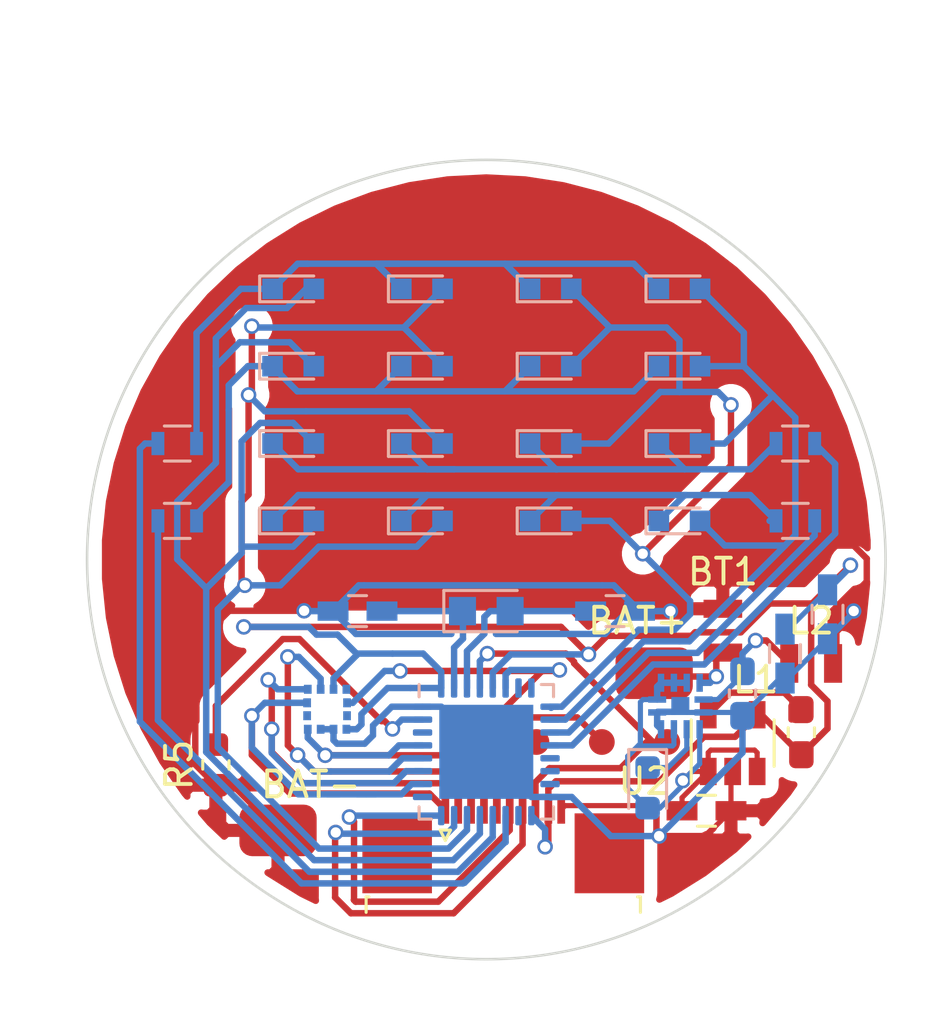
<source format=kicad_pcb>
(kicad_pcb (version 20171130) (host pcbnew 5.1.10)

  (general
    (thickness 1)
    (drawings 23)
    (tracks 533)
    (zones 0)
    (modules 43)
    (nets 42)
  )

  (page A4)
  (layers
    (0 F.Cu signal)
    (31 B.Cu signal)
    (32 B.Adhes user hide)
    (33 F.Adhes user hide)
    (34 B.Paste user hide)
    (35 F.Paste user hide)
    (36 B.SilkS user hide)
    (37 F.SilkS user)
    (38 B.Mask user hide)
    (39 F.Mask user hide)
    (40 Dwgs.User user)
    (41 Cmts.User user hide)
    (42 Eco1.User user hide)
    (43 Eco2.User user hide)
    (44 Edge.Cuts user)
    (45 Margin user hide)
    (46 B.CrtYd user hide)
    (47 F.CrtYd user)
    (48 B.Fab user hide)
    (49 F.Fab user hide)
  )

  (setup
    (last_trace_width 0.25)
    (trace_clearance 0.2)
    (zone_clearance 0.508)
    (zone_45_only no)
    (trace_min 0.2)
    (via_size 0.6)
    (via_drill 0.4)
    (via_min_size 0.4)
    (via_min_drill 0.3)
    (uvia_size 0.3)
    (uvia_drill 0.1)
    (uvias_allowed no)
    (uvia_min_size 0.2)
    (uvia_min_drill 0.1)
    (edge_width 0.1)
    (segment_width 0.2)
    (pcb_text_width 0.3)
    (pcb_text_size 1.5 1.5)
    (mod_edge_width 0.15)
    (mod_text_size 1 1)
    (mod_text_width 0.15)
    (pad_size 0.4 0.4)
    (pad_drill 0)
    (pad_to_mask_clearance 0)
    (aux_axis_origin 0 0)
    (visible_elements 7FFFFF7F)
    (pcbplotparams
      (layerselection 0x010f0_ffffffff)
      (usegerberextensions true)
      (usegerberattributes false)
      (usegerberadvancedattributes false)
      (creategerberjobfile false)
      (excludeedgelayer true)
      (linewidth 0.100000)
      (plotframeref false)
      (viasonmask false)
      (mode 1)
      (useauxorigin false)
      (hpglpennumber 1)
      (hpglpenspeed 20)
      (hpglpendiameter 15.000000)
      (psnegative false)
      (psa4output false)
      (plotreference true)
      (plotvalue true)
      (plotinvisibletext false)
      (padsonsilk false)
      (subtractmaskfromsilk false)
      (outputformat 1)
      (mirror false)
      (drillshape 0)
      (scaleselection 1)
      (outputdirectory "Gerber/"))
  )

  (net 0 "")
  (net 1 VCC)
  (net 2 GND)
  (net 3 "Net-(D1-Pad1)")
  (net 4 "Net-(D10-Pad1)")
  (net 5 "Net-(D11-Pad1)")
  (net 6 "Net-(D12-Pad1)")
  (net 7 MISO)
  (net 8 SCK)
  (net 9 RESET)
  (net 10 MOSI)
  (net 11 X2)
  (net 12 X1)
  (net 13 BMA_INT1)
  (net 14 BMA_INT2)
  (net 15 BMA_CS)
  (net 16 LSH10)
  (net 17 LSH01)
  (net 18 LSM10)
  (net 19 LSM01)
  (net 20 "Net-(IC1-Pad4)")
  (net 21 "Net-(IC1-Pad11)")
  (net 22 HS8)
  (net 23 HS4)
  (net 24 HS2)
  (net 25 HS1)
  (net 26 "Net-(U1-Pad7)")
  (net 27 "Net-(U1-Pad13)")
  (net 28 "Net-(U1-Pad15)")
  (net 29 "Net-(U1-Pad18)")
  (net 30 SWDIO)
  (net 31 SWCLK)
  (net 32 "Net-(U1-Pad25)")
  (net 33 BOOT)
  (net 34 "Net-(U1-Pad8)")
  (net 35 "Net-(L1-Pad1)")
  (net 36 CHG_State)
  (net 37 "Net-(U1-Pad30)")
  (net 38 Bat+)
  (net 39 V_Bat_Out)
  (net 40 "Net-(C4-Pad1)")
  (net 41 "Net-(D17-Pad1)")

  (net_class Default "This is the default net class."
    (clearance 0.2)
    (trace_width 0.25)
    (via_dia 0.6)
    (via_drill 0.4)
    (uvia_dia 0.3)
    (uvia_drill 0.1)
    (add_net BOOT)
    (add_net CHG_State)
    (add_net HS1)
    (add_net HS2)
    (add_net HS4)
    (add_net HS8)
    (add_net LSH01)
    (add_net LSH10)
    (add_net LSM01)
    (add_net LSM10)
    (add_net MOSI)
    (add_net "Net-(D1-Pad1)")
    (add_net "Net-(D10-Pad1)")
    (add_net "Net-(D11-Pad1)")
    (add_net "Net-(D12-Pad1)")
    (add_net "Net-(D17-Pad1)")
    (add_net "Net-(IC1-Pad11)")
    (add_net "Net-(IC1-Pad4)")
    (add_net "Net-(L1-Pad1)")
    (add_net "Net-(U1-Pad13)")
    (add_net "Net-(U1-Pad15)")
    (add_net "Net-(U1-Pad18)")
    (add_net "Net-(U1-Pad25)")
    (add_net "Net-(U1-Pad30)")
    (add_net "Net-(U1-Pad7)")
    (add_net "Net-(U1-Pad8)")
    (add_net RESET)
    (add_net SWCLK)
    (add_net SWDIO)
    (add_net X1)
  )

  (net_class edges ""
    (clearance 0.15)
    (trace_width 0.25)
    (via_dia 0.6)
    (via_drill 0.4)
    (uvia_dia 0.3)
    (uvia_drill 0.1)
    (add_net BMA_CS)
    (add_net BMA_INT1)
    (add_net BMA_INT2)
    (add_net Bat+)
    (add_net GND)
    (add_net MISO)
    (add_net "Net-(C4-Pad1)")
    (add_net SCK)
    (add_net VCC)
    (add_net V_Bat_Out)
    (add_net X2)
  )

  (net_class unconnectedLGA ""
    (clearance 0.1)
    (trace_width 0.25)
    (via_dia 0.6)
    (via_drill 0.4)
    (uvia_dia 0.3)
    (uvia_drill 0.1)
  )

  (module SulkithKicadFootprints:Analog_LQFN12_LTC4124 (layer B.Cu) (tedit 61A5111E) (tstamp 61A56742)
    (at 145.034 106.68 90)
    (path /61A5E03E)
    (fp_text reference U4 (at 0 2 90) (layer B.SilkS) hide
      (effects (font (size 1 1) (thickness 0.15)) (justify mirror))
    )
    (fp_text value LTC4124 (at 0 -2 90) (layer B.Fab)
      (effects (font (size 1 1) (thickness 0.15)) (justify mirror))
    )
    (fp_line (start 1 1) (end -1 1) (layer B.CrtYd) (width 0.12))
    (fp_line (start 1 -1) (end 1 1) (layer B.CrtYd) (width 0.12))
    (fp_line (start -1 -1) (end 1 -1) (layer B.CrtYd) (width 0.12))
    (fp_line (start -1 1) (end -1 -1) (layer B.CrtYd) (width 0.12))
    (pad 13 smd custom (at 0 0 90) (size 0.4 0.4) (layers B.Cu B.Paste B.Mask)
      (net 2 GND) (zone_connect 0)
      (options (clearance outline) (anchor rect))
      (primitives
        (gr_poly (pts
           (xy -0.35 0.21) (xy -0.21 0.35) (xy 0.35 0.35) (xy 0.35 -0.35) (xy -0.35 -0.35)
) (width 0))
      ))
    (pad 12 smd rect (at -0.25 0.9 90) (size 0.25 0.7) (layers B.Cu B.Paste B.Mask)
      (net 2 GND) (zone_connect 0))
    (pad 11 smd rect (at 0.25 0.9 90) (size 0.25 0.7) (layers B.Cu B.Paste B.Mask)
      (net 40 "Net-(C4-Pad1)") (zone_connect 0))
    (pad 5 smd rect (at 0.25 -0.9 90) (size 0.25 0.7) (layers B.Cu B.Paste B.Mask)
      (net 39 V_Bat_Out) (zone_connect 0))
    (pad 6 smd rect (at -0.25 -0.9 90) (size 0.25 0.7) (layers B.Cu B.Paste B.Mask)
      (net 2 GND) (zone_connect 0))
    (pad 10 smd rect (at 0.9 0.75) (size 0.25 0.7) (layers B.Cu B.Paste B.Mask)
      (net 38 Bat+) (zone_connect 0))
    (pad 9 smd rect (at 0.9 0.25) (size 0.25 0.7) (layers B.Cu B.Paste B.Mask)
      (net 39 V_Bat_Out) (zone_connect 0))
    (pad 8 smd rect (at 0.9 -0.25) (size 0.25 0.7) (layers B.Cu B.Paste B.Mask)
      (net 39 V_Bat_Out) (zone_connect 0))
    (pad 7 smd rect (at 0.9 -0.75) (size 0.25 0.7) (layers B.Cu B.Paste B.Mask)
      (net 39 V_Bat_Out) (zone_connect 0))
    (pad 1 smd rect (at -0.9 0.75) (size 0.25 0.7) (layers B.Cu B.Paste B.Mask)
      (net 39 V_Bat_Out) (zone_connect 0))
    (pad 2 smd rect (at -0.9 0.25) (size 0.25 0.7) (layers B.Cu B.Paste B.Mask)
      (net 41 "Net-(D17-Pad1)") (zone_connect 0))
    (pad 3 smd rect (at -0.9 -0.25) (size 0.25 0.7) (layers B.Cu B.Paste B.Mask)
      (net 39 V_Bat_Out) (zone_connect 0))
    (pad 4 smd rect (at -0.9 -0.75) (size 0.25 0.7) (layers B.Cu B.Paste B.Mask)
      (net 2 GND) (zone_connect 0))
  )

  (module ProjectSpecific:BMA456 (layer B.Cu) (tedit 5F11FE8F) (tstamp 5F1271BC)
    (at 131.318 106.807)
    (descr BMA456-3)
    (tags "Integrated Circuit")
    (path /5CCC08E4)
    (attr smd)
    (fp_text reference IC1 (at 0.25 2.975) (layer B.SilkS) hide
      (effects (font (size 1.27 1.27) (thickness 0.254)) (justify mirror))
    )
    (fp_text value BMA456 (at 0 0) (layer B.SilkS) hide
      (effects (font (size 1.27 1.27) (thickness 0.254)) (justify mirror))
    )
    (fp_line (start -1 1) (end 1 1) (layer Dwgs.User) (width 0.2))
    (fp_line (start 1 1) (end 1 -1) (layer Dwgs.User) (width 0.2))
    (fp_line (start 1 -1) (end -1 -1) (layer Dwgs.User) (width 0.2))
    (fp_line (start -1 -1) (end -1 1) (layer Dwgs.User) (width 0.2))
    (fp_line (start -1.6 1.6) (end 1.6 1.6) (layer Dwgs.User) (width 0.1))
    (fp_line (start 1.6 1.6) (end 1.6 -1.6) (layer Dwgs.User) (width 0.1))
    (fp_line (start 1.6 -1.6) (end -1.6 -1.6) (layer Dwgs.User) (width 0.1))
    (fp_line (start -1.6 -1.6) (end -1.6 1.6) (layer Dwgs.User) (width 0.1))
    (pad 12 smd rect (at -0.775 -0.25) (size 0.3 0.35) (layers B.Cu B.Paste B.Mask)
      (net 8 SCK))
    (pad 11 smd rect (at -0.775 0.25) (size 0.3 0.35) (layers B.Cu B.Paste B.Mask)
      (net 21 "Net-(IC1-Pad11)") (clearance 0.1))
    (pad 10 smd rect (at -0.75 0.775) (size 0.3 0.35) (layers B.Cu B.Paste B.Mask)
      (net 15 BMA_CS))
    (pad 9 smd rect (at -0.25 0.775) (size 0.3 0.35) (layers B.Cu B.Paste B.Mask)
      (net 2 GND))
    (pad 8 smd rect (at 0.25 0.775) (size 0.3 0.35) (layers B.Cu B.Paste B.Mask)
      (net 2 GND))
    (pad 7 smd rect (at 0.75 0.775) (size 0.3 0.35) (layers B.Cu B.Paste B.Mask)
      (net 1 VCC))
    (pad 6 smd rect (at 0.775 0.25) (size 0.3 0.35) (layers B.Cu B.Paste B.Mask)
      (net 14 BMA_INT2))
    (pad 5 smd rect (at 0.775 -0.25) (size 0.3 0.35) (layers B.Cu B.Paste B.Mask)
      (net 13 BMA_INT1))
    (pad 4 smd rect (at 0.75 -0.775) (size 0.3 0.35) (layers B.Cu B.Paste B.Mask)
      (net 20 "Net-(IC1-Pad4)") (clearance 0.1))
    (pad 3 smd rect (at 0.25 -0.775) (size 0.3 0.35) (layers B.Cu B.Paste B.Mask)
      (net 1 VCC))
    (pad 2 smd rect (at -0.25 -0.775) (size 0.3 0.35) (layers B.Cu B.Paste B.Mask)
      (net 10 MOSI))
    (pad 1 smd rect (at -0.75 -0.775) (size 0.3 0.35) (layers B.Cu B.Paste B.Mask)
      (net 7 MISO))
  )

  (module Capacitors_SMD:C_0603_HandSoldering (layer F.Cu) (tedit 58AA848B) (tstamp 5B816FA5)
    (at 146.05 110.744)
    (descr "Capacitor SMD 0603, hand soldering")
    (tags "capacitor 0603")
    (path /5B5F5C0D)
    (attr smd)
    (fp_text reference C1 (at 0 -1.25 180) (layer F.SilkS) hide
      (effects (font (size 1 1) (thickness 0.15)))
    )
    (fp_text value C (at 0 1.5 180) (layer F.Fab)
      (effects (font (size 1 1) (thickness 0.15)))
    )
    (fp_line (start -0.8 0.4) (end -0.8 -0.4) (layer F.Fab) (width 0.1))
    (fp_line (start 0.8 0.4) (end -0.8 0.4) (layer F.Fab) (width 0.1))
    (fp_line (start 0.8 -0.4) (end 0.8 0.4) (layer F.Fab) (width 0.1))
    (fp_line (start -0.8 -0.4) (end 0.8 -0.4) (layer F.Fab) (width 0.1))
    (fp_line (start -0.35 -0.6) (end 0.35 -0.6) (layer F.SilkS) (width 0.12))
    (fp_line (start 0.35 0.6) (end -0.35 0.6) (layer F.SilkS) (width 0.12))
    (fp_line (start -1.8 -0.65) (end 1.8 -0.65) (layer F.CrtYd) (width 0.05))
    (fp_line (start -1.8 -0.65) (end -1.8 0.65) (layer F.CrtYd) (width 0.05))
    (fp_line (start 1.8 0.65) (end 1.8 -0.65) (layer F.CrtYd) (width 0.05))
    (fp_line (start 1.8 0.65) (end -1.8 0.65) (layer F.CrtYd) (width 0.05))
    (fp_text user %R (at 0 -1.25 180) (layer F.Fab)
      (effects (font (size 1 1) (thickness 0.15)))
    )
    (pad 1 smd rect (at -0.95 0) (size 1.2 0.75) (layers F.Cu F.Paste F.Mask)
      (net 39 V_Bat_Out))
    (pad 2 smd rect (at 0.95 0) (size 1.2 0.75) (layers F.Cu F.Paste F.Mask)
      (net 2 GND))
    (model Capacitors_SMD.3dshapes/C_0603.wrl
      (at (xyz 0 0 0))
      (scale (xyz 1 1 1))
      (rotate (xyz 0 0 0))
    )
  )

  (module Capacitors_SMD:C_0603_HandSoldering (layer B.Cu) (tedit 58AA848B) (tstamp 5B816FAB)
    (at 150.749 103.124 270)
    (descr "Capacitor SMD 0603, hand soldering")
    (tags "capacitor 0603")
    (path /5B5F5B93)
    (attr smd)
    (fp_text reference C2 (at 0 1.25 270) (layer B.SilkS) hide
      (effects (font (size 1 1) (thickness 0.15)) (justify mirror))
    )
    (fp_text value C (at 0 -1.5 270) (layer B.Fab)
      (effects (font (size 1 1) (thickness 0.15)) (justify mirror))
    )
    (fp_line (start -0.8 -0.4) (end -0.8 0.4) (layer B.Fab) (width 0.1))
    (fp_line (start 0.8 -0.4) (end -0.8 -0.4) (layer B.Fab) (width 0.1))
    (fp_line (start 0.8 0.4) (end 0.8 -0.4) (layer B.Fab) (width 0.1))
    (fp_line (start -0.8 0.4) (end 0.8 0.4) (layer B.Fab) (width 0.1))
    (fp_line (start -0.35 0.6) (end 0.35 0.6) (layer B.SilkS) (width 0.12))
    (fp_line (start 0.35 -0.6) (end -0.35 -0.6) (layer B.SilkS) (width 0.12))
    (fp_line (start -1.8 0.65) (end 1.8 0.65) (layer B.CrtYd) (width 0.05))
    (fp_line (start -1.8 0.65) (end -1.8 -0.65) (layer B.CrtYd) (width 0.05))
    (fp_line (start 1.8 -0.65) (end 1.8 0.65) (layer B.CrtYd) (width 0.05))
    (fp_line (start 1.8 -0.65) (end -1.8 -0.65) (layer B.CrtYd) (width 0.05))
    (fp_text user %R (at 0 1.25 270) (layer B.Fab)
      (effects (font (size 1 1) (thickness 0.15)) (justify mirror))
    )
    (pad 1 smd rect (at -0.95 0 270) (size 1.2 0.75) (layers B.Cu B.Paste B.Mask)
      (net 1 VCC))
    (pad 2 smd rect (at 0.95 0 270) (size 1.2 0.75) (layers B.Cu B.Paste B.Mask)
      (net 2 GND))
    (model Capacitors_SMD.3dshapes/C_0603.wrl
      (at (xyz 0 0 0))
      (scale (xyz 1 1 1))
      (rotate (xyz 0 0 0))
    )
  )

  (module Capacitors_SMD:C_0603_HandSoldering (layer B.Cu) (tedit 58AA848B) (tstamp 608CD98B)
    (at 149.098 104.648 270)
    (descr "Capacitor SMD 0603, hand soldering")
    (tags "capacitor 0603")
    (path /5B5F5B1C)
    (attr smd)
    (fp_text reference C3 (at 0 3.302 270) (layer B.SilkS) hide
      (effects (font (size 1 1) (thickness 0.15)) (justify mirror))
    )
    (fp_text value C (at 0 -1.5 270) (layer B.Fab)
      (effects (font (size 1 1) (thickness 0.15)) (justify mirror))
    )
    (fp_line (start -0.8 -0.4) (end -0.8 0.4) (layer B.Fab) (width 0.1))
    (fp_line (start 0.8 -0.4) (end -0.8 -0.4) (layer B.Fab) (width 0.1))
    (fp_line (start 0.8 0.4) (end 0.8 -0.4) (layer B.Fab) (width 0.1))
    (fp_line (start -0.8 0.4) (end 0.8 0.4) (layer B.Fab) (width 0.1))
    (fp_line (start -0.35 0.6) (end 0.35 0.6) (layer B.SilkS) (width 0.12))
    (fp_line (start 0.35 -0.6) (end -0.35 -0.6) (layer B.SilkS) (width 0.12))
    (fp_line (start -1.8 0.65) (end 1.8 0.65) (layer B.CrtYd) (width 0.05))
    (fp_line (start -1.8 0.65) (end -1.8 -0.65) (layer B.CrtYd) (width 0.05))
    (fp_line (start 1.8 -0.65) (end 1.8 0.65) (layer B.CrtYd) (width 0.05))
    (fp_line (start 1.8 -0.65) (end -1.8 -0.65) (layer B.CrtYd) (width 0.05))
    (fp_text user %R (at 0 1.25 270) (layer B.Fab)
      (effects (font (size 1 1) (thickness 0.15)) (justify mirror))
    )
    (pad 1 smd rect (at -0.95 0 270) (size 1.2 0.75) (layers B.Cu B.Paste B.Mask)
      (net 1 VCC))
    (pad 2 smd rect (at 0.95 0 270) (size 1.2 0.75) (layers B.Cu B.Paste B.Mask)
      (net 2 GND))
    (model Capacitors_SMD.3dshapes/C_0603.wrl
      (at (xyz 0 0 0))
      (scale (xyz 1 1 1))
      (rotate (xyz 0 0 0))
    )
  )

  (module Capacitors_SMD:C_0603_HandSoldering (layer B.Cu) (tedit 5B819013) (tstamp 5B816FBD)
    (at 142.5 103)
    (descr "Capacitor SMD 0603, hand soldering")
    (tags "capacitor 0603")
    (path /5B816C43)
    (attr smd)
    (fp_text reference C5 (at 0 1.25) (layer B.SilkS) hide
      (effects (font (size 1 1) (thickness 0.15)) (justify mirror))
    )
    (fp_text value C (at 0 -1.5) (layer B.Fab)
      (effects (font (size 1 1) (thickness 0.15)) (justify mirror))
    )
    (fp_line (start -0.8 -0.4) (end -0.8 0.4) (layer B.Fab) (width 0.1))
    (fp_line (start 0.8 -0.4) (end -0.8 -0.4) (layer B.Fab) (width 0.1))
    (fp_line (start 0.8 0.4) (end 0.8 -0.4) (layer B.Fab) (width 0.1))
    (fp_line (start -0.8 0.4) (end 0.8 0.4) (layer B.Fab) (width 0.1))
    (fp_line (start -0.35 0.6) (end 0.35 0.6) (layer B.SilkS) (width 0.12))
    (fp_line (start 0.35 -0.6) (end -0.35 -0.6) (layer B.SilkS) (width 0.12))
    (fp_line (start -1.8 0.65) (end 1.8 0.65) (layer B.CrtYd) (width 0.05))
    (fp_line (start -1.8 0.65) (end -1.8 -0.65) (layer B.CrtYd) (width 0.05))
    (fp_line (start 1.8 -0.65) (end 1.8 0.65) (layer B.CrtYd) (width 0.05))
    (fp_line (start 1.8 -0.65) (end -1.8 -0.65) (layer B.CrtYd) (width 0.05))
    (fp_text user %R (at 0 1.25) (layer B.Fab)
      (effects (font (size 1 1) (thickness 0.15)) (justify mirror))
    )
    (pad 1 smd rect (at -0.95 0) (size 1.2 0.75) (layers B.Cu B.Paste B.Mask)
      (net 11 X2))
    (pad 2 smd rect (at 0.95 0) (size 1.2 0.75) (layers B.Cu B.Paste B.Mask)
      (net 2 GND))
    (model Capacitors_SMD.3dshapes/C_0603.wrl
      (at (xyz 0 0 0))
      (scale (xyz 1 1 1))
      (rotate (xyz 0 0 0))
    )
  )

  (module Capacitors_SMD:C_0603_HandSoldering (layer B.Cu) (tedit 5B818FDB) (tstamp 5B816FC3)
    (at 132.5 103 180)
    (descr "Capacitor SMD 0603, hand soldering")
    (tags "capacitor 0603")
    (path /5B816CDF)
    (attr smd)
    (fp_text reference C6 (at 0 1.25 180) (layer B.SilkS) hide
      (effects (font (size 1 1) (thickness 0.15)) (justify mirror))
    )
    (fp_text value C (at 0 -1.5 180) (layer B.Fab)
      (effects (font (size 1 1) (thickness 0.15)) (justify mirror))
    )
    (fp_line (start -0.8 -0.4) (end -0.8 0.4) (layer B.Fab) (width 0.1))
    (fp_line (start 0.8 -0.4) (end -0.8 -0.4) (layer B.Fab) (width 0.1))
    (fp_line (start 0.8 0.4) (end 0.8 -0.4) (layer B.Fab) (width 0.1))
    (fp_line (start -0.8 0.4) (end 0.8 0.4) (layer B.Fab) (width 0.1))
    (fp_line (start -0.35 0.6) (end 0.35 0.6) (layer B.SilkS) (width 0.12))
    (fp_line (start 0.35 -0.6) (end -0.35 -0.6) (layer B.SilkS) (width 0.12))
    (fp_line (start -1.8 0.65) (end 1.8 0.65) (layer B.CrtYd) (width 0.05))
    (fp_line (start -1.8 0.65) (end -1.8 -0.65) (layer B.CrtYd) (width 0.05))
    (fp_line (start 1.8 -0.65) (end 1.8 0.65) (layer B.CrtYd) (width 0.05))
    (fp_line (start 1.8 -0.65) (end -1.8 -0.65) (layer B.CrtYd) (width 0.05))
    (fp_text user %R (at 0 1.25 180) (layer B.Fab)
      (effects (font (size 1 1) (thickness 0.15)) (justify mirror))
    )
    (pad 1 smd rect (at -0.95 0 180) (size 1.2 0.75) (layers B.Cu B.Paste B.Mask)
      (net 12 X1))
    (pad 2 smd rect (at 0.95 0 180) (size 1.2 0.75) (layers B.Cu B.Paste B.Mask)
      (net 2 GND))
    (model Capacitors_SMD.3dshapes/C_0603.wrl
      (at (xyz 0 0 0))
      (scale (xyz 1 1 1))
      (rotate (xyz 0 0 0))
    )
  )

  (module LEDs:LED_0603 (layer B.Cu) (tedit 5B819004) (tstamp 5B816FC9)
    (at 145 90.5)
    (descr "LED 0603 smd package")
    (tags "LED led 0603 SMD smd SMT smt smdled SMDLED smtled SMTLED")
    (path /5B54D5AD)
    (attr smd)
    (fp_text reference D1 (at 0 1.25) (layer B.SilkS) hide
      (effects (font (size 1 1) (thickness 0.15)) (justify mirror))
    )
    (fp_text value LED (at 0 -1.35) (layer B.Fab)
      (effects (font (size 1 1) (thickness 0.15)) (justify mirror))
    )
    (fp_line (start -1.3 0.5) (end -1.3 -0.5) (layer B.SilkS) (width 0.12))
    (fp_line (start -0.2 0.2) (end -0.2 -0.2) (layer B.Fab) (width 0.1))
    (fp_line (start -0.15 0) (end 0.15 0.2) (layer B.Fab) (width 0.1))
    (fp_line (start 0.15 -0.2) (end -0.15 0) (layer B.Fab) (width 0.1))
    (fp_line (start 0.15 0.2) (end 0.15 -0.2) (layer B.Fab) (width 0.1))
    (fp_line (start 0.8 -0.4) (end -0.8 -0.4) (layer B.Fab) (width 0.1))
    (fp_line (start 0.8 0.4) (end 0.8 -0.4) (layer B.Fab) (width 0.1))
    (fp_line (start -0.8 0.4) (end 0.8 0.4) (layer B.Fab) (width 0.1))
    (fp_line (start -0.8 -0.4) (end -0.8 0.4) (layer B.Fab) (width 0.1))
    (fp_line (start -1.3 -0.5) (end 0.8 -0.5) (layer B.SilkS) (width 0.12))
    (fp_line (start -1.3 0.5) (end 0.8 0.5) (layer B.SilkS) (width 0.12))
    (fp_line (start 1.45 0.65) (end 1.45 -0.65) (layer B.CrtYd) (width 0.05))
    (fp_line (start 1.45 -0.65) (end -1.45 -0.65) (layer B.CrtYd) (width 0.05))
    (fp_line (start -1.45 -0.65) (end -1.45 0.65) (layer B.CrtYd) (width 0.05))
    (fp_line (start -1.45 0.65) (end 1.45 0.65) (layer B.CrtYd) (width 0.05))
    (pad 2 smd rect (at 0.8 0 180) (size 0.8 0.8) (layers B.Cu B.Paste B.Mask)
      (net 16 LSH10))
    (pad 1 smd rect (at -0.8 0 180) (size 0.8 0.8) (layers B.Cu B.Paste B.Mask)
      (net 3 "Net-(D1-Pad1)"))
    (model ${KISYS3DMOD}/LEDs.3dshapes/LED_0603.wrl
      (at (xyz 0 0 0))
      (scale (xyz 1 1 1))
      (rotate (xyz 0 0 180))
    )
  )

  (module LEDs:LED_0603 (layer B.Cu) (tedit 5B819001) (tstamp 5B816FCF)
    (at 145 93.5)
    (descr "LED 0603 smd package")
    (tags "LED led 0603 SMD smd SMT smt smdled SMDLED smtled SMTLED")
    (path /5B54D556)
    (attr smd)
    (fp_text reference D2 (at 0 1.25) (layer B.SilkS) hide
      (effects (font (size 1 1) (thickness 0.15)) (justify mirror))
    )
    (fp_text value LED (at 0 -1.35) (layer B.Fab)
      (effects (font (size 1 1) (thickness 0.15)) (justify mirror))
    )
    (fp_line (start -1.3 0.5) (end -1.3 -0.5) (layer B.SilkS) (width 0.12))
    (fp_line (start -0.2 0.2) (end -0.2 -0.2) (layer B.Fab) (width 0.1))
    (fp_line (start -0.15 0) (end 0.15 0.2) (layer B.Fab) (width 0.1))
    (fp_line (start 0.15 -0.2) (end -0.15 0) (layer B.Fab) (width 0.1))
    (fp_line (start 0.15 0.2) (end 0.15 -0.2) (layer B.Fab) (width 0.1))
    (fp_line (start 0.8 -0.4) (end -0.8 -0.4) (layer B.Fab) (width 0.1))
    (fp_line (start 0.8 0.4) (end 0.8 -0.4) (layer B.Fab) (width 0.1))
    (fp_line (start -0.8 0.4) (end 0.8 0.4) (layer B.Fab) (width 0.1))
    (fp_line (start -0.8 -0.4) (end -0.8 0.4) (layer B.Fab) (width 0.1))
    (fp_line (start -1.3 -0.5) (end 0.8 -0.5) (layer B.SilkS) (width 0.12))
    (fp_line (start -1.3 0.5) (end 0.8 0.5) (layer B.SilkS) (width 0.12))
    (fp_line (start 1.45 0.65) (end 1.45 -0.65) (layer B.CrtYd) (width 0.05))
    (fp_line (start 1.45 -0.65) (end -1.45 -0.65) (layer B.CrtYd) (width 0.05))
    (fp_line (start -1.45 -0.65) (end -1.45 0.65) (layer B.CrtYd) (width 0.05))
    (fp_line (start -1.45 0.65) (end 1.45 0.65) (layer B.CrtYd) (width 0.05))
    (pad 2 smd rect (at 0.8 0 180) (size 0.8 0.8) (layers B.Cu B.Paste B.Mask)
      (net 16 LSH10))
    (pad 1 smd rect (at -0.8 0 180) (size 0.8 0.8) (layers B.Cu B.Paste B.Mask)
      (net 4 "Net-(D10-Pad1)"))
    (model ${KISYS3DMOD}/LEDs.3dshapes/LED_0603.wrl
      (at (xyz 0 0 0))
      (scale (xyz 1 1 1))
      (rotate (xyz 0 0 180))
    )
  )

  (module LEDs:LED_0603 (layer B.Cu) (tedit 5B818FFD) (tstamp 5B816FD5)
    (at 145 96.5)
    (descr "LED 0603 smd package")
    (tags "LED led 0603 SMD smd SMT smt smdled SMDLED smtled SMTLED")
    (path /5B52384D)
    (attr smd)
    (fp_text reference D3 (at 0 1.25) (layer B.SilkS) hide
      (effects (font (size 1 1) (thickness 0.15)) (justify mirror))
    )
    (fp_text value LED (at 0 -1.35) (layer B.Fab)
      (effects (font (size 1 1) (thickness 0.15)) (justify mirror))
    )
    (fp_line (start -1.3 0.5) (end -1.3 -0.5) (layer B.SilkS) (width 0.12))
    (fp_line (start -0.2 0.2) (end -0.2 -0.2) (layer B.Fab) (width 0.1))
    (fp_line (start -0.15 0) (end 0.15 0.2) (layer B.Fab) (width 0.1))
    (fp_line (start 0.15 -0.2) (end -0.15 0) (layer B.Fab) (width 0.1))
    (fp_line (start 0.15 0.2) (end 0.15 -0.2) (layer B.Fab) (width 0.1))
    (fp_line (start 0.8 -0.4) (end -0.8 -0.4) (layer B.Fab) (width 0.1))
    (fp_line (start 0.8 0.4) (end 0.8 -0.4) (layer B.Fab) (width 0.1))
    (fp_line (start -0.8 0.4) (end 0.8 0.4) (layer B.Fab) (width 0.1))
    (fp_line (start -0.8 -0.4) (end -0.8 0.4) (layer B.Fab) (width 0.1))
    (fp_line (start -1.3 -0.5) (end 0.8 -0.5) (layer B.SilkS) (width 0.12))
    (fp_line (start -1.3 0.5) (end 0.8 0.5) (layer B.SilkS) (width 0.12))
    (fp_line (start 1.45 0.65) (end 1.45 -0.65) (layer B.CrtYd) (width 0.05))
    (fp_line (start 1.45 -0.65) (end -1.45 -0.65) (layer B.CrtYd) (width 0.05))
    (fp_line (start -1.45 -0.65) (end -1.45 0.65) (layer B.CrtYd) (width 0.05))
    (fp_line (start -1.45 0.65) (end 1.45 0.65) (layer B.CrtYd) (width 0.05))
    (pad 2 smd rect (at 0.8 0 180) (size 0.8 0.8) (layers B.Cu B.Paste B.Mask)
      (net 16 LSH10))
    (pad 1 smd rect (at -0.8 0 180) (size 0.8 0.8) (layers B.Cu B.Paste B.Mask)
      (net 5 "Net-(D11-Pad1)"))
    (model ${KISYS3DMOD}/LEDs.3dshapes/LED_0603.wrl
      (at (xyz 0 0 0))
      (scale (xyz 1 1 1))
      (rotate (xyz 0 0 180))
    )
  )

  (module LEDs:LED_0603 (layer B.Cu) (tedit 5B818FFA) (tstamp 5B816FDB)
    (at 145 99.5)
    (descr "LED 0603 smd package")
    (tags "LED led 0603 SMD smd SMT smt smdled SMDLED smtled SMTLED")
    (path /5B52393E)
    (attr smd)
    (fp_text reference D4 (at 0 1.25) (layer B.SilkS) hide
      (effects (font (size 1 1) (thickness 0.15)) (justify mirror))
    )
    (fp_text value LED (at 0 -1.35) (layer B.Fab)
      (effects (font (size 1 1) (thickness 0.15)) (justify mirror))
    )
    (fp_line (start -1.3 0.5) (end -1.3 -0.5) (layer B.SilkS) (width 0.12))
    (fp_line (start -0.2 0.2) (end -0.2 -0.2) (layer B.Fab) (width 0.1))
    (fp_line (start -0.15 0) (end 0.15 0.2) (layer B.Fab) (width 0.1))
    (fp_line (start 0.15 -0.2) (end -0.15 0) (layer B.Fab) (width 0.1))
    (fp_line (start 0.15 0.2) (end 0.15 -0.2) (layer B.Fab) (width 0.1))
    (fp_line (start 0.8 -0.4) (end -0.8 -0.4) (layer B.Fab) (width 0.1))
    (fp_line (start 0.8 0.4) (end 0.8 -0.4) (layer B.Fab) (width 0.1))
    (fp_line (start -0.8 0.4) (end 0.8 0.4) (layer B.Fab) (width 0.1))
    (fp_line (start -0.8 -0.4) (end -0.8 0.4) (layer B.Fab) (width 0.1))
    (fp_line (start -1.3 -0.5) (end 0.8 -0.5) (layer B.SilkS) (width 0.12))
    (fp_line (start -1.3 0.5) (end 0.8 0.5) (layer B.SilkS) (width 0.12))
    (fp_line (start 1.45 0.65) (end 1.45 -0.65) (layer B.CrtYd) (width 0.05))
    (fp_line (start 1.45 -0.65) (end -1.45 -0.65) (layer B.CrtYd) (width 0.05))
    (fp_line (start -1.45 -0.65) (end -1.45 0.65) (layer B.CrtYd) (width 0.05))
    (fp_line (start -1.45 0.65) (end 1.45 0.65) (layer B.CrtYd) (width 0.05))
    (pad 2 smd rect (at 0.8 0 180) (size 0.8 0.8) (layers B.Cu B.Paste B.Mask)
      (net 16 LSH10))
    (pad 1 smd rect (at -0.8 0 180) (size 0.8 0.8) (layers B.Cu B.Paste B.Mask)
      (net 6 "Net-(D12-Pad1)"))
    (model ${KISYS3DMOD}/LEDs.3dshapes/LED_0603.wrl
      (at (xyz 0 0 0))
      (scale (xyz 1 1 1))
      (rotate (xyz 0 0 180))
    )
  )

  (module LEDs:LED_0603 (layer B.Cu) (tedit 5B818FED) (tstamp 5B816FE1)
    (at 140 90.5)
    (descr "LED 0603 smd package")
    (tags "LED led 0603 SMD smd SMT smt smdled SMDLED smtled SMTLED")
    (path /5B524335)
    (attr smd)
    (fp_text reference D5 (at 0 1.25) (layer B.SilkS) hide
      (effects (font (size 1 1) (thickness 0.15)) (justify mirror))
    )
    (fp_text value LED (at 0 -1.35) (layer B.Fab)
      (effects (font (size 1 1) (thickness 0.15)) (justify mirror))
    )
    (fp_line (start -1.3 0.5) (end -1.3 -0.5) (layer B.SilkS) (width 0.12))
    (fp_line (start -0.2 0.2) (end -0.2 -0.2) (layer B.Fab) (width 0.1))
    (fp_line (start -0.15 0) (end 0.15 0.2) (layer B.Fab) (width 0.1))
    (fp_line (start 0.15 -0.2) (end -0.15 0) (layer B.Fab) (width 0.1))
    (fp_line (start 0.15 0.2) (end 0.15 -0.2) (layer B.Fab) (width 0.1))
    (fp_line (start 0.8 -0.4) (end -0.8 -0.4) (layer B.Fab) (width 0.1))
    (fp_line (start 0.8 0.4) (end 0.8 -0.4) (layer B.Fab) (width 0.1))
    (fp_line (start -0.8 0.4) (end 0.8 0.4) (layer B.Fab) (width 0.1))
    (fp_line (start -0.8 -0.4) (end -0.8 0.4) (layer B.Fab) (width 0.1))
    (fp_line (start -1.3 -0.5) (end 0.8 -0.5) (layer B.SilkS) (width 0.12))
    (fp_line (start -1.3 0.5) (end 0.8 0.5) (layer B.SilkS) (width 0.12))
    (fp_line (start 1.45 0.65) (end 1.45 -0.65) (layer B.CrtYd) (width 0.05))
    (fp_line (start 1.45 -0.65) (end -1.45 -0.65) (layer B.CrtYd) (width 0.05))
    (fp_line (start -1.45 -0.65) (end -1.45 0.65) (layer B.CrtYd) (width 0.05))
    (fp_line (start -1.45 0.65) (end 1.45 0.65) (layer B.CrtYd) (width 0.05))
    (pad 2 smd rect (at 0.8 0 180) (size 0.8 0.8) (layers B.Cu B.Paste B.Mask)
      (net 17 LSH01))
    (pad 1 smd rect (at -0.8 0 180) (size 0.8 0.8) (layers B.Cu B.Paste B.Mask)
      (net 3 "Net-(D1-Pad1)"))
    (model ${KISYS3DMOD}/LEDs.3dshapes/LED_0603.wrl
      (at (xyz 0 0 0))
      (scale (xyz 1 1 1))
      (rotate (xyz 0 0 180))
    )
  )

  (module LEDs:LED_0603 (layer B.Cu) (tedit 5B818FF0) (tstamp 5B816FE7)
    (at 140 93.5)
    (descr "LED 0603 smd package")
    (tags "LED led 0603 SMD smd SMT smt smdled SMDLED smtled SMTLED")
    (path /5B523CC0)
    (attr smd)
    (fp_text reference D6 (at 0 1.25) (layer B.SilkS) hide
      (effects (font (size 1 1) (thickness 0.15)) (justify mirror))
    )
    (fp_text value LED (at 0 -1.35) (layer B.Fab)
      (effects (font (size 1 1) (thickness 0.15)) (justify mirror))
    )
    (fp_line (start -1.3 0.5) (end -1.3 -0.5) (layer B.SilkS) (width 0.12))
    (fp_line (start -0.2 0.2) (end -0.2 -0.2) (layer B.Fab) (width 0.1))
    (fp_line (start -0.15 0) (end 0.15 0.2) (layer B.Fab) (width 0.1))
    (fp_line (start 0.15 -0.2) (end -0.15 0) (layer B.Fab) (width 0.1))
    (fp_line (start 0.15 0.2) (end 0.15 -0.2) (layer B.Fab) (width 0.1))
    (fp_line (start 0.8 -0.4) (end -0.8 -0.4) (layer B.Fab) (width 0.1))
    (fp_line (start 0.8 0.4) (end 0.8 -0.4) (layer B.Fab) (width 0.1))
    (fp_line (start -0.8 0.4) (end 0.8 0.4) (layer B.Fab) (width 0.1))
    (fp_line (start -0.8 -0.4) (end -0.8 0.4) (layer B.Fab) (width 0.1))
    (fp_line (start -1.3 -0.5) (end 0.8 -0.5) (layer B.SilkS) (width 0.12))
    (fp_line (start -1.3 0.5) (end 0.8 0.5) (layer B.SilkS) (width 0.12))
    (fp_line (start 1.45 0.65) (end 1.45 -0.65) (layer B.CrtYd) (width 0.05))
    (fp_line (start 1.45 -0.65) (end -1.45 -0.65) (layer B.CrtYd) (width 0.05))
    (fp_line (start -1.45 -0.65) (end -1.45 0.65) (layer B.CrtYd) (width 0.05))
    (fp_line (start -1.45 0.65) (end 1.45 0.65) (layer B.CrtYd) (width 0.05))
    (pad 2 smd rect (at 0.8 0 180) (size 0.8 0.8) (layers B.Cu B.Paste B.Mask)
      (net 17 LSH01))
    (pad 1 smd rect (at -0.8 0 180) (size 0.8 0.8) (layers B.Cu B.Paste B.Mask)
      (net 4 "Net-(D10-Pad1)"))
    (model ${KISYS3DMOD}/LEDs.3dshapes/LED_0603.wrl
      (at (xyz 0 0 0))
      (scale (xyz 1 1 1))
      (rotate (xyz 0 0 180))
    )
  )

  (module LEDs:LED_0603 (layer B.Cu) (tedit 5B818FF3) (tstamp 5B816FED)
    (at 140 96.5)
    (descr "LED 0603 smd package")
    (tags "LED led 0603 SMD smd SMT smt smdled SMDLED smtled SMTLED")
    (path /5B523B46)
    (attr smd)
    (fp_text reference D7 (at 0 1.25) (layer B.SilkS) hide
      (effects (font (size 1 1) (thickness 0.15)) (justify mirror))
    )
    (fp_text value LED (at 0 -1.35) (layer B.Fab)
      (effects (font (size 1 1) (thickness 0.15)) (justify mirror))
    )
    (fp_line (start -1.3 0.5) (end -1.3 -0.5) (layer B.SilkS) (width 0.12))
    (fp_line (start -0.2 0.2) (end -0.2 -0.2) (layer B.Fab) (width 0.1))
    (fp_line (start -0.15 0) (end 0.15 0.2) (layer B.Fab) (width 0.1))
    (fp_line (start 0.15 -0.2) (end -0.15 0) (layer B.Fab) (width 0.1))
    (fp_line (start 0.15 0.2) (end 0.15 -0.2) (layer B.Fab) (width 0.1))
    (fp_line (start 0.8 -0.4) (end -0.8 -0.4) (layer B.Fab) (width 0.1))
    (fp_line (start 0.8 0.4) (end 0.8 -0.4) (layer B.Fab) (width 0.1))
    (fp_line (start -0.8 0.4) (end 0.8 0.4) (layer B.Fab) (width 0.1))
    (fp_line (start -0.8 -0.4) (end -0.8 0.4) (layer B.Fab) (width 0.1))
    (fp_line (start -1.3 -0.5) (end 0.8 -0.5) (layer B.SilkS) (width 0.12))
    (fp_line (start -1.3 0.5) (end 0.8 0.5) (layer B.SilkS) (width 0.12))
    (fp_line (start 1.45 0.65) (end 1.45 -0.65) (layer B.CrtYd) (width 0.05))
    (fp_line (start 1.45 -0.65) (end -1.45 -0.65) (layer B.CrtYd) (width 0.05))
    (fp_line (start -1.45 -0.65) (end -1.45 0.65) (layer B.CrtYd) (width 0.05))
    (fp_line (start -1.45 0.65) (end 1.45 0.65) (layer B.CrtYd) (width 0.05))
    (pad 2 smd rect (at 0.8 0 180) (size 0.8 0.8) (layers B.Cu B.Paste B.Mask)
      (net 17 LSH01))
    (pad 1 smd rect (at -0.8 0 180) (size 0.8 0.8) (layers B.Cu B.Paste B.Mask)
      (net 5 "Net-(D11-Pad1)"))
    (model ${KISYS3DMOD}/LEDs.3dshapes/LED_0603.wrl
      (at (xyz 0 0 0))
      (scale (xyz 1 1 1))
      (rotate (xyz 0 0 180))
    )
  )

  (module LEDs:LED_0603 (layer B.Cu) (tedit 5B818FF6) (tstamp 5B816FF3)
    (at 140 99.5)
    (descr "LED 0603 smd package")
    (tags "LED led 0603 SMD smd SMT smt smdled SMDLED smtled SMTLED")
    (path /5B5239F0)
    (attr smd)
    (fp_text reference D8 (at 0 1.25) (layer B.SilkS) hide
      (effects (font (size 1 1) (thickness 0.15)) (justify mirror))
    )
    (fp_text value LED (at 0 -1.35) (layer B.Fab)
      (effects (font (size 1 1) (thickness 0.15)) (justify mirror))
    )
    (fp_line (start -1.3 0.5) (end -1.3 -0.5) (layer B.SilkS) (width 0.12))
    (fp_line (start -0.2 0.2) (end -0.2 -0.2) (layer B.Fab) (width 0.1))
    (fp_line (start -0.15 0) (end 0.15 0.2) (layer B.Fab) (width 0.1))
    (fp_line (start 0.15 -0.2) (end -0.15 0) (layer B.Fab) (width 0.1))
    (fp_line (start 0.15 0.2) (end 0.15 -0.2) (layer B.Fab) (width 0.1))
    (fp_line (start 0.8 -0.4) (end -0.8 -0.4) (layer B.Fab) (width 0.1))
    (fp_line (start 0.8 0.4) (end 0.8 -0.4) (layer B.Fab) (width 0.1))
    (fp_line (start -0.8 0.4) (end 0.8 0.4) (layer B.Fab) (width 0.1))
    (fp_line (start -0.8 -0.4) (end -0.8 0.4) (layer B.Fab) (width 0.1))
    (fp_line (start -1.3 -0.5) (end 0.8 -0.5) (layer B.SilkS) (width 0.12))
    (fp_line (start -1.3 0.5) (end 0.8 0.5) (layer B.SilkS) (width 0.12))
    (fp_line (start 1.45 0.65) (end 1.45 -0.65) (layer B.CrtYd) (width 0.05))
    (fp_line (start 1.45 -0.65) (end -1.45 -0.65) (layer B.CrtYd) (width 0.05))
    (fp_line (start -1.45 -0.65) (end -1.45 0.65) (layer B.CrtYd) (width 0.05))
    (fp_line (start -1.45 0.65) (end 1.45 0.65) (layer B.CrtYd) (width 0.05))
    (pad 2 smd rect (at 0.8 0 180) (size 0.8 0.8) (layers B.Cu B.Paste B.Mask)
      (net 17 LSH01))
    (pad 1 smd rect (at -0.8 0 180) (size 0.8 0.8) (layers B.Cu B.Paste B.Mask)
      (net 6 "Net-(D12-Pad1)"))
    (model ${KISYS3DMOD}/LEDs.3dshapes/LED_0603.wrl
      (at (xyz 0 0 0))
      (scale (xyz 1 1 1))
      (rotate (xyz 0 0 180))
    )
  )

  (module LEDs:LED_0603 (layer B.Cu) (tedit 5B818FE7) (tstamp 5B816FF9)
    (at 135 90.5)
    (descr "LED 0603 smd package")
    (tags "LED led 0603 SMD smd SMT smt smdled SMDLED smtled SMTLED")
    (path /5B54D60B)
    (attr smd)
    (fp_text reference D9 (at 0 1.25) (layer B.SilkS) hide
      (effects (font (size 1 1) (thickness 0.15)) (justify mirror))
    )
    (fp_text value LED (at 0 -1.35) (layer B.Fab)
      (effects (font (size 1 1) (thickness 0.15)) (justify mirror))
    )
    (fp_line (start -1.3 0.5) (end -1.3 -0.5) (layer B.SilkS) (width 0.12))
    (fp_line (start -0.2 0.2) (end -0.2 -0.2) (layer B.Fab) (width 0.1))
    (fp_line (start -0.15 0) (end 0.15 0.2) (layer B.Fab) (width 0.1))
    (fp_line (start 0.15 -0.2) (end -0.15 0) (layer B.Fab) (width 0.1))
    (fp_line (start 0.15 0.2) (end 0.15 -0.2) (layer B.Fab) (width 0.1))
    (fp_line (start 0.8 -0.4) (end -0.8 -0.4) (layer B.Fab) (width 0.1))
    (fp_line (start 0.8 0.4) (end 0.8 -0.4) (layer B.Fab) (width 0.1))
    (fp_line (start -0.8 0.4) (end 0.8 0.4) (layer B.Fab) (width 0.1))
    (fp_line (start -0.8 -0.4) (end -0.8 0.4) (layer B.Fab) (width 0.1))
    (fp_line (start -1.3 -0.5) (end 0.8 -0.5) (layer B.SilkS) (width 0.12))
    (fp_line (start -1.3 0.5) (end 0.8 0.5) (layer B.SilkS) (width 0.12))
    (fp_line (start 1.45 0.65) (end 1.45 -0.65) (layer B.CrtYd) (width 0.05))
    (fp_line (start 1.45 -0.65) (end -1.45 -0.65) (layer B.CrtYd) (width 0.05))
    (fp_line (start -1.45 -0.65) (end -1.45 0.65) (layer B.CrtYd) (width 0.05))
    (fp_line (start -1.45 0.65) (end 1.45 0.65) (layer B.CrtYd) (width 0.05))
    (pad 2 smd rect (at 0.8 0 180) (size 0.8 0.8) (layers B.Cu B.Paste B.Mask)
      (net 18 LSM10))
    (pad 1 smd rect (at -0.8 0 180) (size 0.8 0.8) (layers B.Cu B.Paste B.Mask)
      (net 3 "Net-(D1-Pad1)"))
    (model ${KISYS3DMOD}/LEDs.3dshapes/LED_0603.wrl
      (at (xyz 0 0 0))
      (scale (xyz 1 1 1))
      (rotate (xyz 0 0 180))
    )
  )

  (module LEDs:LED_0603 (layer B.Cu) (tedit 5B818FE4) (tstamp 5B816FFF)
    (at 135 93.5)
    (descr "LED 0603 smd package")
    (tags "LED led 0603 SMD smd SMT smt smdled SMDLED smtled SMTLED")
    (path /5B5254B0)
    (attr smd)
    (fp_text reference D10 (at 0 1.25) (layer B.SilkS) hide
      (effects (font (size 1 1) (thickness 0.15)) (justify mirror))
    )
    (fp_text value LED (at 0 -1.35) (layer B.Fab)
      (effects (font (size 1 1) (thickness 0.15)) (justify mirror))
    )
    (fp_line (start -1.3 0.5) (end -1.3 -0.5) (layer B.SilkS) (width 0.12))
    (fp_line (start -0.2 0.2) (end -0.2 -0.2) (layer B.Fab) (width 0.1))
    (fp_line (start -0.15 0) (end 0.15 0.2) (layer B.Fab) (width 0.1))
    (fp_line (start 0.15 -0.2) (end -0.15 0) (layer B.Fab) (width 0.1))
    (fp_line (start 0.15 0.2) (end 0.15 -0.2) (layer B.Fab) (width 0.1))
    (fp_line (start 0.8 -0.4) (end -0.8 -0.4) (layer B.Fab) (width 0.1))
    (fp_line (start 0.8 0.4) (end 0.8 -0.4) (layer B.Fab) (width 0.1))
    (fp_line (start -0.8 0.4) (end 0.8 0.4) (layer B.Fab) (width 0.1))
    (fp_line (start -0.8 -0.4) (end -0.8 0.4) (layer B.Fab) (width 0.1))
    (fp_line (start -1.3 -0.5) (end 0.8 -0.5) (layer B.SilkS) (width 0.12))
    (fp_line (start -1.3 0.5) (end 0.8 0.5) (layer B.SilkS) (width 0.12))
    (fp_line (start 1.45 0.65) (end 1.45 -0.65) (layer B.CrtYd) (width 0.05))
    (fp_line (start 1.45 -0.65) (end -1.45 -0.65) (layer B.CrtYd) (width 0.05))
    (fp_line (start -1.45 -0.65) (end -1.45 0.65) (layer B.CrtYd) (width 0.05))
    (fp_line (start -1.45 0.65) (end 1.45 0.65) (layer B.CrtYd) (width 0.05))
    (pad 2 smd rect (at 0.8 0 180) (size 0.8 0.8) (layers B.Cu B.Paste B.Mask)
      (net 18 LSM10))
    (pad 1 smd rect (at -0.8 0 180) (size 0.8 0.8) (layers B.Cu B.Paste B.Mask)
      (net 4 "Net-(D10-Pad1)"))
    (model ${KISYS3DMOD}/LEDs.3dshapes/LED_0603.wrl
      (at (xyz 0 0 0))
      (scale (xyz 1 1 1))
      (rotate (xyz 0 0 180))
    )
  )

  (module LEDs:LED_0603 (layer B.Cu) (tedit 5B818FE1) (tstamp 5B817005)
    (at 135 96.5)
    (descr "LED 0603 smd package")
    (tags "LED led 0603 SMD smd SMT smt smdled SMDLED smtled SMTLED")
    (path /5B524745)
    (attr smd)
    (fp_text reference D11 (at 0 1.25) (layer B.SilkS) hide
      (effects (font (size 1 1) (thickness 0.15)) (justify mirror))
    )
    (fp_text value LED (at 0 -1.35) (layer B.Fab)
      (effects (font (size 1 1) (thickness 0.15)) (justify mirror))
    )
    (fp_line (start -1.3 0.5) (end -1.3 -0.5) (layer B.SilkS) (width 0.12))
    (fp_line (start -0.2 0.2) (end -0.2 -0.2) (layer B.Fab) (width 0.1))
    (fp_line (start -0.15 0) (end 0.15 0.2) (layer B.Fab) (width 0.1))
    (fp_line (start 0.15 -0.2) (end -0.15 0) (layer B.Fab) (width 0.1))
    (fp_line (start 0.15 0.2) (end 0.15 -0.2) (layer B.Fab) (width 0.1))
    (fp_line (start 0.8 -0.4) (end -0.8 -0.4) (layer B.Fab) (width 0.1))
    (fp_line (start 0.8 0.4) (end 0.8 -0.4) (layer B.Fab) (width 0.1))
    (fp_line (start -0.8 0.4) (end 0.8 0.4) (layer B.Fab) (width 0.1))
    (fp_line (start -0.8 -0.4) (end -0.8 0.4) (layer B.Fab) (width 0.1))
    (fp_line (start -1.3 -0.5) (end 0.8 -0.5) (layer B.SilkS) (width 0.12))
    (fp_line (start -1.3 0.5) (end 0.8 0.5) (layer B.SilkS) (width 0.12))
    (fp_line (start 1.45 0.65) (end 1.45 -0.65) (layer B.CrtYd) (width 0.05))
    (fp_line (start 1.45 -0.65) (end -1.45 -0.65) (layer B.CrtYd) (width 0.05))
    (fp_line (start -1.45 -0.65) (end -1.45 0.65) (layer B.CrtYd) (width 0.05))
    (fp_line (start -1.45 0.65) (end 1.45 0.65) (layer B.CrtYd) (width 0.05))
    (pad 2 smd rect (at 0.8 0 180) (size 0.8 0.8) (layers B.Cu B.Paste B.Mask)
      (net 18 LSM10))
    (pad 1 smd rect (at -0.8 0 180) (size 0.8 0.8) (layers B.Cu B.Paste B.Mask)
      (net 5 "Net-(D11-Pad1)"))
    (model ${KISYS3DMOD}/LEDs.3dshapes/LED_0603.wrl
      (at (xyz 0 0 0))
      (scale (xyz 1 1 1))
      (rotate (xyz 0 0 180))
    )
  )

  (module LEDs:LED_0603 (layer B.Cu) (tedit 5B818FDD) (tstamp 5B81700B)
    (at 135 99.5)
    (descr "LED 0603 smd package")
    (tags "LED led 0603 SMD smd SMT smt smdled SMDLED smtled SMTLED")
    (path /5B524950)
    (attr smd)
    (fp_text reference D12 (at 0 1.25) (layer B.SilkS) hide
      (effects (font (size 1 1) (thickness 0.15)) (justify mirror))
    )
    (fp_text value LED (at 0 -1.35) (layer B.Fab)
      (effects (font (size 1 1) (thickness 0.15)) (justify mirror))
    )
    (fp_line (start -1.3 0.5) (end -1.3 -0.5) (layer B.SilkS) (width 0.12))
    (fp_line (start -0.2 0.2) (end -0.2 -0.2) (layer B.Fab) (width 0.1))
    (fp_line (start -0.15 0) (end 0.15 0.2) (layer B.Fab) (width 0.1))
    (fp_line (start 0.15 -0.2) (end -0.15 0) (layer B.Fab) (width 0.1))
    (fp_line (start 0.15 0.2) (end 0.15 -0.2) (layer B.Fab) (width 0.1))
    (fp_line (start 0.8 -0.4) (end -0.8 -0.4) (layer B.Fab) (width 0.1))
    (fp_line (start 0.8 0.4) (end 0.8 -0.4) (layer B.Fab) (width 0.1))
    (fp_line (start -0.8 0.4) (end 0.8 0.4) (layer B.Fab) (width 0.1))
    (fp_line (start -0.8 -0.4) (end -0.8 0.4) (layer B.Fab) (width 0.1))
    (fp_line (start -1.3 -0.5) (end 0.8 -0.5) (layer B.SilkS) (width 0.12))
    (fp_line (start -1.3 0.5) (end 0.8 0.5) (layer B.SilkS) (width 0.12))
    (fp_line (start 1.45 0.65) (end 1.45 -0.65) (layer B.CrtYd) (width 0.05))
    (fp_line (start 1.45 -0.65) (end -1.45 -0.65) (layer B.CrtYd) (width 0.05))
    (fp_line (start -1.45 -0.65) (end -1.45 0.65) (layer B.CrtYd) (width 0.05))
    (fp_line (start -1.45 0.65) (end 1.45 0.65) (layer B.CrtYd) (width 0.05))
    (pad 2 smd rect (at 0.8 0 180) (size 0.8 0.8) (layers B.Cu B.Paste B.Mask)
      (net 18 LSM10))
    (pad 1 smd rect (at -0.8 0 180) (size 0.8 0.8) (layers B.Cu B.Paste B.Mask)
      (net 6 "Net-(D12-Pad1)"))
    (model ${KISYS3DMOD}/LEDs.3dshapes/LED_0603.wrl
      (at (xyz 0 0 0))
      (scale (xyz 1 1 1))
      (rotate (xyz 0 0 180))
    )
  )

  (module LEDs:LED_0603 (layer B.Cu) (tedit 5B818FD4) (tstamp 5B817011)
    (at 130 90.5)
    (descr "LED 0603 smd package")
    (tags "LED led 0603 SMD smd SMT smt smdled SMDLED smtled SMTLED")
    (path /5B525E7D)
    (attr smd)
    (fp_text reference D13 (at 0 1.25) (layer B.SilkS) hide
      (effects (font (size 1 1) (thickness 0.15)) (justify mirror))
    )
    (fp_text value LED (at 0 -1.35) (layer B.Fab)
      (effects (font (size 1 1) (thickness 0.15)) (justify mirror))
    )
    (fp_line (start -1.3 0.5) (end -1.3 -0.5) (layer B.SilkS) (width 0.12))
    (fp_line (start -0.2 0.2) (end -0.2 -0.2) (layer B.Fab) (width 0.1))
    (fp_line (start -0.15 0) (end 0.15 0.2) (layer B.Fab) (width 0.1))
    (fp_line (start 0.15 -0.2) (end -0.15 0) (layer B.Fab) (width 0.1))
    (fp_line (start 0.15 0.2) (end 0.15 -0.2) (layer B.Fab) (width 0.1))
    (fp_line (start 0.8 -0.4) (end -0.8 -0.4) (layer B.Fab) (width 0.1))
    (fp_line (start 0.8 0.4) (end 0.8 -0.4) (layer B.Fab) (width 0.1))
    (fp_line (start -0.8 0.4) (end 0.8 0.4) (layer B.Fab) (width 0.1))
    (fp_line (start -0.8 -0.4) (end -0.8 0.4) (layer B.Fab) (width 0.1))
    (fp_line (start -1.3 -0.5) (end 0.8 -0.5) (layer B.SilkS) (width 0.12))
    (fp_line (start -1.3 0.5) (end 0.8 0.5) (layer B.SilkS) (width 0.12))
    (fp_line (start 1.45 0.65) (end 1.45 -0.65) (layer B.CrtYd) (width 0.05))
    (fp_line (start 1.45 -0.65) (end -1.45 -0.65) (layer B.CrtYd) (width 0.05))
    (fp_line (start -1.45 -0.65) (end -1.45 0.65) (layer B.CrtYd) (width 0.05))
    (fp_line (start -1.45 0.65) (end 1.45 0.65) (layer B.CrtYd) (width 0.05))
    (pad 2 smd rect (at 0.8 0 180) (size 0.8 0.8) (layers B.Cu B.Paste B.Mask)
      (net 19 LSM01))
    (pad 1 smd rect (at -0.8 0 180) (size 0.8 0.8) (layers B.Cu B.Paste B.Mask)
      (net 3 "Net-(D1-Pad1)"))
    (model ${KISYS3DMOD}/LEDs.3dshapes/LED_0603.wrl
      (at (xyz 0 0 0))
      (scale (xyz 1 1 1))
      (rotate (xyz 0 0 180))
    )
  )

  (module LEDs:LED_0603 (layer B.Cu) (tedit 5B818FD0) (tstamp 5B817017)
    (at 130 93.5)
    (descr "LED 0603 smd package")
    (tags "LED led 0603 SMD smd SMT smt smdled SMDLED smtled SMTLED")
    (path /5B52569F)
    (attr smd)
    (fp_text reference D14 (at 0 1.25) (layer B.SilkS) hide
      (effects (font (size 1 1) (thickness 0.15)) (justify mirror))
    )
    (fp_text value LED (at 0 -1.35) (layer B.Fab)
      (effects (font (size 1 1) (thickness 0.15)) (justify mirror))
    )
    (fp_line (start -1.3 0.5) (end -1.3 -0.5) (layer B.SilkS) (width 0.12))
    (fp_line (start -0.2 0.2) (end -0.2 -0.2) (layer B.Fab) (width 0.1))
    (fp_line (start -0.15 0) (end 0.15 0.2) (layer B.Fab) (width 0.1))
    (fp_line (start 0.15 -0.2) (end -0.15 0) (layer B.Fab) (width 0.1))
    (fp_line (start 0.15 0.2) (end 0.15 -0.2) (layer B.Fab) (width 0.1))
    (fp_line (start 0.8 -0.4) (end -0.8 -0.4) (layer B.Fab) (width 0.1))
    (fp_line (start 0.8 0.4) (end 0.8 -0.4) (layer B.Fab) (width 0.1))
    (fp_line (start -0.8 0.4) (end 0.8 0.4) (layer B.Fab) (width 0.1))
    (fp_line (start -0.8 -0.4) (end -0.8 0.4) (layer B.Fab) (width 0.1))
    (fp_line (start -1.3 -0.5) (end 0.8 -0.5) (layer B.SilkS) (width 0.12))
    (fp_line (start -1.3 0.5) (end 0.8 0.5) (layer B.SilkS) (width 0.12))
    (fp_line (start 1.45 0.65) (end 1.45 -0.65) (layer B.CrtYd) (width 0.05))
    (fp_line (start 1.45 -0.65) (end -1.45 -0.65) (layer B.CrtYd) (width 0.05))
    (fp_line (start -1.45 -0.65) (end -1.45 0.65) (layer B.CrtYd) (width 0.05))
    (fp_line (start -1.45 0.65) (end 1.45 0.65) (layer B.CrtYd) (width 0.05))
    (pad 2 smd rect (at 0.8 0 180) (size 0.8 0.8) (layers B.Cu B.Paste B.Mask)
      (net 19 LSM01))
    (pad 1 smd rect (at -0.8 0 180) (size 0.8 0.8) (layers B.Cu B.Paste B.Mask)
      (net 4 "Net-(D10-Pad1)"))
    (model ${KISYS3DMOD}/LEDs.3dshapes/LED_0603.wrl
      (at (xyz 0 0 0))
      (scale (xyz 1 1 1))
      (rotate (xyz 0 0 180))
    )
  )

  (module LEDs:LED_0603 (layer B.Cu) (tedit 5B818FBE) (tstamp 5B81701D)
    (at 130 96.5)
    (descr "LED 0603 smd package")
    (tags "LED led 0603 SMD smd SMT smt smdled SMDLED smtled SMTLED")
    (path /5B5261B9)
    (attr smd)
    (fp_text reference D15 (at 0 1.25) (layer B.SilkS) hide
      (effects (font (size 1 1) (thickness 0.15)) (justify mirror))
    )
    (fp_text value LED (at 0 -1.35) (layer B.Fab)
      (effects (font (size 1 1) (thickness 0.15)) (justify mirror))
    )
    (fp_line (start -1.3 0.5) (end -1.3 -0.5) (layer B.SilkS) (width 0.12))
    (fp_line (start -0.2 0.2) (end -0.2 -0.2) (layer B.Fab) (width 0.1))
    (fp_line (start -0.15 0) (end 0.15 0.2) (layer B.Fab) (width 0.1))
    (fp_line (start 0.15 -0.2) (end -0.15 0) (layer B.Fab) (width 0.1))
    (fp_line (start 0.15 0.2) (end 0.15 -0.2) (layer B.Fab) (width 0.1))
    (fp_line (start 0.8 -0.4) (end -0.8 -0.4) (layer B.Fab) (width 0.1))
    (fp_line (start 0.8 0.4) (end 0.8 -0.4) (layer B.Fab) (width 0.1))
    (fp_line (start -0.8 0.4) (end 0.8 0.4) (layer B.Fab) (width 0.1))
    (fp_line (start -0.8 -0.4) (end -0.8 0.4) (layer B.Fab) (width 0.1))
    (fp_line (start -1.3 -0.5) (end 0.8 -0.5) (layer B.SilkS) (width 0.12))
    (fp_line (start -1.3 0.5) (end 0.8 0.5) (layer B.SilkS) (width 0.12))
    (fp_line (start 1.45 0.65) (end 1.45 -0.65) (layer B.CrtYd) (width 0.05))
    (fp_line (start 1.45 -0.65) (end -1.45 -0.65) (layer B.CrtYd) (width 0.05))
    (fp_line (start -1.45 -0.65) (end -1.45 0.65) (layer B.CrtYd) (width 0.05))
    (fp_line (start -1.45 0.65) (end 1.45 0.65) (layer B.CrtYd) (width 0.05))
    (pad 2 smd rect (at 0.8 0 180) (size 0.8 0.8) (layers B.Cu B.Paste B.Mask)
      (net 19 LSM01))
    (pad 1 smd rect (at -0.8 0 180) (size 0.8 0.8) (layers B.Cu B.Paste B.Mask)
      (net 5 "Net-(D11-Pad1)"))
    (model ${KISYS3DMOD}/LEDs.3dshapes/LED_0603.wrl
      (at (xyz 0 0 0))
      (scale (xyz 1 1 1))
      (rotate (xyz 0 0 180))
    )
  )

  (module LEDs:LED_0603 (layer B.Cu) (tedit 5B818FB8) (tstamp 5B817023)
    (at 130 99.5)
    (descr "LED 0603 smd package")
    (tags "LED led 0603 SMD smd SMT smt smdled SMDLED smtled SMTLED")
    (path /5B526441)
    (attr smd)
    (fp_text reference D16 (at 0 1.25) (layer B.SilkS) hide
      (effects (font (size 1 1) (thickness 0.15)) (justify mirror))
    )
    (fp_text value LED (at 0 -1.35) (layer B.Fab)
      (effects (font (size 1 1) (thickness 0.15)) (justify mirror))
    )
    (fp_line (start -1.3 0.5) (end -1.3 -0.5) (layer B.SilkS) (width 0.12))
    (fp_line (start -0.2 0.2) (end -0.2 -0.2) (layer B.Fab) (width 0.1))
    (fp_line (start -0.15 0) (end 0.15 0.2) (layer B.Fab) (width 0.1))
    (fp_line (start 0.15 -0.2) (end -0.15 0) (layer B.Fab) (width 0.1))
    (fp_line (start 0.15 0.2) (end 0.15 -0.2) (layer B.Fab) (width 0.1))
    (fp_line (start 0.8 -0.4) (end -0.8 -0.4) (layer B.Fab) (width 0.1))
    (fp_line (start 0.8 0.4) (end 0.8 -0.4) (layer B.Fab) (width 0.1))
    (fp_line (start -0.8 0.4) (end 0.8 0.4) (layer B.Fab) (width 0.1))
    (fp_line (start -0.8 -0.4) (end -0.8 0.4) (layer B.Fab) (width 0.1))
    (fp_line (start -1.3 -0.5) (end 0.8 -0.5) (layer B.SilkS) (width 0.12))
    (fp_line (start -1.3 0.5) (end 0.8 0.5) (layer B.SilkS) (width 0.12))
    (fp_line (start 1.45 0.65) (end 1.45 -0.65) (layer B.CrtYd) (width 0.05))
    (fp_line (start 1.45 -0.65) (end -1.45 -0.65) (layer B.CrtYd) (width 0.05))
    (fp_line (start -1.45 -0.65) (end -1.45 0.65) (layer B.CrtYd) (width 0.05))
    (fp_line (start -1.45 0.65) (end 1.45 0.65) (layer B.CrtYd) (width 0.05))
    (pad 2 smd rect (at 0.8 0 180) (size 0.8 0.8) (layers B.Cu B.Paste B.Mask)
      (net 19 LSM01))
    (pad 1 smd rect (at -0.8 0 180) (size 0.8 0.8) (layers B.Cu B.Paste B.Mask)
      (net 6 "Net-(D12-Pad1)"))
    (model ${KISYS3DMOD}/LEDs.3dshapes/LED_0603.wrl
      (at (xyz 0 0 0))
      (scale (xyz 1 1 1))
      (rotate (xyz 0 0 180))
    )
  )

  (module Resistors_SMD:R_0603 (layer B.Cu) (tedit 5B818FCD) (tstamp 5B817047)
    (at 125.5 96.5 180)
    (descr "Resistor SMD 0603, reflow soldering, Vishay (see dcrcw.pdf)")
    (tags "resistor 0603")
    (path /5B539875)
    (attr smd)
    (fp_text reference R1 (at 0 1.45 180) (layer B.SilkS) hide
      (effects (font (size 1 1) (thickness 0.15)) (justify mirror))
    )
    (fp_text value R (at 0 -1.5 180) (layer B.Fab)
      (effects (font (size 1 1) (thickness 0.15)) (justify mirror))
    )
    (fp_line (start -0.8 -0.4) (end -0.8 0.4) (layer B.Fab) (width 0.1))
    (fp_line (start 0.8 -0.4) (end -0.8 -0.4) (layer B.Fab) (width 0.1))
    (fp_line (start 0.8 0.4) (end 0.8 -0.4) (layer B.Fab) (width 0.1))
    (fp_line (start -0.8 0.4) (end 0.8 0.4) (layer B.Fab) (width 0.1))
    (fp_line (start 0.5 -0.68) (end -0.5 -0.68) (layer B.SilkS) (width 0.12))
    (fp_line (start -0.5 0.68) (end 0.5 0.68) (layer B.SilkS) (width 0.12))
    (fp_line (start -1.25 0.7) (end 1.25 0.7) (layer B.CrtYd) (width 0.05))
    (fp_line (start -1.25 0.7) (end -1.25 -0.7) (layer B.CrtYd) (width 0.05))
    (fp_line (start 1.25 -0.7) (end 1.25 0.7) (layer B.CrtYd) (width 0.05))
    (fp_line (start 1.25 -0.7) (end -1.25 -0.7) (layer B.CrtYd) (width 0.05))
    (fp_text user %R (at 0 0 180) (layer B.Fab)
      (effects (font (size 0.4 0.4) (thickness 0.075)) (justify mirror))
    )
    (pad 1 smd rect (at -0.75 0 180) (size 0.5 0.9) (layers B.Cu B.Paste B.Mask)
      (net 3 "Net-(D1-Pad1)"))
    (pad 2 smd rect (at 0.75 0 180) (size 0.5 0.9) (layers B.Cu B.Paste B.Mask)
      (net 22 HS8))
    (model ${KISYS3DMOD}/Resistors_SMD.3dshapes/R_0603.wrl
      (at (xyz 0 0 0))
      (scale (xyz 1 1 1))
      (rotate (xyz 0 0 0))
    )
  )

  (module Resistors_SMD:R_0603 (layer B.Cu) (tedit 5B818FCA) (tstamp 5B81704D)
    (at 125.5 99.5 180)
    (descr "Resistor SMD 0603, reflow soldering, Vishay (see dcrcw.pdf)")
    (tags "resistor 0603")
    (path /5B53B0EE)
    (attr smd)
    (fp_text reference R2 (at 0 1.45 180) (layer B.SilkS) hide
      (effects (font (size 1 1) (thickness 0.15)) (justify mirror))
    )
    (fp_text value R (at 0 -1.5 180) (layer B.Fab)
      (effects (font (size 1 1) (thickness 0.15)) (justify mirror))
    )
    (fp_line (start -0.8 -0.4) (end -0.8 0.4) (layer B.Fab) (width 0.1))
    (fp_line (start 0.8 -0.4) (end -0.8 -0.4) (layer B.Fab) (width 0.1))
    (fp_line (start 0.8 0.4) (end 0.8 -0.4) (layer B.Fab) (width 0.1))
    (fp_line (start -0.8 0.4) (end 0.8 0.4) (layer B.Fab) (width 0.1))
    (fp_line (start 0.5 -0.68) (end -0.5 -0.68) (layer B.SilkS) (width 0.12))
    (fp_line (start -0.5 0.68) (end 0.5 0.68) (layer B.SilkS) (width 0.12))
    (fp_line (start -1.25 0.7) (end 1.25 0.7) (layer B.CrtYd) (width 0.05))
    (fp_line (start -1.25 0.7) (end -1.25 -0.7) (layer B.CrtYd) (width 0.05))
    (fp_line (start 1.25 -0.7) (end 1.25 0.7) (layer B.CrtYd) (width 0.05))
    (fp_line (start 1.25 -0.7) (end -1.25 -0.7) (layer B.CrtYd) (width 0.05))
    (fp_text user %R (at 0 0 180) (layer B.Fab)
      (effects (font (size 0.4 0.4) (thickness 0.075)) (justify mirror))
    )
    (pad 1 smd rect (at -0.75 0 180) (size 0.5 0.9) (layers B.Cu B.Paste B.Mask)
      (net 4 "Net-(D10-Pad1)"))
    (pad 2 smd rect (at 0.75 0 180) (size 0.5 0.9) (layers B.Cu B.Paste B.Mask)
      (net 23 HS4))
    (model ${KISYS3DMOD}/Resistors_SMD.3dshapes/R_0603.wrl
      (at (xyz 0 0 0))
      (scale (xyz 1 1 1))
      (rotate (xyz 0 0 0))
    )
  )

  (module Resistors_SMD:R_0603 (layer B.Cu) (tedit 5B819008) (tstamp 5B817053)
    (at 149.5 96.5)
    (descr "Resistor SMD 0603, reflow soldering, Vishay (see dcrcw.pdf)")
    (tags "resistor 0603")
    (path /5B53B4F9)
    (attr smd)
    (fp_text reference R3 (at 0 1.45) (layer B.SilkS) hide
      (effects (font (size 1 1) (thickness 0.15)) (justify mirror))
    )
    (fp_text value R (at 0 -1.5) (layer B.Fab)
      (effects (font (size 1 1) (thickness 0.15)) (justify mirror))
    )
    (fp_line (start -0.8 -0.4) (end -0.8 0.4) (layer B.Fab) (width 0.1))
    (fp_line (start 0.8 -0.4) (end -0.8 -0.4) (layer B.Fab) (width 0.1))
    (fp_line (start 0.8 0.4) (end 0.8 -0.4) (layer B.Fab) (width 0.1))
    (fp_line (start -0.8 0.4) (end 0.8 0.4) (layer B.Fab) (width 0.1))
    (fp_line (start 0.5 -0.68) (end -0.5 -0.68) (layer B.SilkS) (width 0.12))
    (fp_line (start -0.5 0.68) (end 0.5 0.68) (layer B.SilkS) (width 0.12))
    (fp_line (start -1.25 0.7) (end 1.25 0.7) (layer B.CrtYd) (width 0.05))
    (fp_line (start -1.25 0.7) (end -1.25 -0.7) (layer B.CrtYd) (width 0.05))
    (fp_line (start 1.25 -0.7) (end 1.25 0.7) (layer B.CrtYd) (width 0.05))
    (fp_line (start 1.25 -0.7) (end -1.25 -0.7) (layer B.CrtYd) (width 0.05))
    (fp_text user %R (at 0 0) (layer B.Fab)
      (effects (font (size 0.4 0.4) (thickness 0.075)) (justify mirror))
    )
    (pad 1 smd rect (at -0.75 0) (size 0.5 0.9) (layers B.Cu B.Paste B.Mask)
      (net 5 "Net-(D11-Pad1)"))
    (pad 2 smd rect (at 0.75 0) (size 0.5 0.9) (layers B.Cu B.Paste B.Mask)
      (net 24 HS2))
    (model ${KISYS3DMOD}/Resistors_SMD.3dshapes/R_0603.wrl
      (at (xyz 0 0 0))
      (scale (xyz 1 1 1))
      (rotate (xyz 0 0 0))
    )
  )

  (module Resistors_SMD:R_0603 (layer B.Cu) (tedit 5B81900C) (tstamp 5B817059)
    (at 149.5 99.5)
    (descr "Resistor SMD 0603, reflow soldering, Vishay (see dcrcw.pdf)")
    (tags "resistor 0603")
    (path /5B53B987)
    (attr smd)
    (fp_text reference R4 (at 0 1.45) (layer B.SilkS) hide
      (effects (font (size 1 1) (thickness 0.15)) (justify mirror))
    )
    (fp_text value R (at 0 -1.5) (layer B.Fab)
      (effects (font (size 1 1) (thickness 0.15)) (justify mirror))
    )
    (fp_line (start -0.8 -0.4) (end -0.8 0.4) (layer B.Fab) (width 0.1))
    (fp_line (start 0.8 -0.4) (end -0.8 -0.4) (layer B.Fab) (width 0.1))
    (fp_line (start 0.8 0.4) (end 0.8 -0.4) (layer B.Fab) (width 0.1))
    (fp_line (start -0.8 0.4) (end 0.8 0.4) (layer B.Fab) (width 0.1))
    (fp_line (start 0.5 -0.68) (end -0.5 -0.68) (layer B.SilkS) (width 0.12))
    (fp_line (start -0.5 0.68) (end 0.5 0.68) (layer B.SilkS) (width 0.12))
    (fp_line (start -1.25 0.7) (end 1.25 0.7) (layer B.CrtYd) (width 0.05))
    (fp_line (start -1.25 0.7) (end -1.25 -0.7) (layer B.CrtYd) (width 0.05))
    (fp_line (start 1.25 -0.7) (end 1.25 0.7) (layer B.CrtYd) (width 0.05))
    (fp_line (start 1.25 -0.7) (end -1.25 -0.7) (layer B.CrtYd) (width 0.05))
    (fp_text user %R (at 0 0) (layer B.Fab)
      (effects (font (size 0.4 0.4) (thickness 0.075)) (justify mirror))
    )
    (pad 1 smd rect (at -0.75 0) (size 0.5 0.9) (layers B.Cu B.Paste B.Mask)
      (net 6 "Net-(D12-Pad1)"))
    (pad 2 smd rect (at 0.75 0) (size 0.5 0.9) (layers B.Cu B.Paste B.Mask)
      (net 25 HS1))
    (model ${KISYS3DMOD}/Resistors_SMD.3dshapes/R_0603.wrl
      (at (xyz 0 0 0))
      (scale (xyz 1 1 1))
      (rotate (xyz 0 0 0))
    )
  )

  (module Crystals:Crystal_SMD_2012-2pin_2.0x1.2mm_HandSoldering (layer B.Cu) (tedit 5B819018) (tstamp 5B817097)
    (at 137.5 103)
    (descr "SMD Crystal 2012/2 http://txccrystal.com/images/pdf/9ht11.pdf, hand-soldering, 2.0x1.2mm^2 package")
    (tags "SMD SMT crystal hand-soldering")
    (path /5B523549)
    (attr smd)
    (fp_text reference Y1 (at 0 1.8) (layer B.SilkS) hide
      (effects (font (size 1 1) (thickness 0.15)) (justify mirror))
    )
    (fp_text value Crystal (at 0 -1.8) (layer B.Fab)
      (effects (font (size 1 1) (thickness 0.15)) (justify mirror))
    )
    (fp_line (start -1 0.6) (end -1 -0.6) (layer B.Fab) (width 0.1))
    (fp_line (start -1 -0.6) (end 1 -0.6) (layer B.Fab) (width 0.1))
    (fp_line (start 1 -0.6) (end 1 0.6) (layer B.Fab) (width 0.1))
    (fp_line (start 1 0.6) (end -1 0.6) (layer B.Fab) (width 0.1))
    (fp_line (start -1 -0.1) (end -0.5 -0.6) (layer B.Fab) (width 0.1))
    (fp_line (start 1.2 0.8) (end -1.65 0.8) (layer B.SilkS) (width 0.12))
    (fp_line (start -1.65 0.8) (end -1.65 -0.8) (layer B.SilkS) (width 0.12))
    (fp_line (start -1.65 -0.8) (end 1.2 -0.8) (layer B.SilkS) (width 0.12))
    (fp_line (start -1.7 0.9) (end -1.7 -0.9) (layer B.CrtYd) (width 0.05))
    (fp_line (start -1.7 -0.9) (end 1.7 -0.9) (layer B.CrtYd) (width 0.05))
    (fp_line (start 1.7 -0.9) (end 1.7 0.9) (layer B.CrtYd) (width 0.05))
    (fp_line (start 1.7 0.9) (end -1.7 0.9) (layer B.CrtYd) (width 0.05))
    (fp_circle (center 0 0) (end 0.2 0) (layer B.Adhes) (width 0.1))
    (fp_circle (center 0 0) (end 0.166667 0) (layer B.Adhes) (width 0.066667))
    (fp_circle (center 0 0) (end 0.106667 0) (layer B.Adhes) (width 0.066667))
    (fp_circle (center 0 0) (end 0.046667 0) (layer B.Adhes) (width 0.093333))
    (fp_text user %R (at 0 0) (layer B.Fab)
      (effects (font (size 0.5 0.5) (thickness 0.075)) (justify mirror))
    )
    (pad 1 smd rect (at -0.925 0) (size 1.05 1.1) (layers B.Cu B.Paste B.Mask)
      (net 12 X1))
    (pad 2 smd rect (at 0.925 0) (size 1.05 1.1) (layers B.Cu B.Paste B.Mask)
      (net 11 X2))
    (model ${KISYS3DMOD}/Crystals.3dshapes/Crystal_SMD_2012-2pin_2.0x1.2mm_HandSoldering.wrl
      (at (xyz 0 0 0))
      (scale (xyz 1 1 1))
      (rotate (xyz 0 0 0))
    )
  )

  (module Package_DFN_QFN:QFN-32-1EP_5x5mm_P0.5mm_EP3.65x3.65mm (layer B.Cu) (tedit 5DC5F6A4) (tstamp 5F121A0D)
    (at 137.5 108.458 270)
    (descr "QFN, 32 Pin (https://www.exar.com/ds/mxl7704.pdf#page=35), generated with kicad-footprint-generator ipc_noLead_generator.py")
    (tags "QFN NoLead")
    (path /5F1222EA)
    (attr smd)
    (fp_text reference U1 (at 0 3.8 90) (layer B.SilkS) hide
      (effects (font (size 1 1) (thickness 0.15)) (justify mirror))
    )
    (fp_text value STM32L432KBUx (at 0 -3.8 90) (layer B.Fab)
      (effects (font (size 1 1) (thickness 0.15)) (justify mirror))
    )
    (fp_line (start 2.135 2.61) (end 2.61 2.61) (layer B.SilkS) (width 0.12))
    (fp_line (start 2.61 2.61) (end 2.61 2.135) (layer B.SilkS) (width 0.12))
    (fp_line (start -2.135 -2.61) (end -2.61 -2.61) (layer B.SilkS) (width 0.12))
    (fp_line (start -2.61 -2.61) (end -2.61 -2.135) (layer B.SilkS) (width 0.12))
    (fp_line (start 2.135 -2.61) (end 2.61 -2.61) (layer B.SilkS) (width 0.12))
    (fp_line (start 2.61 -2.61) (end 2.61 -2.135) (layer B.SilkS) (width 0.12))
    (fp_line (start -2.135 2.61) (end -2.61 2.61) (layer B.SilkS) (width 0.12))
    (fp_line (start -1.5 2.5) (end 2.5 2.5) (layer B.Fab) (width 0.1))
    (fp_line (start 2.5 2.5) (end 2.5 -2.5) (layer B.Fab) (width 0.1))
    (fp_line (start 2.5 -2.5) (end -2.5 -2.5) (layer B.Fab) (width 0.1))
    (fp_line (start -2.5 -2.5) (end -2.5 1.5) (layer B.Fab) (width 0.1))
    (fp_line (start -2.5 1.5) (end -1.5 2.5) (layer B.Fab) (width 0.1))
    (fp_line (start -3.1 3.1) (end -3.1 -3.1) (layer B.CrtYd) (width 0.05))
    (fp_line (start -3.1 -3.1) (end 3.1 -3.1) (layer B.CrtYd) (width 0.05))
    (fp_line (start 3.1 -3.1) (end 3.1 3.1) (layer B.CrtYd) (width 0.05))
    (fp_line (start 3.1 3.1) (end -3.1 3.1) (layer B.CrtYd) (width 0.05))
    (fp_text user %R (at 0 0 90) (layer B.Fab)
      (effects (font (size 1 1) (thickness 0.15)) (justify mirror))
    )
    (pad 1 smd roundrect (at -2.475 1.75 270) (size 0.75 0.25) (layers B.Cu B.Paste B.Mask) (roundrect_rratio 0.25)
      (net 1 VCC))
    (pad 2 smd roundrect (at -2.475 1.25 270) (size 0.75 0.25) (layers B.Cu B.Paste B.Mask) (roundrect_rratio 0.25)
      (net 12 X1))
    (pad 3 smd roundrect (at -2.475 0.75 270) (size 0.75 0.25) (layers B.Cu B.Paste B.Mask) (roundrect_rratio 0.25)
      (net 11 X2))
    (pad 4 smd roundrect (at -2.475 0.25 270) (size 0.75 0.25) (layers B.Cu B.Paste B.Mask) (roundrect_rratio 0.25)
      (net 9 RESET))
    (pad 5 smd roundrect (at -2.475 -0.25 270) (size 0.75 0.25) (layers B.Cu B.Paste B.Mask) (roundrect_rratio 0.25)
      (net 1 VCC))
    (pad 6 smd roundrect (at -2.475 -0.75 270) (size 0.75 0.25) (layers B.Cu B.Paste B.Mask) (roundrect_rratio 0.25)
      (net 13 BMA_INT1))
    (pad 7 smd roundrect (at -2.475 -1.25 270) (size 0.75 0.25) (layers B.Cu B.Paste B.Mask) (roundrect_rratio 0.25)
      (net 26 "Net-(U1-Pad7)"))
    (pad 8 smd roundrect (at -2.475 -1.75 270) (size 0.75 0.25) (layers B.Cu B.Paste B.Mask) (roundrect_rratio 0.25)
      (net 34 "Net-(U1-Pad8)"))
    (pad 9 smd roundrect (at -1.75 -2.475 270) (size 0.25 0.75) (layers B.Cu B.Paste B.Mask) (roundrect_rratio 0.25)
      (net 17 LSH01))
    (pad 10 smd roundrect (at -1.25 -2.475 270) (size 0.25 0.75) (layers B.Cu B.Paste B.Mask) (roundrect_rratio 0.25)
      (net 16 LSH10))
    (pad 11 smd roundrect (at -0.75 -2.475 270) (size 0.25 0.75) (layers B.Cu B.Paste B.Mask) (roundrect_rratio 0.25)
      (net 25 HS1))
    (pad 12 smd roundrect (at -0.25 -2.475 270) (size 0.25 0.75) (layers B.Cu B.Paste B.Mask) (roundrect_rratio 0.25)
      (net 24 HS2))
    (pad 13 smd roundrect (at 0.25 -2.475 270) (size 0.25 0.75) (layers B.Cu B.Paste B.Mask) (roundrect_rratio 0.25)
      (net 27 "Net-(U1-Pad13)"))
    (pad 14 smd roundrect (at 0.75 -2.475 270) (size 0.25 0.75) (layers B.Cu B.Paste B.Mask) (roundrect_rratio 0.25)
      (net 36 CHG_State))
    (pad 15 smd roundrect (at 1.25 -2.475 270) (size 0.25 0.75) (layers B.Cu B.Paste B.Mask) (roundrect_rratio 0.25)
      (net 28 "Net-(U1-Pad15)"))
    (pad 16 smd roundrect (at 1.75 -2.475 270) (size 0.25 0.75) (layers B.Cu B.Paste B.Mask) (roundrect_rratio 0.25)
      (net 2 GND))
    (pad 17 smd roundrect (at 2.475 -1.75 270) (size 0.75 0.25) (layers B.Cu B.Paste B.Mask) (roundrect_rratio 0.25)
      (net 1 VCC))
    (pad 18 smd roundrect (at 2.475 -1.25 270) (size 0.75 0.25) (layers B.Cu B.Paste B.Mask) (roundrect_rratio 0.25)
      (net 29 "Net-(U1-Pad18)"))
    (pad 19 smd roundrect (at 2.475 -0.75 270) (size 0.75 0.25) (layers B.Cu B.Paste B.Mask) (roundrect_rratio 0.25)
      (net 22 HS8))
    (pad 20 smd roundrect (at 2.475 -0.25 270) (size 0.75 0.25) (layers B.Cu B.Paste B.Mask) (roundrect_rratio 0.25)
      (net 23 HS4))
    (pad 21 smd roundrect (at 2.475 0.25 270) (size 0.75 0.25) (layers B.Cu B.Paste B.Mask) (roundrect_rratio 0.25)
      (net 19 LSM01))
    (pad 22 smd roundrect (at 2.475 0.75 270) (size 0.75 0.25) (layers B.Cu B.Paste B.Mask) (roundrect_rratio 0.25)
      (net 18 LSM10))
    (pad 23 smd roundrect (at 2.475 1.25 270) (size 0.75 0.25) (layers B.Cu B.Paste B.Mask) (roundrect_rratio 0.25)
      (net 30 SWDIO))
    (pad 24 smd roundrect (at 2.475 1.75 270) (size 0.75 0.25) (layers B.Cu B.Paste B.Mask) (roundrect_rratio 0.25)
      (net 31 SWCLK))
    (pad 25 smd roundrect (at 1.75 2.475 270) (size 0.25 0.75) (layers B.Cu B.Paste B.Mask) (roundrect_rratio 0.25)
      (net 32 "Net-(U1-Pad25)"))
    (pad 26 smd roundrect (at 1.25 2.475 270) (size 0.25 0.75) (layers B.Cu B.Paste B.Mask) (roundrect_rratio 0.25)
      (net 8 SCK))
    (pad 27 smd roundrect (at 0.75 2.475 270) (size 0.25 0.75) (layers B.Cu B.Paste B.Mask) (roundrect_rratio 0.25)
      (net 7 MISO))
    (pad 28 smd roundrect (at 0.25 2.475 270) (size 0.25 0.75) (layers B.Cu B.Paste B.Mask) (roundrect_rratio 0.25)
      (net 10 MOSI))
    (pad 29 smd roundrect (at -0.25 2.475 270) (size 0.25 0.75) (layers B.Cu B.Paste B.Mask) (roundrect_rratio 0.25)
      (net 15 BMA_CS))
    (pad 30 smd roundrect (at -0.75 2.475 270) (size 0.25 0.75) (layers B.Cu B.Paste B.Mask) (roundrect_rratio 0.25)
      (net 37 "Net-(U1-Pad30)"))
    (pad 31 smd roundrect (at -1.25 2.475 270) (size 0.25 0.75) (layers B.Cu B.Paste B.Mask) (roundrect_rratio 0.25)
      (net 33 BOOT))
    (pad 32 smd roundrect (at -1.75 2.475 270) (size 0.25 0.75) (layers B.Cu B.Paste B.Mask) (roundrect_rratio 0.25)
      (net 2 GND))
    (pad 33 smd rect (at 0 0 270) (size 3.65 3.65) (layers B.Cu B.Mask)
      (net 2 GND))
    (pad "" smd roundrect (at -1.22 1.22 270) (size 0.98 0.98) (layers B.Paste) (roundrect_rratio 0.25))
    (pad "" smd roundrect (at -1.22 0 270) (size 0.98 0.98) (layers B.Paste) (roundrect_rratio 0.25))
    (pad "" smd roundrect (at -1.22 -1.22 270) (size 0.98 0.98) (layers B.Paste) (roundrect_rratio 0.25))
    (pad "" smd roundrect (at 0 1.22 270) (size 0.98 0.98) (layers B.Paste) (roundrect_rratio 0.25))
    (pad "" smd roundrect (at 0 0 270) (size 0.98 0.98) (layers B.Paste) (roundrect_rratio 0.25))
    (pad "" smd roundrect (at 0 -1.22 270) (size 0.98 0.98) (layers B.Paste) (roundrect_rratio 0.25))
    (pad "" smd roundrect (at 1.22 1.22 270) (size 0.98 0.98) (layers B.Paste) (roundrect_rratio 0.25))
    (pad "" smd roundrect (at 1.22 0 270) (size 0.98 0.98) (layers B.Paste) (roundrect_rratio 0.25))
    (pad "" smd roundrect (at 1.22 -1.22 270) (size 0.98 0.98) (layers B.Paste) (roundrect_rratio 0.25))
    (model ${KISYS3DMOD}/Package_DFN_QFN.3dshapes/QFN-32-1EP_5x5mm_P0.5mm_EP3.65x3.65mm.wrl
      (at (xyz 0 0 0))
      (scale (xyz 1 1 1))
      (rotate (xyz 0 0 0))
    )
  )

  (module Connector_FFC-FPC:TE_1-1734839-0_1x10-1MP_P0.5mm_Horizontal (layer F.Cu) (tedit 5F11FC39) (tstamp 5F122D86)
    (at 138.159 112.045)
    (descr "TE FPC connector, 10 top-side contacts, 0.5mm pitch, SMT, https://www.te.com/commerce/DocumentDelivery/DDEController?Action=showdoc&DocId=Customer+Drawing%7F1734839%7FC%7Fpdf%7FEnglish%7FENG_CD_1734839_C_C_1734839.pdf%7F4-1734839-0")
    (tags "te fpc 1734839")
    (path /5F1BDC02)
    (attr smd)
    (fp_text reference J1 (at 6.621 -0.031) (layer F.SilkS) hide
      (effects (font (size 1 1) (thickness 0.15)))
    )
    (fp_text value Conn_01x10 (at 0 3.25) (layer Dwgs.User)
      (effects (font (size 0.5 0.5) (thickness 0.08)))
    )
    (fp_line (start -4.56 -0.65) (end 4.56 -0.65) (layer F.Fab) (width 0.1))
    (fp_line (start 4.56 -0.65) (end 4.56 2.15) (layer F.Fab) (width 0.1))
    (fp_line (start 4.56 2.15) (end 5.215 2.15) (layer F.Fab) (width 0.1))
    (fp_line (start 5.215 2.15) (end 5.215 3.75) (layer F.Fab) (width 0.1))
    (fp_line (start 5.215 3.75) (end -5.215 3.75) (layer F.Fab) (width 0.1))
    (fp_line (start -5.215 3.75) (end -5.215 2.15) (layer F.Fab) (width 0.1))
    (fp_line (start -5.215 2.15) (end -4.56 2.15) (layer F.Fab) (width 0.1))
    (fp_line (start -4.56 2.15) (end -4.56 -0.65) (layer F.Fab) (width 0.1))
    (fp_line (start -2.65 -0.65) (end -2.25 0.15) (layer F.Fab) (width 0.1))
    (fp_line (start -2.25 0.15) (end -1.85 -0.65) (layer F.Fab) (width 0.1))
    (fp_line (start -5.215 2.04) (end -5.325 2.04) (layer F.SilkS) (width 0.12))
    (fp_line (start -5.325 2.04) (end -5.325 2.64) (layer F.SilkS) (width 0.12))
    (fp_line (start 5.215 2.04) (end 5.325 2.04) (layer F.SilkS) (width 0.12))
    (fp_line (start 5.325 2.04) (end 5.325 2.64) (layer F.SilkS) (width 0.12))
    (fp_line (start -2.45 -0.55) (end -2.25 -0.15) (layer F.SilkS) (width 0.12))
    (fp_line (start -2.25 -0.15) (end -2.05 -0.55) (layer F.SilkS) (width 0.12))
    (fp_line (start -2.05 -0.55) (end -2.45 -0.55) (layer F.SilkS) (width 0.12))
    (fp_line (start 5.105 2.75) (end -5.105 2.75) (layer Dwgs.User) (width 0.1))
    (fp_line (start -5.72 -2.4) (end -5.72 4.25) (layer F.CrtYd) (width 0.05))
    (fp_line (start -5.72 4.25) (end 5.72 4.25) (layer F.CrtYd) (width 0.05))
    (fp_line (start 5.72 4.25) (end 5.72 -2.4) (layer F.CrtYd) (width 0.05))
    (fp_line (start 5.72 -2.4) (end -5.72 -2.4) (layer F.CrtYd) (width 0.05))
    (fp_text user %R (at 0 1.55) (layer F.Fab)
      (effects (font (size 1 1) (thickness 0.15)))
    )
    (pad 1 smd rect (at -2.25 -1.35) (size 0.3 1.1) (layers F.Cu F.Paste F.Mask)
      (net 8 SCK))
    (pad 2 smd rect (at -1.75 -1.35) (size 0.3 1.1) (layers F.Cu F.Paste F.Mask)
      (net 7 MISO))
    (pad 3 smd rect (at -1.25 -1.35) (size 0.3 1.1) (layers F.Cu F.Paste F.Mask)
      (net 10 MOSI))
    (pad 4 smd rect (at -0.75 -1.35) (size 0.3 1.1) (layers F.Cu F.Paste F.Mask)
      (net 15 BMA_CS))
    (pad 5 smd rect (at -0.25 -1.35) (size 0.3 1.1) (layers F.Cu F.Paste F.Mask)
      (net 13 BMA_INT1))
    (pad 6 smd rect (at 0.25 -1.35) (size 0.3 1.1) (layers F.Cu F.Paste F.Mask)
      (net 31 SWCLK))
    (pad 7 smd rect (at 0.75 -1.35) (size 0.3 1.1) (layers F.Cu F.Paste F.Mask)
      (net 30 SWDIO))
    (pad 8 smd rect (at 1.25 -1.35) (size 0.3 1.1) (layers F.Cu F.Paste F.Mask)
      (net 9 RESET))
    (pad 9 smd rect (at 1.75 -1.35) (size 0.3 1.1) (layers F.Cu F.Paste F.Mask)
      (net 1 VCC))
    (pad 10 smd rect (at 2.25 -1.35) (size 0.3 1.1) (layers F.Cu F.Paste F.Mask)
      (net 2 GND))
    (pad MP smd rect (at -4.12 0.35) (size 2.7 3.1) (layers F.Cu F.Paste F.Mask))
    (pad MP smd rect (at 4.12 0.35) (size 2.7 3.1) (layers F.Cu F.Paste F.Mask))
    (model ${KISYS3DMOD}/Connector_FFC-FPC.3dshapes/TE_1-1734839-0_1x10-1MP_P0.5mm_Horizontal.wrl
      (at (xyz 0 0 0))
      (scale (xyz 1 1 1))
      (rotate (xyz 0 0 0))
    )
  )

  (module Resistor_SMD:R_0603_1608Metric (layer F.Cu) (tedit 5B301BBD) (tstamp 5F230C23)
    (at 127 108.966 90)
    (descr "Resistor SMD 0603 (1608 Metric), square (rectangular) end terminal, IPC_7351 nominal, (Body size source: http://www.tortai-tech.com/upload/download/2011102023233369053.pdf), generated with kicad-footprint-generator")
    (tags resistor)
    (path /5F1CD3E1)
    (attr smd)
    (fp_text reference R5 (at 0 -1.43 90) (layer F.SilkS)
      (effects (font (size 1 1) (thickness 0.15)))
    )
    (fp_text value R (at 0 1.43 90) (layer F.Fab)
      (effects (font (size 1 1) (thickness 0.15)))
    )
    (fp_line (start -0.8 0.4) (end -0.8 -0.4) (layer F.Fab) (width 0.1))
    (fp_line (start -0.8 -0.4) (end 0.8 -0.4) (layer F.Fab) (width 0.1))
    (fp_line (start 0.8 -0.4) (end 0.8 0.4) (layer F.Fab) (width 0.1))
    (fp_line (start 0.8 0.4) (end -0.8 0.4) (layer F.Fab) (width 0.1))
    (fp_line (start -0.162779 -0.51) (end 0.162779 -0.51) (layer F.SilkS) (width 0.12))
    (fp_line (start -0.162779 0.51) (end 0.162779 0.51) (layer F.SilkS) (width 0.12))
    (fp_line (start -1.48 0.73) (end -1.48 -0.73) (layer F.CrtYd) (width 0.05))
    (fp_line (start -1.48 -0.73) (end 1.48 -0.73) (layer F.CrtYd) (width 0.05))
    (fp_line (start 1.48 -0.73) (end 1.48 0.73) (layer F.CrtYd) (width 0.05))
    (fp_line (start 1.48 0.73) (end -1.48 0.73) (layer F.CrtYd) (width 0.05))
    (fp_text user %R (at 0 0 90) (layer F.Fab)
      (effects (font (size 0.4 0.4) (thickness 0.06)))
    )
    (pad 1 smd roundrect (at -0.7875 0 90) (size 0.875 0.95) (layers F.Cu F.Paste F.Mask) (roundrect_rratio 0.25)
      (net 2 GND))
    (pad 2 smd roundrect (at 0.7875 0 90) (size 0.875 0.95) (layers F.Cu F.Paste F.Mask) (roundrect_rratio 0.25)
      (net 33 BOOT))
    (model ${KISYS3DMOD}/Resistor_SMD.3dshapes/R_0603_1608Metric.wrl
      (at (xyz 0 0 0))
      (scale (xyz 1 1 1))
      (rotate (xyz 0 0 0))
    )
  )

  (module ProjectSpecific:TestPoint (layer F.Cu) (tedit 5B58E535) (tstamp 5F31F19C)
    (at 141.986 108.077)
    (path /5F31F377)
    (fp_text reference J2 (at 0 0.5) (layer F.SilkS) hide
      (effects (font (size 1 1) (thickness 0.15)))
    )
    (fp_text value Conn_01x01 (at 0 -0.5) (layer F.Fab)
      (effects (font (size 1 1) (thickness 0.15)))
    )
    (pad 1 smd circle (at 0 0) (size 1 1) (layers F.Cu F.Paste F.Mask)
      (net 31 SWCLK))
  )

  (module ProjectSpecific:TestPoint (layer F.Cu) (tedit 5B58E535) (tstamp 5F31F1A1)
    (at 139.446 108.077)
    (path /5F31F746)
    (fp_text reference J3 (at 0 0.5) (layer F.SilkS) hide
      (effects (font (size 1 1) (thickness 0.15)))
    )
    (fp_text value Conn_01x01 (at 0 -0.5) (layer F.Fab)
      (effects (font (size 1 1) (thickness 0.15)))
    )
    (pad 1 smd circle (at 0 0) (size 1 1) (layers F.Cu F.Paste F.Mask)
      (net 30 SWDIO))
  )

  (module ProjectSpecific:TestPoint (layer F.Cu) (tedit 5B58E535) (tstamp 5F31F1A6)
    (at 136.906 108.077)
    (path /5F31FA40)
    (fp_text reference J4 (at 0 0.5) (layer F.SilkS) hide
      (effects (font (size 1 1) (thickness 0.15)))
    )
    (fp_text value Conn_01x01 (at 0 -0.5) (layer F.Fab)
      (effects (font (size 1 1) (thickness 0.15)))
    )
    (pad 1 smd circle (at 0 0) (size 1 1) (layers F.Cu F.Paste F.Mask)
      (net 13 BMA_INT1))
  )

  (module ProjectSpecific:TestPoint (layer F.Cu) (tedit 5B58E535) (tstamp 5F31F1AB)
    (at 144.526 108.077)
    (path /5F31FCF2)
    (fp_text reference J5 (at 0 0.5) (layer F.SilkS) hide
      (effects (font (size 1 1) (thickness 0.15)))
    )
    (fp_text value Conn_01x01 (at 0 -0.5) (layer F.Fab)
      (effects (font (size 1 1) (thickness 0.15)))
    )
    (pad 1 smd circle (at 0 0) (size 1 1) (layers F.Cu F.Paste F.Mask)
      (net 9 RESET))
  )

  (module Inductor_SMD:L_0603_1608Metric_Pad1.05x0.95mm_HandSolder (layer F.Cu) (tedit 5F68FEF0) (tstamp 608C6DAB)
    (at 149.733 107.696 270)
    (descr "Inductor SMD 0603 (1608 Metric), square (rectangular) end terminal, IPC_7351 nominal with elongated pad for handsoldering. (Body size source: http://www.tortai-tech.com/upload/download/2011102023233369053.pdf), generated with kicad-footprint-generator")
    (tags "inductor handsolder")
    (path /608CFED7)
    (attr smd)
    (fp_text reference L1 (at -2.032 1.778 180) (layer F.SilkS)
      (effects (font (size 1 1) (thickness 0.15)))
    )
    (fp_text value L (at 0 1.43 90) (layer F.Fab)
      (effects (font (size 1 1) (thickness 0.15)))
    )
    (fp_line (start -0.8 0.4) (end -0.8 -0.4) (layer F.Fab) (width 0.1))
    (fp_line (start -0.8 -0.4) (end 0.8 -0.4) (layer F.Fab) (width 0.1))
    (fp_line (start 0.8 -0.4) (end 0.8 0.4) (layer F.Fab) (width 0.1))
    (fp_line (start 0.8 0.4) (end -0.8 0.4) (layer F.Fab) (width 0.1))
    (fp_line (start -0.171267 -0.51) (end 0.171267 -0.51) (layer F.SilkS) (width 0.12))
    (fp_line (start -0.171267 0.51) (end 0.171267 0.51) (layer F.SilkS) (width 0.12))
    (fp_line (start -1.65 0.73) (end -1.65 -0.73) (layer F.CrtYd) (width 0.05))
    (fp_line (start -1.65 -0.73) (end 1.65 -0.73) (layer F.CrtYd) (width 0.05))
    (fp_line (start 1.65 -0.73) (end 1.65 0.73) (layer F.CrtYd) (width 0.05))
    (fp_line (start 1.65 0.73) (end -1.65 0.73) (layer F.CrtYd) (width 0.05))
    (fp_text user %R (at 0 0 90) (layer F.Fab)
      (effects (font (size 0.4 0.4) (thickness 0.06)))
    )
    (pad 1 smd roundrect (at -0.875 0 270) (size 1.05 0.95) (layers F.Cu F.Paste F.Mask) (roundrect_rratio 0.25)
      (net 35 "Net-(L1-Pad1)"))
    (pad 2 smd roundrect (at 0.875 0 270) (size 1.05 0.95) (layers F.Cu F.Paste F.Mask) (roundrect_rratio 0.25)
      (net 1 VCC))
    (model ${KISYS3DMOD}/Inductor_SMD.3dshapes/L_0603_1608Metric.wrl
      (at (xyz 0 0 0))
      (scale (xyz 1 1 1))
      (rotate (xyz 0 0 0))
    )
  )

  (module Package_TO_SOT_SMD:SOT-23-5 (layer F.Cu) (tedit 5A02FF57) (tstamp 61A56F69)
    (at 147.066 108.12 90)
    (descr "5-pin SOT23 package")
    (tags SOT-23-5)
    (path /608CF00E)
    (attr smd)
    (fp_text reference U2 (at -1.481 -3.429 180) (layer F.SilkS)
      (effects (font (size 1 1) (thickness 0.15)))
    )
    (fp_text value TPS62203DBV (at 0 2.9 90) (layer F.Fab)
      (effects (font (size 1 1) (thickness 0.15)))
    )
    (fp_line (start -0.9 1.61) (end 0.9 1.61) (layer F.SilkS) (width 0.12))
    (fp_line (start 0.9 -1.61) (end -1.55 -1.61) (layer F.SilkS) (width 0.12))
    (fp_line (start -1.9 -1.8) (end 1.9 -1.8) (layer F.CrtYd) (width 0.05))
    (fp_line (start 1.9 -1.8) (end 1.9 1.8) (layer F.CrtYd) (width 0.05))
    (fp_line (start 1.9 1.8) (end -1.9 1.8) (layer F.CrtYd) (width 0.05))
    (fp_line (start -1.9 1.8) (end -1.9 -1.8) (layer F.CrtYd) (width 0.05))
    (fp_line (start -0.9 -0.9) (end -0.25 -1.55) (layer F.Fab) (width 0.1))
    (fp_line (start 0.9 -1.55) (end -0.25 -1.55) (layer F.Fab) (width 0.1))
    (fp_line (start -0.9 -0.9) (end -0.9 1.55) (layer F.Fab) (width 0.1))
    (fp_line (start 0.9 1.55) (end -0.9 1.55) (layer F.Fab) (width 0.1))
    (fp_line (start 0.9 -1.55) (end 0.9 1.55) (layer F.Fab) (width 0.1))
    (fp_text user %R (at 0 0) (layer F.Fab)
      (effects (font (size 0.5 0.5) (thickness 0.075)))
    )
    (pad 1 smd rect (at -1.1 -0.95 90) (size 1.06 0.65) (layers F.Cu F.Paste F.Mask)
      (net 39 V_Bat_Out))
    (pad 2 smd rect (at -1.1 0 90) (size 1.06 0.65) (layers F.Cu F.Paste F.Mask)
      (net 2 GND))
    (pad 3 smd rect (at -1.1 0.95 90) (size 1.06 0.65) (layers F.Cu F.Paste F.Mask)
      (net 39 V_Bat_Out))
    (pad 4 smd rect (at 1.1 0.95 90) (size 1.06 0.65) (layers F.Cu F.Paste F.Mask)
      (net 1 VCC))
    (pad 5 smd rect (at 1.1 -0.95 90) (size 1.06 0.65) (layers F.Cu F.Paste F.Mask)
      (net 35 "Net-(L1-Pad1)"))
    (model ${KISYS3DMOD}/Package_TO_SOT_SMD.3dshapes/SOT-23-5.wrl
      (at (xyz 0 0 0))
      (scale (xyz 1 1 1))
      (rotate (xyz 0 0 0))
    )
  )

  (module ProjectSpecific:SolderPad (layer F.Cu) (tedit 608C6968) (tstamp 608CC51F)
    (at 129.413 111.506)
    (path /608D1FB2)
    (fp_text reference J7 (at 3.048 -0.127) (layer F.SilkS) hide
      (effects (font (size 1 1) (thickness 0.15)))
    )
    (fp_text value Conn_01x01_Male (at 0 -0.5) (layer F.Fab)
      (effects (font (size 1 1) (thickness 0.15)))
    )
    (pad 1 smd roundrect (at 0 0) (size 3 2) (layers F.Cu F.Paste F.Mask) (roundrect_rratio 0.25)
      (net 2 GND))
  )

  (module ProjectSpecific:SolderPad (layer F.Cu) (tedit 608C6968) (tstamp 608CD45D)
    (at 144.018 105.41)
    (path /608DBFFA)
    (fp_text reference J8 (at 2.921 0) (layer F.SilkS) hide
      (effects (font (size 1 1) (thickness 0.15)))
    )
    (fp_text value Conn_01x01_Male (at 0 -0.5) (layer F.Fab)
      (effects (font (size 1 1) (thickness 0.15)))
    )
    (pad 1 smd roundrect (at 0 0) (size 3 2) (layers F.Cu F.Paste F.Mask) (roundrect_rratio 0.25)
      (net 38 Bat+))
  )

  (module SulkithKicadFootprints:solderPad_small (layer F.Cu) (tedit 61124401) (tstamp 61A58A29)
    (at 146.685 103.759 180)
    (path /5B54EA0A)
    (fp_text reference BT1 (at 0 2.286) (layer F.SilkS)
      (effects (font (size 1 1) (thickness 0.15)))
    )
    (fp_text value Battery_Cell (at 0 -0.5) (layer F.Fab)
      (effects (font (size 1 1) (thickness 0.15)))
    )
    (pad 2 smd rect (at 0 0.85 180) (size 1.5 0.7) (layers F.Cu F.Paste F.Mask)
      (net 2 GND))
    (pad 1 smd rect (at 0 -0.85 180) (size 1.5 0.7) (layers F.Cu F.Paste F.Mask)
      (net 38 Bat+))
  )

  (module Capacitor_SMD:C_0603_1608Metric_Pad1.08x0.95mm_HandSolder (layer B.Cu) (tedit 5F68FEEF) (tstamp 61A559AD)
    (at 147.447 106.1985 270)
    (descr "Capacitor SMD 0603 (1608 Metric), square (rectangular) end terminal, IPC_7351 nominal with elongated pad for handsoldering. (Body size source: IPC-SM-782 page 76, https://www.pcb-3d.com/wordpress/wp-content/uploads/ipc-sm-782a_amendment_1_and_2.pdf), generated with kicad-footprint-generator")
    (tags "capacitor handsolder")
    (path /61B573CA)
    (attr smd)
    (fp_text reference C4 (at 0 1.43 270) (layer B.SilkS) hide
      (effects (font (size 1 1) (thickness 0.15)) (justify mirror))
    )
    (fp_text value 47nF (at 0 -1.43 270) (layer B.Fab)
      (effects (font (size 1 1) (thickness 0.15)) (justify mirror))
    )
    (fp_line (start 1.65 -0.73) (end -1.65 -0.73) (layer B.CrtYd) (width 0.05))
    (fp_line (start 1.65 0.73) (end 1.65 -0.73) (layer B.CrtYd) (width 0.05))
    (fp_line (start -1.65 0.73) (end 1.65 0.73) (layer B.CrtYd) (width 0.05))
    (fp_line (start -1.65 -0.73) (end -1.65 0.73) (layer B.CrtYd) (width 0.05))
    (fp_line (start -0.146267 -0.51) (end 0.146267 -0.51) (layer B.SilkS) (width 0.12))
    (fp_line (start -0.146267 0.51) (end 0.146267 0.51) (layer B.SilkS) (width 0.12))
    (fp_line (start 0.8 -0.4) (end -0.8 -0.4) (layer B.Fab) (width 0.1))
    (fp_line (start 0.8 0.4) (end 0.8 -0.4) (layer B.Fab) (width 0.1))
    (fp_line (start -0.8 0.4) (end 0.8 0.4) (layer B.Fab) (width 0.1))
    (fp_line (start -0.8 -0.4) (end -0.8 0.4) (layer B.Fab) (width 0.1))
    (fp_text user %R (at 0 0 270) (layer B.Fab)
      (effects (font (size 0.4 0.4) (thickness 0.06)) (justify mirror))
    )
    (pad 1 smd roundrect (at -0.8625 0 270) (size 1.075 0.95) (layers B.Cu B.Paste B.Mask) (roundrect_rratio 0.25)
      (net 40 "Net-(C4-Pad1)"))
    (pad 2 smd roundrect (at 0.8625 0 270) (size 1.075 0.95) (layers B.Cu B.Paste B.Mask) (roundrect_rratio 0.25)
      (net 2 GND))
    (model ${KISYS3DMOD}/Capacitor_SMD.3dshapes/C_0603_1608Metric.wrl
      (at (xyz 0 0 0))
      (scale (xyz 1 1 1))
      (rotate (xyz 0 0 0))
    )
  )

  (module LED_SMD:LED_0603_1608Metric (layer B.Cu) (tedit 5F68FEF1) (tstamp 61A559C0)
    (at 143.764 109.855 270)
    (descr "LED SMD 0603 (1608 Metric), square (rectangular) end terminal, IPC_7351 nominal, (Body size source: http://www.tortai-tech.com/upload/download/2011102023233369053.pdf), generated with kicad-footprint-generator")
    (tags LED)
    (path /61B3A2E9)
    (attr smd)
    (fp_text reference D17 (at 0 1.43 90) (layer B.SilkS) hide
      (effects (font (size 1 1) (thickness 0.15)) (justify mirror))
    )
    (fp_text value LED (at 0 -1.43 90) (layer B.Fab)
      (effects (font (size 1 1) (thickness 0.15)) (justify mirror))
    )
    (fp_line (start 1.48 -0.73) (end -1.48 -0.73) (layer B.CrtYd) (width 0.05))
    (fp_line (start 1.48 0.73) (end 1.48 -0.73) (layer B.CrtYd) (width 0.05))
    (fp_line (start -1.48 0.73) (end 1.48 0.73) (layer B.CrtYd) (width 0.05))
    (fp_line (start -1.48 -0.73) (end -1.48 0.73) (layer B.CrtYd) (width 0.05))
    (fp_line (start -1.485 -0.735) (end 0.8 -0.735) (layer B.SilkS) (width 0.12))
    (fp_line (start -1.485 0.735) (end -1.485 -0.735) (layer B.SilkS) (width 0.12))
    (fp_line (start 0.8 0.735) (end -1.485 0.735) (layer B.SilkS) (width 0.12))
    (fp_line (start 0.8 -0.4) (end 0.8 0.4) (layer B.Fab) (width 0.1))
    (fp_line (start -0.8 -0.4) (end 0.8 -0.4) (layer B.Fab) (width 0.1))
    (fp_line (start -0.8 0.1) (end -0.8 -0.4) (layer B.Fab) (width 0.1))
    (fp_line (start -0.5 0.4) (end -0.8 0.1) (layer B.Fab) (width 0.1))
    (fp_line (start 0.8 0.4) (end -0.5 0.4) (layer B.Fab) (width 0.1))
    (fp_text user %R (at 0 0 90) (layer B.Fab)
      (effects (font (size 0.4 0.4) (thickness 0.06)) (justify mirror))
    )
    (pad 1 smd roundrect (at -0.7875 0 270) (size 0.875 0.95) (layers B.Cu B.Paste B.Mask) (roundrect_rratio 0.25)
      (net 41 "Net-(D17-Pad1)"))
    (pad 2 smd roundrect (at 0.7875 0 270) (size 0.875 0.95) (layers B.Cu B.Paste B.Mask) (roundrect_rratio 0.25)
      (net 39 V_Bat_Out))
    (model ${KISYS3DMOD}/LED_SMD.3dshapes/LED_0603_1608Metric.wrl
      (at (xyz 0 0 0))
      (scale (xyz 1 1 1))
      (rotate (xyz 0 0 0))
    )
  )

  (module SulkithKicadFootprints:solderPad_small (layer F.Cu) (tedit 61124401) (tstamp 61A559C6)
    (at 150.114 105.029 90)
    (path /61B56296)
    (fp_text reference L2 (at 1.651 0 180) (layer F.SilkS)
      (effects (font (size 1 1) (thickness 0.15)))
    )
    (fp_text value 12,6µH (at 0 -0.5 90) (layer F.Fab)
      (effects (font (size 1 1) (thickness 0.15)))
    )
    (pad 1 smd rect (at 0 -0.85 90) (size 1.5 0.7) (layers F.Cu F.Paste F.Mask)
      (net 40 "Net-(C4-Pad1)"))
    (pad 2 smd rect (at 0 0.85 90) (size 1.5 0.7) (layers F.Cu F.Paste F.Mask)
      (net 2 GND))
  )

  (gr_text BAT- (at 130.683 109.728) (layer F.SilkS)
    (effects (font (size 1 1) (thickness 0.15)))
  )
  (gr_text BAT+ (at 143.383 103.378) (layer F.SilkS)
    (effects (font (size 1 1) (thickness 0.15)))
  )
  (dimension 3.048 (width 0.15) (layer Dwgs.User)
    (gr_text "3,048 mm" (at 147.858 112.395 270) (layer Dwgs.User) (tstamp 61A5B372)
      (effects (font (size 1 1) (thickness 0.15)))
    )
    (feature1 (pts (xy 142.494 113.919) (xy 147.144421 113.919)))
    (feature2 (pts (xy 142.494 110.871) (xy 147.144421 110.871)))
    (crossbar (pts (xy 146.558 110.871) (xy 146.558 113.919)))
    (arrow1a (pts (xy 146.558 113.919) (xy 145.971579 112.792496)))
    (arrow1b (pts (xy 146.558 113.919) (xy 147.144421 112.792496)))
    (arrow2a (pts (xy 146.558 110.871) (xy 145.971579 111.997504)))
    (arrow2b (pts (xy 146.558 110.871) (xy 147.144421 111.997504)))
  )
  (dimension 10.16 (width 0.15) (layer Dwgs.User)
    (gr_text "10,16 mm" (at 138.176 119.664) (layer Dwgs.User) (tstamp 61A5B36C)
      (effects (font (size 1 1) (thickness 0.15)))
    )
    (feature1 (pts (xy 143.256 112.268) (xy 143.256 118.950421)))
    (feature2 (pts (xy 133.096 112.268) (xy 133.096 118.950421)))
    (crossbar (pts (xy 133.096 118.364) (xy 143.256 118.364)))
    (arrow1a (pts (xy 143.256 118.364) (xy 142.129496 118.950421)))
    (arrow1b (pts (xy 143.256 118.364) (xy 142.129496 117.777579)))
    (arrow2a (pts (xy 133.096 118.364) (xy 134.222504 118.950421)))
    (arrow2b (pts (xy 133.096 118.364) (xy 134.222504 117.777579)))
  )
  (gr_text H10 (at 145.415 98.425) (layer Cmts.User) (tstamp 5DB35A71)
    (effects (font (size 1 1) (thickness 0.15)) (justify mirror))
  )
  (gr_text H01 (at 140.335 98.425) (layer Cmts.User) (tstamp 5DB35A71)
    (effects (font (size 1 1) (thickness 0.15)) (justify mirror))
  )
  (gr_text H20 (at 145.415 95.25) (layer Cmts.User) (tstamp 5DB35A71)
    (effects (font (size 1 1) (thickness 0.15)) (justify mirror))
  )
  (gr_text H02 (at 140.335 95.25) (layer Cmts.User) (tstamp 5DB35A71)
    (effects (font (size 1 1) (thickness 0.15)) (justify mirror))
  )
  (gr_text H40 (at 145.415 92.075) (layer Cmts.User) (tstamp 5DB35A71)
    (effects (font (size 1 1) (thickness 0.15)) (justify mirror))
  )
  (gr_text H04 (at 140.335 92.075) (layer Cmts.User) (tstamp 5DB35A71)
    (effects (font (size 1 1) (thickness 0.15)) (justify mirror))
  )
  (gr_text H80 (at 145.415 88.9) (layer Cmts.User) (tstamp 5DB35A71)
    (effects (font (size 1 1) (thickness 0.15)) (justify mirror))
  )
  (gr_text H08 (at 140.335 88.9) (layer Cmts.User) (tstamp 5DB35A71)
    (effects (font (size 1 1) (thickness 0.15)) (justify mirror))
  )
  (gr_text M10 (at 135.255 98.425) (layer Cmts.User) (tstamp 5DB35A71)
    (effects (font (size 1 1) (thickness 0.15)) (justify mirror))
  )
  (gr_text M20 (at 135.255 95.25) (layer Cmts.User) (tstamp 5DB35A71)
    (effects (font (size 1 1) (thickness 0.15)) (justify mirror))
  )
  (gr_text M40 (at 135.255 92.075) (layer Cmts.User) (tstamp 5DB35A71)
    (effects (font (size 1 1) (thickness 0.15)) (justify mirror))
  )
  (gr_text M80 (at 135.255 88.9) (layer Cmts.User) (tstamp 5DB35A71)
    (effects (font (size 1 1) (thickness 0.15)) (justify mirror))
  )
  (gr_text M01 (at 130.175 98.425) (layer Cmts.User) (tstamp 5DB35A71)
    (effects (font (size 1 1) (thickness 0.15)) (justify mirror))
  )
  (gr_text M02 (at 130.175 95.25) (layer Cmts.User) (tstamp 5DB35A71)
    (effects (font (size 1 1) (thickness 0.15)) (justify mirror))
  )
  (gr_text M04 (at 130.175 92.075) (layer Cmts.User) (tstamp 5DB35A71)
    (effects (font (size 1 1) (thickness 0.15)) (justify mirror))
  )
  (gr_text M08 (at 130.175 88.9) (layer Cmts.User)
    (effects (font (size 1 1) (thickness 0.15)) (justify mirror))
  )
  (gr_circle (center 137.5 101) (end 153 100.75) (layer Edge.Cuts) (width 0.1))
  (dimension 31 (width 0.3) (layer Dwgs.User)
    (gr_text "31,000 mm" (at 137.5 81.15) (layer Dwgs.User) (tstamp 61A5B333)
      (effects (font (size 1.5 1.5) (thickness 0.3)))
    )
    (feature1 (pts (xy 153 100.5) (xy 153 79.8)))
    (feature2 (pts (xy 122 100.5) (xy 122 79.8)))
    (crossbar (pts (xy 122 82.5) (xy 153 82.5)))
    (arrow1a (pts (xy 153 82.5) (xy 151.873496 83.086421)))
    (arrow1b (pts (xy 153 82.5) (xy 151.873496 81.913579)))
    (arrow2a (pts (xy 122 82.5) (xy 123.126504 83.086421)))
    (arrow2b (pts (xy 122 82.5) (xy 123.126504 81.913579)))
  )
  (gr_circle (center 137.5 101) (end 152.5 97.5) (layer Dwgs.User) (width 0.2))

  (segment (start 135.05 104.648) (end 135.75 105.348) (width 0.25) (layer B.Cu) (net 1))
  (segment (start 135.75 105.348) (end 135.75 105.983) (width 0.25) (layer B.Cu) (net 1) (status 20))
  (segment (start 133.858 104.648) (end 135.05 104.648) (width 0.25) (layer B.Cu) (net 1))
  (segment (start 131.568 106.032) (end 131.568 105.607) (width 0.25) (layer B.Cu) (net 1) (status 10))
  (segment (start 132.461 104.648) (end 133.858 104.648) (width 0.25) (layer B.Cu) (net 1))
  (segment (start 132.461 104.714) (end 131.568 105.607) (width 0.25) (layer B.Cu) (net 1))
  (segment (start 132.461 104.648) (end 132.461 104.714) (width 0.25) (layer B.Cu) (net 1))
  (segment (start 134.555 105.983) (end 135.75 105.983) (width 0.25) (layer B.Cu) (net 1) (status 20))
  (segment (start 133.666 105.983) (end 134.555 105.983) (width 0.25) (layer B.Cu) (net 1))
  (segment (start 132.6515 107.3985) (end 132.6515 106.9975) (width 0.25) (layer B.Cu) (net 1))
  (segment (start 132.468 107.582) (end 132.6515 107.3985) (width 0.25) (layer B.Cu) (net 1))
  (segment (start 132.6515 106.9975) (end 133.666 105.983) (width 0.25) (layer B.Cu) (net 1))
  (segment (start 132.068 107.582) (end 132.468 107.582) (width 0.25) (layer B.Cu) (net 1) (status 10))
  (via (at 128.083979 103.612012) (size 0.6) (drill 0.4) (layers F.Cu B.Cu) (net 1))
  (segment (start 132.461 104.648) (end 131.725011 103.912011) (width 0.25) (layer B.Cu) (net 1))
  (segment (start 130.61099 103.612012) (end 130.910989 103.912011) (width 0.25) (layer B.Cu) (net 1))
  (segment (start 128.083979 103.612012) (end 130.61099 103.612012) (width 0.25) (layer B.Cu) (net 1))
  (segment (start 131.725011 103.912011) (end 130.910989 103.912011) (width 0.25) (layer B.Cu) (net 1))
  (via (at 139.78399 112.141) (size 0.6) (drill 0.4) (layers F.Cu B.Cu) (net 1))
  (segment (start 139.909 110.695) (end 139.909 112.01599) (width 0.25) (layer F.Cu) (net 1) (status 10))
  (segment (start 139.78899 112.136) (end 139.78399 112.141) (width 0.25) (layer B.Cu) (net 1))
  (segment (start 139.78399 111.46699) (end 139.78399 112.141) (width 0.25) (layer B.Cu) (net 1))
  (segment (start 139.25 110.933) (end 139.78399 111.46699) (width 0.25) (layer B.Cu) (net 1) (status 10))
  (segment (start 139.909 112.01599) (end 139.78399 112.141) (width 0.25) (layer F.Cu) (net 1))
  (segment (start 138.45002 104.678678) (end 141.468397 104.678678) (width 0.25) (layer B.Cu) (net 1))
  (segment (start 137.75 105.378698) (end 138.45002 104.678678) (width 0.25) (layer B.Cu) (net 1))
  (segment (start 137.75 105.983) (end 137.75 105.378698) (width 0.25) (layer B.Cu) (net 1))
  (segment (start 140.401731 103.612012) (end 141.468397 104.678678) (width 0.25) (layer F.Cu) (net 1))
  (segment (start 128.083979 103.612012) (end 140.401731 103.612012) (width 0.25) (layer F.Cu) (net 1))
  (via (at 141.468397 104.678678) (size 0.6) (drill 0.4) (layers F.Cu B.Cu) (net 1))
  (segment (start 149.225 103.698) (end 150.749 102.174) (width 0.2) (layer B.Cu) (net 1))
  (segment (start 149.098 103.698) (end 149.225 103.698) (width 0.2) (layer B.Cu) (net 1))
  (via (at 151.638 101.219) (size 0.6) (drill 0.4) (layers F.Cu B.Cu) (net 1))
  (segment (start 151.638 101.285) (end 150.749 102.174) (width 0.25) (layer B.Cu) (net 1))
  (segment (start 151.638 101.219) (end 151.638 101.285) (width 0.25) (layer B.Cu) (net 1))
  (segment (start 150.15201 102.70499) (end 151.638 101.219) (width 0.25) (layer F.Cu) (net 1))
  (segment (start 139.909 109.895) (end 140.203 109.601) (width 0.25) (layer F.Cu) (net 1))
  (segment (start 139.909 110.695) (end 139.909 109.895) (width 0.25) (layer F.Cu) (net 1))
  (segment (start 145.949001 107.875001) (end 147.160999 107.875001) (width 0.25) (layer F.Cu) (net 1))
  (segment (start 140.203 109.601) (end 144.223002 109.601) (width 0.25) (layer F.Cu) (net 1))
  (segment (start 147.160999 107.875001) (end 148.016 107.02) (width 0.25) (layer F.Cu) (net 1))
  (segment (start 144.223002 109.601) (end 145.949001 107.875001) (width 0.25) (layer F.Cu) (net 1))
  (segment (start 148.182 107.02) (end 149.733 108.571) (width 0.25) (layer F.Cu) (net 1))
  (segment (start 148.016 107.02) (end 148.182 107.02) (width 0.25) (layer F.Cu) (net 1))
  (segment (start 149.733 108.571) (end 150.749 107.555) (width 0.25) (layer F.Cu) (net 1))
  (segment (start 150.749 106.499002) (end 150.114 105.864002) (width 0.25) (layer F.Cu) (net 1))
  (segment (start 150.749 107.555) (end 150.749 106.499002) (width 0.25) (layer F.Cu) (net 1))
  (segment (start 150.114 102.743) (end 150.15201 102.70499) (width 0.25) (layer F.Cu) (net 1))
  (segment (start 150.114 105.864002) (end 150.114 102.743) (width 0.25) (layer F.Cu) (net 1))
  (segment (start 150.07599 102.70499) (end 150.15201 102.70499) (width 0.25) (layer F.Cu) (net 1))
  (segment (start 148.50101 102.70499) (end 150.07599 102.70499) (width 0.25) (layer F.Cu) (net 1))
  (segment (start 147.3835 103.8225) (end 148.50101 102.70499) (width 0.25) (layer F.Cu) (net 1))
  (segment (start 145.467962 103.960038) (end 145.6055 103.8225) (width 0.25) (layer F.Cu) (net 1))
  (segment (start 145.6055 103.8225) (end 147.3835 103.8225) (width 0.25) (layer F.Cu) (net 1))
  (segment (start 142.187038 103.960038) (end 145.467962 103.960038) (width 0.25) (layer F.Cu) (net 1))
  (segment (start 141.468397 104.678678) (end 142.187038 103.960038) (width 0.25) (layer F.Cu) (net 1))
  (segment (start 132.75 102) (end 142 102) (width 0.25) (layer B.Cu) (net 2) (tstamp 5B81D427))
  (segment (start 132.75 102) (end 132.55 102) (width 0.25) (layer B.Cu) (net 2))
  (segment (start 142.45 102) (end 143.45 103) (width 0.25) (layer B.Cu) (net 2) (tstamp 5B81D628) (status 20))
  (segment (start 132.55 102) (end 131.55 103) (width 0.25) (layer B.Cu) (net 2) (tstamp 5B81D61D) (status 20))
  (segment (start 142 102) (end 142.45 102) (width 0.25) (layer B.Cu) (net 2))
  (segment (start 142.45 102) (end 143.45 103) (width 0.25) (layer B.Cu) (net 2) (tstamp 5B81D42B) (status 20))
  (segment (start 131.068 107.582) (end 131.568 107.582) (width 0.25) (layer B.Cu) (net 2) (status 30))
  (segment (start 131.55 103) (end 132.436 103.886) (width 0.25) (layer B.Cu) (net 2) (status 10))
  (segment (start 132.436 103.886) (end 135.763 103.886) (width 0.25) (layer B.Cu) (net 2))
  (segment (start 135.763 103.886) (end 136.144 103.886) (width 0.25) (layer B.Cu) (net 2))
  (segment (start 135.75 106.708) (end 137.5 108.458) (width 0.25) (layer B.Cu) (net 2) (status 30))
  (segment (start 135.025 106.708) (end 135.75 106.708) (width 0.25) (layer B.Cu) (net 2) (status 30))
  (segment (start 139.25 110.208) (end 137.5 108.458) (width 0.25) (layer B.Cu) (net 2) (status 30))
  (segment (start 139.975 110.208) (end 139.25 110.208) (width 0.25) (layer B.Cu) (net 2) (status 30))
  (segment (start 144.65 103) (end 144.653 102.997) (width 0.25) (layer B.Cu) (net 2))
  (segment (start 144.597 103) (end 144.6 102.997) (width 0.25) (layer B.Cu) (net 2))
  (segment (start 143.45 103) (end 144.597 103) (width 0.25) (layer B.Cu) (net 2) (status 10))
  (segment (start 140.003 110.236) (end 139.975 110.208) (width 0.25) (layer B.Cu) (net 2) (status 30))
  (segment (start 142.996179 103) (end 142.110179 103.886) (width 0.25) (layer B.Cu) (net 2) (status 10))
  (segment (start 142.110179 103.886) (end 137.875011 103.886) (width 0.25) (layer B.Cu) (net 2))
  (segment (start 143.45 103) (end 142.996179 103) (width 0.25) (layer B.Cu) (net 2) (status 30))
  (segment (start 131.55 103) (end 130.438656 103) (width 0.25) (layer B.Cu) (net 2) (status 10))
  (via (at 130.425658 102.987002) (size 0.6) (drill 0.4) (layers F.Cu B.Cu) (net 2))
  (segment (start 133.83 106.708) (end 135.025 106.708) (width 0.25) (layer B.Cu) (net 2) (status 20))
  (segment (start 131.568 108.007) (end 131.703983 108.142983) (width 0.25) (layer B.Cu) (net 2))
  (segment (start 133.101511 107.436489) (end 133.83 106.708) (width 0.25) (layer B.Cu) (net 2))
  (segment (start 131.703983 108.142983) (end 132.776017 108.142983) (width 0.25) (layer B.Cu) (net 2))
  (segment (start 132.776017 108.142983) (end 133.101511 107.817489) (width 0.25) (layer B.Cu) (net 2))
  (segment (start 131.568 107.582) (end 131.568 108.007) (width 0.25) (layer B.Cu) (net 2) (status 10))
  (segment (start 133.101511 107.817489) (end 133.101511 107.436489) (width 0.25) (layer B.Cu) (net 2))
  (segment (start 130.425658 102.987002) (end 130.425658 101.603342) (width 0.25) (layer F.Cu) (net 2))
  (segment (start 144.134 107.43) (end 144.284 107.58) (width 0.25) (layer B.Cu) (net 2))
  (segment (start 144.134 106.93) (end 144.134 107.43) (width 0.25) (layer B.Cu) (net 2))
  (segment (start 144.809001 106.904999) (end 145.034 106.68) (width 0.25) (layer B.Cu) (net 2))
  (segment (start 144.159001 106.904999) (end 144.809001 106.904999) (width 0.25) (layer B.Cu) (net 2))
  (segment (start 144.134 106.93) (end 144.159001 106.904999) (width 0.25) (layer B.Cu) (net 2))
  (segment (start 145.284 106.93) (end 145.034 106.68) (width 0.2) (layer B.Cu) (net 2))
  (segment (start 145.934 106.93) (end 145.284 106.93) (width 0.2) (layer B.Cu) (net 2))
  (segment (start 147.316 106.93) (end 147.447 107.061) (width 0.2) (layer B.Cu) (net 2))
  (segment (start 145.934 106.93) (end 147.316 106.93) (width 0.2) (layer B.Cu) (net 2))
  (segment (start 148.91 105.598) (end 147.447 107.061) (width 0.2) (layer B.Cu) (net 2))
  (segment (start 149.098 105.598) (end 148.91 105.598) (width 0.2) (layer B.Cu) (net 2))
  (segment (start 149.225 105.598) (end 150.749 104.074) (width 0.2) (layer B.Cu) (net 2))
  (segment (start 149.098 105.598) (end 149.225 105.598) (width 0.2) (layer B.Cu) (net 2))
  (segment (start 146.324999 111.419001) (end 147 110.744) (width 0.2) (layer F.Cu) (net 2))
  (segment (start 140.559001 110.544999) (end 143.869001 110.544999) (width 0.2) (layer F.Cu) (net 2))
  (segment (start 140.409 110.695) (end 140.559001 110.544999) (width 0.2) (layer F.Cu) (net 2))
  (segment (start 147 109.286) (end 147.066 109.22) (width 0.2) (layer F.Cu) (net 2))
  (segment (start 147 110.744) (end 147 109.286) (width 0.2) (layer F.Cu) (net 2))
  (via (at 144.209485 111.726308) (size 0.6) (drill 0.4) (layers F.Cu B.Cu) (net 2))
  (segment (start 147.447 108.488793) (end 144.209485 111.726308) (width 0.25) (layer B.Cu) (net 2))
  (segment (start 147.447 107.061) (end 147.447 108.488793) (width 0.25) (layer B.Cu) (net 2))
  (segment (start 146.017692 111.726308) (end 146.324999 111.419001) (width 0.25) (layer F.Cu) (net 2))
  (segment (start 144.209485 111.726308) (end 146.017692 111.726308) (width 0.25) (layer F.Cu) (net 2))
  (segment (start 144.106501 111.623324) (end 144.209485 111.726308) (width 0.25) (layer F.Cu) (net 2))
  (segment (start 144.106501 110.782499) (end 144.106501 111.623324) (width 0.25) (layer F.Cu) (net 2))
  (segment (start 144.106501 110.782499) (end 143.869001 110.544999) (width 0.25) (layer F.Cu) (net 2))
  (segment (start 139.975 110.208) (end 140.815 110.208) (width 0.25) (layer B.Cu) (net 2))
  (segment (start 142.333308 111.726308) (end 144.209485 111.726308) (width 0.25) (layer B.Cu) (net 2))
  (segment (start 140.815 110.208) (end 142.333308 111.726308) (width 0.25) (layer B.Cu) (net 2))
  (segment (start 150.964 105.029) (end 150.964 103.798) (width 0.25) (layer F.Cu) (net 2))
  (via (at 151.765 102.997) (size 0.6) (drill 0.4) (layers F.Cu B.Cu) (net 2))
  (segment (start 150.964 103.798) (end 151.765 102.997) (width 0.25) (layer F.Cu) (net 2))
  (segment (start 151.765 103.058) (end 150.749 104.074) (width 0.25) (layer B.Cu) (net 2))
  (segment (start 151.765 102.997) (end 151.765 103.058) (width 0.25) (layer B.Cu) (net 2))
  (segment (start 151.765 102.997) (end 151.765 102.362) (width 0.25) (layer F.Cu) (net 2))
  (segment (start 151.765 102.362) (end 152.273 101.854) (width 0.25) (layer F.Cu) (net 2))
  (segment (start 152.273 101.854) (end 152.273 100.965) (width 0.25) (layer F.Cu) (net 2))
  (segment (start 152.273 100.965) (end 151.765 100.457) (width 0.25) (layer F.Cu) (net 2))
  (via (at 144.65 103) (size 0.6) (drill 0.4) (layers F.Cu B.Cu) (net 2))
  (segment (start 147.193 100.457) (end 144.65 103) (width 0.25) (layer F.Cu) (net 2))
  (segment (start 151.765 100.457) (end 147.193 100.457) (width 0.25) (layer F.Cu) (net 2))
  (segment (start 146.594 103) (end 146.685 102.909) (width 0.25) (layer F.Cu) (net 2))
  (segment (start 144.65 103) (end 146.594 103) (width 0.25) (layer F.Cu) (net 2))
  (segment (start 127.517998 102.987002) (end 126.355002 104.149998) (width 0.25) (layer F.Cu) (net 2))
  (segment (start 130.425658 102.987002) (end 127.517998 102.987002) (width 0.25) (layer F.Cu) (net 2))
  (segment (start 126.19999 108.95349) (end 127 109.7535) (width 0.25) (layer F.Cu) (net 2))
  (segment (start 126.19999 104.30501) (end 126.19999 108.95349) (width 0.25) (layer F.Cu) (net 2))
  (segment (start 126.355002 104.149998) (end 126.19999 104.30501) (width 0.25) (layer F.Cu) (net 2))
  (segment (start 127.6605 109.7535) (end 129.413 111.506) (width 0.25) (layer F.Cu) (net 2))
  (segment (start 127 109.7535) (end 127.6605 109.7535) (width 0.25) (layer F.Cu) (net 2))
  (segment (start 138.225 89.525) (end 143.225 89.525) (width 0.25) (layer B.Cu) (net 3))
  (segment (start 143.225 89.525) (end 144.2 90.5) (width 0.25) (layer B.Cu) (net 3) (tstamp 5B818337) (status 20))
  (segment (start 138.225 89.525) (end 139.2 90.5) (width 0.25) (layer B.Cu) (net 3) (tstamp 5B818332) (status 20))
  (segment (start 129.2 90.5) (end 129.25 90.5) (width 0.25) (layer B.Cu) (net 3) (status 30))
  (segment (start 133.225 89.525) (end 134.2 90.5) (width 0.25) (layer B.Cu) (net 3) (tstamp 5B818330) (status 20))
  (segment (start 127.964 90.5) (end 128.321 90.5) (width 0.25) (layer B.Cu) (net 3))
  (segment (start 126.25 92.214) (end 127.964 90.5) (width 0.25) (layer B.Cu) (net 3))
  (segment (start 128.321 90.5) (end 129.2 90.5) (width 0.25) (layer B.Cu) (net 3) (status 20))
  (segment (start 126.25 96.5) (end 126.25 92.214) (width 0.25) (layer B.Cu) (net 3) (status 10))
  (segment (start 133.225 89.525) (end 133.741 89.525) (width 0.25) (layer B.Cu) (net 3))
  (segment (start 133.741 89.525) (end 134.102 89.525) (width 0.25) (layer B.Cu) (net 3))
  (segment (start 134.102 89.525) (end 138.225 89.525) (width 0.25) (layer B.Cu) (net 3))
  (segment (start 129.2 90.5) (end 130.175 89.525) (width 0.25) (layer B.Cu) (net 3) (status 10))
  (segment (start 130.175 89.525) (end 130.566 89.525) (width 0.25) (layer B.Cu) (net 3))
  (segment (start 130.566 89.525) (end 130.275 89.525) (width 0.25) (layer B.Cu) (net 3))
  (segment (start 134.102 89.525) (end 130.566 89.525) (width 0.25) (layer B.Cu) (net 3))
  (segment (start 138.225 94.475) (end 143.225 94.475) (width 0.25) (layer B.Cu) (net 4))
  (segment (start 143.225 94.475) (end 144.2 93.5) (width 0.25) (layer B.Cu) (net 4) (tstamp 5B8183C9) (status 20))
  (segment (start 133.225 94.475) (end 138.225 94.475) (width 0.25) (layer B.Cu) (net 4))
  (segment (start 138.225 94.475) (end 139.2 93.5) (width 0.25) (layer B.Cu) (net 4) (tstamp 5B8183C2) (status 20))
  (segment (start 133.225 94.475) (end 134.2 93.5) (width 0.25) (layer B.Cu) (net 4) (tstamp 5B8183BF) (status 20))
  (segment (start 126.25 99.5) (end 126.25 99.25) (width 0.25) (layer B.Cu) (net 4) (status 30))
  (segment (start 126.25 99.25) (end 127.5 98) (width 0.25) (layer B.Cu) (net 4) (tstamp 5B818380) (status 10))
  (segment (start 127.5 98) (end 127.5 95.2) (width 0.25) (layer B.Cu) (net 4) (tstamp 5B81838A))
  (segment (start 127.5 95.2) (end 127.5 94.242) (width 0.25) (layer B.Cu) (net 4))
  (segment (start 128.242 93.5) (end 129.2 93.5) (width 0.25) (layer B.Cu) (net 4) (status 20))
  (segment (start 127.5 94.242) (end 128.242 93.5) (width 0.25) (layer B.Cu) (net 4))
  (segment (start 129.2 93.5) (end 129.2 93.513) (width 0.25) (layer B.Cu) (net 4) (status 30))
  (segment (start 130.162 94.475) (end 130.289 94.475) (width 0.25) (layer B.Cu) (net 4))
  (segment (start 129.2 93.513) (end 130.162 94.475) (width 0.25) (layer B.Cu) (net 4) (status 10))
  (segment (start 130.289 94.475) (end 133.225 94.475) (width 0.25) (layer B.Cu) (net 4))
  (segment (start 136.25 97.5) (end 130.2 97.5) (width 0.25) (layer B.Cu) (net 5))
  (segment (start 130.2 97.5) (end 129.2 96.5) (width 0.25) (layer B.Cu) (net 5) (tstamp 5B818272) (status 20))
  (segment (start 140.25 97.5) (end 136.25 97.5) (width 0.25) (layer B.Cu) (net 5))
  (segment (start 136.25 97.5) (end 135.2 97.5) (width 0.25) (layer B.Cu) (net 5) (tstamp 5B818270))
  (segment (start 135.2 97.5) (end 134.2 96.5) (width 0.25) (layer B.Cu) (net 5) (tstamp 5B81826C) (status 20))
  (segment (start 145.2 97.5) (end 147.75 97.5) (width 0.25) (layer B.Cu) (net 5))
  (segment (start 147.75 97.5) (end 148.75 96.5) (width 0.25) (layer B.Cu) (net 5) (tstamp 5B818260) (status 20))
  (segment (start 145.2 97.5) (end 140.25 97.5) (width 0.25) (layer B.Cu) (net 5))
  (segment (start 140.25 97.5) (end 140.2 97.5) (width 0.25) (layer B.Cu) (net 5) (tstamp 5B81826A))
  (segment (start 140.2 97.5) (end 139.2 96.5) (width 0.25) (layer B.Cu) (net 5) (tstamp 5B81825B) (status 20))
  (segment (start 145.2 97.5) (end 144.2 96.5) (width 0.25) (layer B.Cu) (net 5) (tstamp 5B818257) (status 20))
  (segment (start 145.25 98.5) (end 147.75 98.5) (width 0.25) (layer B.Cu) (net 6))
  (segment (start 147.75 98.5) (end 148.75 99.5) (width 0.25) (layer B.Cu) (net 6) (tstamp 5B818266) (status 20))
  (segment (start 135.2 98.5) (end 130.2 98.5) (width 0.25) (layer B.Cu) (net 6))
  (segment (start 130.2 98.5) (end 129.2 99.5) (width 0.25) (layer B.Cu) (net 6) (tstamp 5B818250) (status 20))
  (segment (start 140.25 98.5) (end 135.2 98.5) (width 0.25) (layer B.Cu) (net 6))
  (segment (start 135.2 98.5) (end 134.2 99.5) (width 0.25) (layer B.Cu) (net 6) (tstamp 5B81824C) (status 20))
  (segment (start 145.25 98.5) (end 140.25 98.5) (width 0.25) (layer B.Cu) (net 6))
  (segment (start 140.25 98.5) (end 140.2 98.5) (width 0.25) (layer B.Cu) (net 6) (tstamp 5B81824A))
  (segment (start 140.2 98.5) (end 139.2 99.5) (width 0.25) (layer B.Cu) (net 6) (tstamp 5B818246) (status 20))
  (segment (start 148.75 99.5) (end 148.5 99.5) (width 0.25) (layer B.Cu) (net 6) (status 30))
  (segment (start 145.25 98.5) (end 145.2 98.5) (width 0.25) (layer B.Cu) (net 6) (tstamp 5B818244))
  (segment (start 145.2 98.5) (end 144.2 99.5) (width 0.25) (layer B.Cu) (net 6) (tstamp 5B818240) (status 20))
  (segment (start 144.2 99.5) (end 144.2 99.7) (width 0.25) (layer B.Cu) (net 6) (status 30))
  (segment (start 139.2 99.5) (end 139.2 99.7) (width 0.25) (layer B.Cu) (net 6) (status 30))
  (segment (start 130.568 106.032) (end 129.4 106.032) (width 0.25) (layer B.Cu) (net 7) (status 10))
  (via (at 129.032 105.664) (size 0.6) (drill 0.4) (layers F.Cu B.Cu) (net 7))
  (segment (start 129.4 106.032) (end 129.032 105.664) (width 0.25) (layer B.Cu) (net 7))
  (via (at 129.16899 107.57899) (size 0.6) (drill 0.4) (layers F.Cu B.Cu) (net 7))
  (segment (start 129.16899 105.80099) (end 129.032 105.664) (width 0.25) (layer F.Cu) (net 7))
  (segment (start 129.16899 107.57899) (end 129.16899 105.80099) (width 0.25) (layer F.Cu) (net 7))
  (segment (start 130.337121 109.672125) (end 129.16899 108.503994) (width 0.25) (layer B.Cu) (net 7))
  (segment (start 135.025 109.208) (end 134.383643 109.208) (width 0.25) (layer B.Cu) (net 7) (status 10))
  (segment (start 134.383643 109.208) (end 133.919518 109.672125) (width 0.25) (layer B.Cu) (net 7))
  (segment (start 133.919518 109.672125) (end 130.337121 109.672125) (width 0.25) (layer B.Cu) (net 7))
  (segment (start 129.16899 108.503994) (end 129.16899 107.57899) (width 0.25) (layer B.Cu) (net 7))
  (segment (start 136.409 110.05352) (end 136.409 110.695) (width 0.25) (layer F.Cu) (net 7) (status 20))
  (segment (start 136.032387 109.676907) (end 136.409 110.05352) (width 0.25) (layer F.Cu) (net 7))
  (segment (start 130.377907 109.676907) (end 136.032387 109.676907) (width 0.25) (layer F.Cu) (net 7))
  (segment (start 129.16899 108.46799) (end 130.377907 109.676907) (width 0.25) (layer F.Cu) (net 7))
  (segment (start 129.16899 107.57899) (end 129.16899 108.46799) (width 0.25) (layer F.Cu) (net 7))
  (segment (start 130.543 106.557) (end 128.901 106.557) (width 0.25) (layer B.Cu) (net 8) (status 10))
  (segment (start 128.901 106.557) (end 128.397 107.061) (width 0.25) (layer B.Cu) (net 8))
  (via (at 128.397 107.061) (size 0.6) (drill 0.4) (layers F.Cu B.Cu) (net 8))
  (segment (start 128.397 108.297704) (end 130.204765 110.105469) (width 0.25) (layer B.Cu) (net 8))
  (segment (start 134.601978 109.708) (end 135.025 109.708) (width 0.25) (layer B.Cu) (net 8) (status 20))
  (segment (start 128.397 107.061) (end 128.397 108.297704) (width 0.25) (layer B.Cu) (net 8))
  (segment (start 134.204509 110.105469) (end 134.601978 109.708) (width 0.25) (layer B.Cu) (net 8))
  (segment (start 132.845531 110.105469) (end 132.464531 110.105469) (width 0.25) (layer B.Cu) (net 8))
  (segment (start 131.314469 110.105469) (end 133.219469 110.105469) (width 0.25) (layer B.Cu) (net 8))
  (segment (start 133.219469 110.105469) (end 134.204509 110.105469) (width 0.25) (layer B.Cu) (net 8))
  (segment (start 132.845531 110.105469) (end 133.219469 110.105469) (width 0.25) (layer B.Cu) (net 8))
  (segment (start 130.204765 110.105469) (end 131.314469 110.105469) (width 0.25) (layer B.Cu) (net 8))
  (segment (start 131.314469 110.105469) (end 131.812331 110.105469) (width 0.25) (layer B.Cu) (net 8))
  (segment (start 135.3525 110.1385) (end 135.909 110.695) (width 0.25) (layer F.Cu) (net 8) (status 20))
  (segment (start 135.290918 110.076918) (end 135.3525 110.1385) (width 0.25) (layer F.Cu) (net 8))
  (segment (start 129.888918 110.076918) (end 135.290918 110.076918) (width 0.25) (layer F.Cu) (net 8))
  (segment (start 128.397 108.585) (end 129.888918 110.076918) (width 0.25) (layer F.Cu) (net 8))
  (segment (start 128.397 107.061) (end 128.397 108.585) (width 0.25) (layer F.Cu) (net 8))
  (segment (start 139.409 110.695) (end 139.409 109.638) (width 0.25) (layer F.Cu) (net 9) (status 10))
  (segment (start 139.409 109.638) (end 139.954 109.093) (width 0.25) (layer F.Cu) (net 9))
  (segment (start 142.713035 109.093) (end 143.729035 108.077) (width 0.25) (layer F.Cu) (net 9))
  (segment (start 139.954 109.093) (end 142.713035 109.093) (width 0.25) (layer F.Cu) (net 9))
  (segment (start 143.729035 108.077) (end 144.526 108.077) (width 0.25) (layer F.Cu) (net 9) (status 20))
  (via (at 137.541 104.648) (size 0.6) (drill 0.4) (layers F.Cu B.Cu) (net 9))
  (segment (start 137.25 104.939) (end 137.541 104.648) (width 0.25) (layer B.Cu) (net 9))
  (segment (start 137.25 105.983) (end 137.25 104.939) (width 0.25) (layer B.Cu) (net 9))
  (segment (start 140.909729 104.968729) (end 140.909729 105.023574) (width 0.25) (layer F.Cu) (net 9))
  (segment (start 140.909729 105.023574) (end 143.963155 108.077) (width 0.25) (layer F.Cu) (net 9))
  (segment (start 137.541 104.648) (end 140.589 104.648) (width 0.25) (layer F.Cu) (net 9))
  (segment (start 140.589 104.648) (end 140.909729 104.968729) (width 0.25) (layer F.Cu) (net 9))
  (segment (start 143.963155 108.077) (end 144.526 108.077) (width 0.25) (layer F.Cu) (net 9))
  (via (at 129.794 104.775) (size 0.6) (drill 0.4) (layers F.Cu B.Cu) (net 10))
  (segment (start 131.068 105.621998) (end 131.068 106.032) (width 0.25) (layer B.Cu) (net 10) (status 20))
  (segment (start 130.221002 104.775) (end 131.068 105.621998) (width 0.25) (layer B.Cu) (net 10))
  (segment (start 129.794 104.775) (end 130.221002 104.775) (width 0.25) (layer B.Cu) (net 10))
  (segment (start 134.489 108.708) (end 135.025 108.708) (width 0.25) (layer B.Cu) (net 10) (status 20))
  (segment (start 134.263851 108.708) (end 134.489 108.708) (width 0.25) (layer B.Cu) (net 10))
  (segment (start 134.247233 108.708) (end 134.489 108.708) (width 0.25) (layer B.Cu) (net 10))
  (segment (start 133.735242 109.219991) (end 134.247233 108.708) (width 0.25) (layer B.Cu) (net 10))
  (segment (start 133.730991 109.219991) (end 133.735242 109.219991) (width 0.25) (layer B.Cu) (net 10))
  (segment (start 134.242982 108.708) (end 133.730991 109.219991) (width 0.25) (layer B.Cu) (net 10))
  (segment (start 135.025 108.708) (end 134.242982 108.708) (width 0.25) (layer B.Cu) (net 10) (status 10))
  (via (at 130.175 108.585) (size 0.6) (drill 0.4) (layers F.Cu B.Cu) (net 10))
  (segment (start 130.175 108.585) (end 129.794 108.204) (width 0.25) (layer F.Cu) (net 10))
  (segment (start 129.794 108.204) (end 129.794 104.775) (width 0.25) (layer F.Cu) (net 10))
  (segment (start 130.809991 109.219991) (end 130.175 108.585) (width 0.25) (layer B.Cu) (net 10))
  (segment (start 131.466904 109.219991) (end 130.809991 109.219991) (width 0.25) (layer B.Cu) (net 10))
  (segment (start 131.466904 109.219991) (end 133.730991 109.219991) (width 0.25) (layer B.Cu) (net 10))
  (segment (start 136.909 109.91711) (end 136.909 110.695) (width 0.25) (layer F.Cu) (net 10) (status 20))
  (segment (start 136.21189 109.22) (end 136.909 109.91711) (width 0.25) (layer F.Cu) (net 10))
  (segment (start 130.81 109.22) (end 136.21189 109.22) (width 0.25) (layer F.Cu) (net 10))
  (segment (start 130.175 108.585) (end 130.81 109.22) (width 0.25) (layer F.Cu) (net 10))
  (segment (start 138.425 103) (end 141.55 103) (width 0.25) (layer B.Cu) (net 11) (status 30))
  (segment (start 138.425 103) (end 137.65 103) (width 0.25) (layer B.Cu) (net 11) (status 10))
  (segment (start 137.65 103) (end 137.425001 103.224999) (width 0.25) (layer B.Cu) (net 11))
  (segment (start 137.425001 103.224999) (end 137.425001 103.877821) (width 0.25) (layer B.Cu) (net 11))
  (segment (start 137.425001 103.877821) (end 136.75 104.552822) (width 0.25) (layer B.Cu) (net 11))
  (segment (start 136.75 104.552822) (end 136.75 105.348) (width 0.25) (layer B.Cu) (net 11))
  (segment (start 136.75 105.348) (end 136.75 105.983) (width 0.25) (layer B.Cu) (net 11) (status 20))
  (segment (start 136.575 103) (end 133.45 103) (width 0.25) (layer B.Cu) (net 12) (status 30))
  (segment (start 136.25 105.348) (end 136.25 104.416411) (width 0.25) (layer B.Cu) (net 12))
  (segment (start 136.25 104.416411) (end 136.594011 104.0724) (width 0.25) (layer B.Cu) (net 12))
  (segment (start 136.594011 103.019011) (end 136.575 103) (width 0.25) (layer B.Cu) (net 12) (status 30))
  (segment (start 136.594011 104.0724) (end 136.594011 103.019011) (width 0.25) (layer B.Cu) (net 12) (status 20))
  (segment (start 136.25 105.348) (end 136.25 105.983) (width 0.25) (layer B.Cu) (net 12) (status 20))
  (via (at 134.149906 105.320906) (size 0.6) (drill 0.4) (layers F.Cu B.Cu) (net 13))
  (segment (start 132.093 106.557) (end 132.31681 106.557) (width 0.25) (layer B.Cu) (net 13) (status 10))
  (segment (start 133.552904 105.320906) (end 134.149906 105.320906) (width 0.25) (layer B.Cu) (net 13))
  (segment (start 132.31681 106.557) (end 133.552904 105.320906) (width 0.25) (layer B.Cu) (net 13))
  (segment (start 136.106094 105.320906) (end 136.233094 105.320906) (width 0.25) (layer F.Cu) (net 13))
  (segment (start 134.149906 105.320906) (end 136.233094 105.320906) (width 0.25) (layer F.Cu) (net 13))
  (segment (start 139.483906 105.372094) (end 139.483906 105.320906) (width 0.25) (layer F.Cu) (net 13))
  (segment (start 136.233094 105.320906) (end 139.483906 105.320906) (width 0.25) (layer F.Cu) (net 13))
  (segment (start 137.909 109.08) (end 137.909 109.207) (width 0.25) (layer F.Cu) (net 13))
  (segment (start 136.906 108.077) (end 137.909 109.08) (width 0.25) (layer F.Cu) (net 13) (status 10))
  (segment (start 137.909 110.695) (end 137.909 109.207) (width 0.25) (layer F.Cu) (net 13) (status 10))
  (segment (start 139.662094 105.320906) (end 139.737906 105.320906) (width 0.25) (layer F.Cu) (net 13))
  (segment (start 136.906 108.077) (end 139.662094 105.320906) (width 0.25) (layer F.Cu) (net 13) (status 10))
  (segment (start 139.483906 105.320906) (end 139.737906 105.320906) (width 0.25) (layer F.Cu) (net 13))
  (segment (start 138.25 105.463) (end 138.43 105.283) (width 0.25) (layer B.Cu) (net 13))
  (segment (start 138.43 105.283) (end 140.340102 105.283) (width 0.25) (layer B.Cu) (net 13))
  (segment (start 138.25 105.983) (end 138.25 105.463) (width 0.25) (layer B.Cu) (net 13))
  (via (at 140.340102 105.283) (size 0.6) (drill 0.4) (layers F.Cu B.Cu) (net 13))
  (segment (start 140.302196 105.320906) (end 140.340102 105.283) (width 0.25) (layer F.Cu) (net 13))
  (segment (start 139.737906 105.320906) (end 140.302196 105.320906) (width 0.25) (layer F.Cu) (net 13))
  (segment (start 134.106572 108.208) (end 133.721578 108.592994) (width 0.25) (layer B.Cu) (net 15))
  (segment (start 137.409 109.7807) (end 136.221294 108.592994) (width 0.25) (layer F.Cu) (net 15))
  (segment (start 136.221294 108.592994) (end 131.246161 108.592994) (width 0.25) (layer F.Cu) (net 15))
  (segment (start 130.568 107.914833) (end 131.246161 108.592994) (width 0.25) (layer B.Cu) (net 15))
  (segment (start 133.721578 108.592994) (end 131.246161 108.592994) (width 0.25) (layer B.Cu) (net 15))
  (segment (start 130.568 107.582) (end 130.568 107.914833) (width 0.25) (layer B.Cu) (net 15) (status 10))
  (segment (start 135.025 108.208) (end 134.106572 108.208) (width 0.25) (layer B.Cu) (net 15) (status 10))
  (via (at 131.246161 108.592994) (size 0.6) (drill 0.4) (layers F.Cu B.Cu) (net 15))
  (segment (start 137.409 110.695) (end 137.409 109.7807) (width 0.25) (layer F.Cu) (net 15) (status 10))
  (segment (start 145.8 96.5) (end 146.75 96.5) (width 0.25) (layer B.Cu) (net 16) (status 10))
  (segment (start 146.75 96.5) (end 148.625 94.625) (width 0.25) (layer B.Cu) (net 16) (tstamp 5B818DA2))
  (segment (start 147.5 93.5) (end 145.8 93.5) (width 0.25) (layer B.Cu) (net 16) (tstamp 5B818350) (status 20))
  (segment (start 148.625 94.625) (end 147.5 93.5) (width 0.25) (layer B.Cu) (net 16) (tstamp 5B818DA6))
  (segment (start 149.5 100.052179) (end 149.5 95.5) (width 0.25) (layer B.Cu) (net 16))
  (segment (start 149.5 95.5) (end 148.625 94.625) (width 0.25) (layer B.Cu) (net 16))
  (segment (start 146.05 99.75) (end 145.8 99.5) (width 0.25) (layer B.Cu) (net 16) (status 30))
  (segment (start 149.09659 100.45559) (end 149.5 100.052179) (width 0.25) (layer B.Cu) (net 16))
  (segment (start 146.75559 100.45559) (end 145.8 99.5) (width 0.25) (layer B.Cu) (net 16) (status 20))
  (segment (start 147.06741 100.45559) (end 146.75559 100.45559) (width 0.25) (layer B.Cu) (net 16))
  (segment (start 147.5 92.2) (end 145.8 90.5) (width 0.25) (layer B.Cu) (net 16) (tstamp 5B818359) (status 20))
  (segment (start 147.5 93.5) (end 147.5 92.2) (width 0.25) (layer B.Cu) (net 16))
  (segment (start 149.09659 100.45841) (end 149.09659 100.45559) (width 0.25) (layer B.Cu) (net 16))
  (segment (start 149.09659 100.45559) (end 148.71559 100.45559) (width 0.25) (layer B.Cu) (net 16))
  (segment (start 148.71559 100.45559) (end 147.06741 100.45559) (width 0.25) (layer B.Cu) (net 16))
  (segment (start 140.566179 107.208) (end 143.603699 104.170479) (width 0.25) (layer B.Cu) (net 16))
  (segment (start 143.603699 104.170479) (end 145.000701 104.170479) (width 0.25) (layer B.Cu) (net 16))
  (segment (start 139.975 107.208) (end 140.566179 107.208) (width 0.25) (layer B.Cu) (net 16))
  (segment (start 145.384521 104.170479) (end 145.000701 104.170479) (width 0.25) (layer B.Cu) (net 16))
  (segment (start 149.09659 100.45841) (end 145.384521 104.170479) (width 0.25) (layer B.Cu) (net 16))
  (segment (start 146.5 94.5) (end 145 94.5) (width 0.25) (layer B.Cu) (net 17) (tstamp 5B8185D7))
  (segment (start 147 95) (end 146.5 94.5) (width 0.25) (layer B.Cu) (net 17) (tstamp 5B8185D6))
  (via (at 147 95) (size 0.6) (drill 0.4) (layers F.Cu B.Cu) (net 17))
  (segment (start 140.8 99.5) (end 140.75 99.5) (width 0.25) (layer B.Cu) (net 17) (status 30))
  (segment (start 140.8 99.5) (end 141 99.5) (width 0.25) (layer B.Cu) (net 17) (status 30))
  (segment (start 145 94.5) (end 144.25 94.5) (width 0.25) (layer B.Cu) (net 17))
  (segment (start 142.25 96.5) (end 140.8 96.5) (width 0.25) (layer B.Cu) (net 17) (tstamp 5B818619) (status 20))
  (segment (start 144.25 94.5) (end 142.25 96.5) (width 0.25) (layer B.Cu) (net 17) (tstamp 5B818610))
  (segment (start 142.275 92.025) (end 142.275 91.975) (width 0.25) (layer B.Cu) (net 17))
  (segment (start 142.275 91.975) (end 140.8 90.5) (width 0.25) (layer B.Cu) (net 17) (tstamp 5B81860D) (status 20))
  (segment (start 142.3 92) (end 142.275 92.025) (width 0.25) (layer B.Cu) (net 17) (tstamp 5B818603))
  (segment (start 142.275 92.025) (end 140.8 93.5) (width 0.25) (layer B.Cu) (net 17) (tstamp 5B81860B) (status 20))
  (segment (start 144.5 92) (end 142.3 92) (width 0.25) (layer B.Cu) (net 17) (tstamp 5B8185F4))
  (segment (start 145 92.5) (end 144.5 92) (width 0.25) (layer B.Cu) (net 17) (tstamp 5B8185E9))
  (segment (start 145 94.5) (end 145 92.5) (width 0.25) (layer B.Cu) (net 17) (tstamp 5B8185DF))
  (segment (start 139.975 106.708) (end 140.017693 106.750693) (width 0.25) (layer B.Cu) (net 17))
  (segment (start 143.417299 103.720468) (end 144.814302 103.720468) (width 0.25) (layer B.Cu) (net 17))
  (segment (start 145.413968 103.120802) (end 145.413968 102.614968) (width 0.25) (layer B.Cu) (net 17))
  (segment (start 144.814302 103.720468) (end 145.413968 103.120802) (width 0.25) (layer B.Cu) (net 17))
  (segment (start 139.975 106.708) (end 140.429768 106.708) (width 0.25) (layer B.Cu) (net 17))
  (segment (start 140.429768 106.708) (end 143.417299 103.720468) (width 0.25) (layer B.Cu) (net 17))
  (segment (start 142.299 99.5) (end 140.8 99.5) (width 0.25) (layer B.Cu) (net 17))
  (via (at 143.5735 100.7745) (size 0.6) (drill 0.4) (layers F.Cu B.Cu) (net 17))
  (segment (start 143.5735 100.7745) (end 142.299 99.5) (width 0.25) (layer B.Cu) (net 17))
  (segment (start 145.413968 102.614968) (end 143.5735 100.7745) (width 0.25) (layer B.Cu) (net 17))
  (segment (start 147 95) (end 147 97.348) (width 0.25) (layer F.Cu) (net 17))
  (segment (start 147 97.348) (end 143.5735 100.7745) (width 0.25) (layer F.Cu) (net 17))
  (segment (start 134.8 100.5) (end 135.8 99.5) (width 0.25) (layer B.Cu) (net 18) (tstamp 5B81D12A) (status 20))
  (segment (start 135.8 99.5) (end 135.75 99.5) (width 0.25) (layer B.Cu) (net 18) (status 30))
  (segment (start 131 100.5) (end 134.8 100.5) (width 0.25) (layer B.Cu) (net 18) (tstamp 5B81D110))
  (segment (start 134.3 92) (end 135.8 93.5) (width 0.25) (layer B.Cu) (net 18) (status 20))
  (segment (start 134.3 92) (end 135.8 90.5) (width 0.25) (layer B.Cu) (net 18) (tstamp 5B819136) (status 20))
  (segment (start 135.8 93.5) (end 135.75 93.5) (width 0.25) (layer B.Cu) (net 18) (status 30))
  (segment (start 135.8 90.5) (end 135.8 90.7) (width 0.25) (layer B.Cu) (net 18) (status 30))
  (segment (start 129.5 102) (end 131 100.5) (width 0.25) (layer B.Cu) (net 18))
  (via (at 128.397 91.948) (size 0.6) (drill 0.4) (layers F.Cu B.Cu) (net 18))
  (segment (start 128.449 92) (end 128.397 91.948) (width 0.25) (layer B.Cu) (net 18))
  (segment (start 134.3 92) (end 128.449 92) (width 0.25) (layer B.Cu) (net 18))
  (segment (start 128.397 94.488) (end 128.27 94.615) (width 0.25) (layer F.Cu) (net 18))
  (segment (start 128.397 91.948) (end 128.397 94.488) (width 0.25) (layer F.Cu) (net 18))
  (segment (start 128.27 94.615) (end 128.27 98.48) (width 0.25) (layer F.Cu) (net 18))
  (segment (start 135.75 96.5) (end 134.5 95.25) (width 0.25) (layer B.Cu) (net 18) (tstamp 5B81912F) (status 10))
  (segment (start 128.27 98.48) (end 128 98.75) (width 0.25) (layer F.Cu) (net 18))
  (segment (start 128.905 95.25) (end 128.27 94.615) (width 0.25) (layer B.Cu) (net 18))
  (segment (start 130.5 95.25) (end 128.905 95.25) (width 0.25) (layer B.Cu) (net 18))
  (segment (start 130.5 95.25) (end 134.5 95.25) (width 0.25) (layer B.Cu) (net 18) (tstamp 5B8184E3))
  (segment (start 135.8 96.5) (end 135.75 96.5) (width 0.25) (layer B.Cu) (net 18) (status 30))
  (via (at 128.27 94.615) (size 0.6) (drill 0.4) (layers F.Cu B.Cu) (net 18))
  (via (at 128.124 102) (size 0.6) (drill 0.4) (layers F.Cu B.Cu) (net 18))
  (segment (start 128 101.876) (end 128.124 102) (width 0.25) (layer F.Cu) (net 18))
  (segment (start 128 98.75) (end 128 101.876) (width 0.25) (layer F.Cu) (net 18))
  (segment (start 128.124 102) (end 129.5 102) (width 0.25) (layer B.Cu) (net 18))
  (segment (start 128 102) (end 128.124 102) (width 0.25) (layer B.Cu) (net 18))
  (segment (start 128 102) (end 127.075011 102.924989) (width 0.25) (layer B.Cu) (net 18))
  (segment (start 127.075011 108.283008) (end 131.002653 112.21065) (width 0.25) (layer B.Cu) (net 18))
  (segment (start 131.002653 112.21065) (end 136.031783 112.21065) (width 0.25) (layer B.Cu) (net 18))
  (segment (start 127.075011 102.924989) (end 127.075011 108.283008) (width 0.25) (layer B.Cu) (net 18))
  (segment (start 136.031783 112.21065) (end 136.75 111.492433) (width 0.25) (layer B.Cu) (net 18))
  (segment (start 136.75 111.492433) (end 136.75 110.933) (width 0.25) (layer B.Cu) (net 18) (status 20))
  (segment (start 128 100.75) (end 128 100.5) (width 0.25) (layer B.Cu) (net 19))
  (segment (start 128 100.5) (end 130 100.5) (width 0.25) (layer B.Cu) (net 19) (tstamp 5B81876C))
  (segment (start 130 100.5) (end 130.8 99.7) (width 0.25) (layer B.Cu) (net 19) (tstamp 5B81876F) (status 20))
  (segment (start 130.8 99.7) (end 130.8 99.5) (width 0.25) (layer B.Cu) (net 19) (tstamp 5B818773) (status 30))
  (segment (start 128 100.75) (end 126.625 102.125) (width 0.25) (layer B.Cu) (net 19) (tstamp 5B818561))
  (segment (start 125.5 98.75) (end 127 97.25) (width 0.25) (layer B.Cu) (net 19))
  (segment (start 127 97.25) (end 127 93.5) (width 0.25) (layer B.Cu) (net 19))
  (segment (start 125.5 100.98759) (end 125.5 98.75) (width 0.25) (layer B.Cu) (net 19))
  (segment (start 126.624999 102.112589) (end 125.5 100.98759) (width 0.25) (layer B.Cu) (net 19))
  (segment (start 126.625 102.125) (end 126.624999 102.112589) (width 0.25) (layer B.Cu) (net 19))
  (segment (start 128.7186 95.700011) (end 130.000011 95.700011) (width 0.25) (layer B.Cu) (net 19))
  (segment (start 128 100.5) (end 128 96.418611) (width 0.25) (layer B.Cu) (net 19))
  (segment (start 128 96.418611) (end 128.7186 95.700011) (width 0.25) (layer B.Cu) (net 19))
  (segment (start 130.000011 95.700011) (end 130.8 96.5) (width 0.25) (layer B.Cu) (net 19) (status 20))
  (segment (start 129.873002 92.573002) (end 130.8 93.5) (width 0.25) (layer B.Cu) (net 19) (status 20))
  (segment (start 127 92.419996) (end 127 93.5) (width 0.25) (layer B.Cu) (net 19))
  (segment (start 130.5 90.5) (end 129.756011 91.243989) (width 0.25) (layer B.Cu) (net 19) (status 10))
  (segment (start 129.756011 91.243989) (end 128.176007 91.243989) (width 0.25) (layer B.Cu) (net 19))
  (segment (start 127.926998 92.573002) (end 129.873002 92.573002) (width 0.25) (layer B.Cu) (net 19))
  (segment (start 128.176007 91.243989) (end 127 92.419996) (width 0.25) (layer B.Cu) (net 19))
  (segment (start 127 93.5) (end 127.926998 92.573002) (width 0.25) (layer B.Cu) (net 19))
  (segment (start 130.8 90.5) (end 130.5 90.5) (width 0.25) (layer B.Cu) (net 19) (status 30))
  (segment (start 137.25 111.628844) (end 137.25 110.933) (width 0.25) (layer B.Cu) (net 19) (status 20))
  (segment (start 130.816253 112.660661) (end 136.218183 112.660661) (width 0.25) (layer B.Cu) (net 19))
  (segment (start 126.625 102.125) (end 126.625 108.469408) (width 0.25) (layer B.Cu) (net 19))
  (segment (start 126.625 108.469408) (end 130.816253 112.660661) (width 0.25) (layer B.Cu) (net 19))
  (segment (start 136.218183 112.660661) (end 137.25 111.628844) (width 0.25) (layer B.Cu) (net 19))
  (segment (start 138.25 111.961) (end 138.25 110.933) (width 0.25) (layer B.Cu) (net 22))
  (segment (start 124.048485 96.701515) (end 124.048485 107.284485) (width 0.25) (layer B.Cu) (net 22))
  (segment (start 124.75 96.5) (end 124.25 96.5) (width 0.25) (layer B.Cu) (net 22))
  (segment (start 124.25 96.5) (end 124.048485 96.701515) (width 0.25) (layer B.Cu) (net 22))
  (segment (start 138.25 111.961) (end 138.229 111.961) (width 0.25) (layer B.Cu) (net 22))
  (segment (start 136.613665 113.538) (end 136.590983 113.560682) (width 0.25) (layer B.Cu) (net 22))
  (segment (start 136.652 113.538) (end 136.613665 113.538) (width 0.25) (layer B.Cu) (net 22))
  (segment (start 138.229 111.961) (end 136.652 113.538) (width 0.25) (layer B.Cu) (net 22))
  (segment (start 136.590983 113.560682) (end 130.324682 113.560682) (width 0.25) (layer B.Cu) (net 22))
  (segment (start 130.324682 113.560682) (end 130.302 113.538) (width 0.25) (layer B.Cu) (net 22))
  (segment (start 124.048485 107.284485) (end 130.302 113.538) (width 0.25) (layer B.Cu) (net 22))
  (segment (start 130.629853 113.110672) (end 124.75 107.230819) (width 0.25) (layer B.Cu) (net 23))
  (segment (start 124.75 107.230819) (end 124.75 99.5) (width 0.25) (layer B.Cu) (net 23) (status 20))
  (segment (start 136.404583 113.110672) (end 130.629853 113.110672) (width 0.25) (layer B.Cu) (net 23))
  (segment (start 137.75 111.765255) (end 136.404583 113.110672) (width 0.25) (layer B.Cu) (net 23))
  (segment (start 137.75 110.933) (end 137.75 111.765255) (width 0.25) (layer B.Cu) (net 23) (status 10))
  (segment (start 151.0175 97.2675) (end 150.25 96.5) (width 0.25) (layer B.Cu) (net 24))
  (segment (start 151.044501 99.990501) (end 151.044501 97.294501) (width 0.25) (layer B.Cu) (net 24))
  (segment (start 145.964501 105.070501) (end 151.044501 99.990501) (width 0.25) (layer B.Cu) (net 24))
  (segment (start 143.976499 105.070501) (end 145.964501 105.070501) (width 0.25) (layer B.Cu) (net 24))
  (segment (start 140.839 108.208) (end 143.976499 105.070501) (width 0.25) (layer B.Cu) (net 24))
  (segment (start 139.975 108.208) (end 140.839 108.208) (width 0.25) (layer B.Cu) (net 24))
  (segment (start 151.044501 97.294501) (end 151.0175 97.2675) (width 0.25) (layer B.Cu) (net 24))
  (segment (start 139.975 107.708) (end 140.70259 107.708) (width 0.25) (layer B.Cu) (net 25))
  (segment (start 150.25 100.067) (end 150.25 99.5) (width 0.25) (layer B.Cu) (net 25))
  (segment (start 145.69651 104.62049) (end 150.25 100.067) (width 0.25) (layer B.Cu) (net 25))
  (segment (start 143.790099 104.62049) (end 145.69651 104.62049) (width 0.25) (layer B.Cu) (net 25))
  (segment (start 140.70259 107.708) (end 143.790099 104.62049) (width 0.25) (layer B.Cu) (net 25))
  (segment (start 138.909 108.614) (end 138.909 108.868) (width 0.25) (layer F.Cu) (net 30))
  (segment (start 139.446 108.077) (end 138.909 108.614) (width 0.25) (layer F.Cu) (net 30) (status 10))
  (segment (start 138.909 110.695) (end 138.909 108.868) (width 0.25) (layer F.Cu) (net 30) (status 10))
  (segment (start 135.973022 111.633) (end 131.700385 111.633) (width 0.25) (layer B.Cu) (net 30))
  (segment (start 136.231989 114.720011) (end 132.242599 114.720012) (width 0.25) (layer F.Cu) (net 30))
  (via (at 131.653034 111.585649) (size 0.6) (drill 0.4) (layers F.Cu B.Cu) (net 30))
  (segment (start 136.25 111.356022) (end 135.973022 111.633) (width 0.25) (layer B.Cu) (net 30))
  (segment (start 131.700385 111.633) (end 131.653034 111.585649) (width 0.25) (layer B.Cu) (net 30))
  (segment (start 138.909 110.695) (end 138.909 112.043) (width 0.25) (layer F.Cu) (net 30) (status 10))
  (segment (start 136.25 110.933) (end 136.25 111.356022) (width 0.25) (layer B.Cu) (net 30) (status 10))
  (segment (start 138.909 112.043) (end 136.231989 114.720011) (width 0.25) (layer F.Cu) (net 30))
  (segment (start 132.242599 114.720012) (end 131.629989 114.107402) (width 0.25) (layer F.Cu) (net 30))
  (segment (start 131.629989 114.107402) (end 131.629989 111.608694) (width 0.25) (layer F.Cu) (net 30))
  (segment (start 131.629989 111.608694) (end 131.653034 111.585649) (width 0.25) (layer F.Cu) (net 30))
  (segment (start 138.409 107.765998) (end 138.409 110.695) (width 0.25) (layer F.Cu) (net 31) (status 20))
  (segment (start 139.049999 107.124999) (end 138.409 107.765998) (width 0.25) (layer F.Cu) (net 31))
  (segment (start 141.033999 107.124999) (end 139.049999 107.124999) (width 0.25) (layer F.Cu) (net 31))
  (segment (start 141.986 108.077) (end 141.033999 107.124999) (width 0.25) (layer F.Cu) (net 31) (status 10))
  (segment (start 132.431001 114.270001) (end 132.363999 114.202999) (width 0.25) (layer F.Cu) (net 31))
  (segment (start 132.363999 111.167193) (end 132.184408 110.987602) (width 0.25) (layer F.Cu) (net 31))
  (segment (start 132.363999 114.202999) (end 132.363999 111.167193) (width 0.25) (layer F.Cu) (net 31))
  (segment (start 135.75 110.933) (end 132.23901 110.933) (width 0.25) (layer B.Cu) (net 31) (status 10))
  (segment (start 132.23901 110.933) (end 132.184408 110.987602) (width 0.25) (layer B.Cu) (net 31))
  (segment (start 138.409 111.495) (end 138.409 110.695) (width 0.25) (layer F.Cu) (net 31) (status 20))
  (segment (start 135.633999 114.270001) (end 138.409 111.495) (width 0.25) (layer F.Cu) (net 31))
  (segment (start 132.361997 114.202999) (end 132.428999 114.270001) (width 0.25) (layer F.Cu) (net 31))
  (segment (start 132.363999 114.202999) (end 132.361997 114.202999) (width 0.25) (layer F.Cu) (net 31))
  (segment (start 132.428999 114.270001) (end 135.633999 114.270001) (width 0.25) (layer F.Cu) (net 31))
  (via (at 132.18507 110.986894) (size 0.6) (drill 0.4) (layers F.Cu B.Cu) (net 31))
  (segment (start 132.428999 114.270001) (end 132.428999 114.267999) (width 0.25) (layer F.Cu) (net 31))
  (segment (start 134.219 107.208) (end 133.858 107.569) (width 0.25) (layer B.Cu) (net 33))
  (segment (start 135.025 107.208) (end 134.219 107.208) (width 0.25) (layer B.Cu) (net 33) (status 10))
  (via (at 133.858 107.569) (size 0.6) (drill 0.4) (layers F.Cu B.Cu) (net 33))
  (segment (start 133.558001 107.269001) (end 133.858 107.569) (width 0.25) (layer F.Cu) (net 33))
  (segment (start 133.431001 107.269001) (end 133.558001 107.269001) (width 0.25) (layer F.Cu) (net 33))
  (segment (start 130.244011 104.082011) (end 133.431001 107.269001) (width 0.25) (layer F.Cu) (net 33))
  (segment (start 129.599399 104.082011) (end 130.244011 104.082011) (width 0.25) (layer F.Cu) (net 33))
  (segment (start 128.01741 105.664) (end 129.599399 104.082011) (width 0.25) (layer F.Cu) (net 33))
  (segment (start 128.01741 105.664) (end 128.016 105.664) (width 0.25) (layer F.Cu) (net 33))
  (segment (start 127 106.68) (end 127 108.1785) (width 0.25) (layer F.Cu) (net 33))
  (segment (start 128.016 105.664) (end 127 106.68) (width 0.25) (layer F.Cu) (net 33))
  (segment (start 149.352 106.677) (end 149.352 107.202) (width 0.25) (layer F.Cu) (net 35))
  (segment (start 149.076999 106.164999) (end 149.733 106.821) (width 0.25) (layer F.Cu) (net 35))
  (segment (start 146.971001 106.164999) (end 149.076999 106.164999) (width 0.25) (layer F.Cu) (net 35))
  (segment (start 146.116 107.02) (end 146.971001 106.164999) (width 0.25) (layer F.Cu) (net 35))
  (via (at 146.431 105.537) (size 0.6) (drill 0.4) (layers F.Cu B.Cu) (net 38))
  (segment (start 146.188 105.78) (end 146.431 105.537) (width 0.25) (layer B.Cu) (net 38))
  (segment (start 145.784 105.78) (end 146.188 105.78) (width 0.25) (layer B.Cu) (net 38))
  (segment (start 144.145 105.537) (end 144.018 105.41) (width 0.25) (layer F.Cu) (net 38))
  (segment (start 146.431 105.537) (end 144.145 105.537) (width 0.25) (layer F.Cu) (net 38))
  (segment (start 146.431 104.863) (end 146.685 104.609) (width 0.25) (layer F.Cu) (net 38))
  (segment (start 146.431 105.537) (end 146.431 104.863) (width 0.25) (layer F.Cu) (net 38))
  (segment (start 145.284 105.78) (end 144.784 105.78) (width 0.25) (layer B.Cu) (net 39))
  (segment (start 144.784 105.78) (end 144.284 105.78) (width 0.25) (layer B.Cu) (net 39))
  (segment (start 144.134 105.93) (end 144.284 105.78) (width 0.25) (layer B.Cu) (net 39))
  (segment (start 144.134 106.43) (end 144.134 105.93) (width 0.25) (layer B.Cu) (net 39))
  (segment (start 144.784 108.1745) (end 144.784 107.58) (width 0.2) (layer B.Cu) (net 39))
  (segment (start 143.584 106.43) (end 143.483999 106.530001) (width 0.2) (layer B.Cu) (net 39))
  (segment (start 144.134 106.43) (end 143.584 106.43) (width 0.2) (layer B.Cu) (net 39))
  (segment (start 142.98899 109.86749) (end 143.764 110.6425) (width 0.2) (layer B.Cu) (net 39))
  (segment (start 142.98899 108.63387) (end 142.98899 109.86749) (width 0.2) (layer B.Cu) (net 39))
  (segment (start 143.419361 108.203499) (end 142.98899 108.63387) (width 0.2) (layer B.Cu) (net 39))
  (segment (start 143.483999 108.203499) (end 143.419361 108.203499) (width 0.2) (layer B.Cu) (net 39))
  (segment (start 143.510501 108.230001) (end 143.483999 108.203499) (width 0.2) (layer B.Cu) (net 39))
  (segment (start 144.728499 108.230001) (end 143.510501 108.230001) (width 0.2) (layer B.Cu) (net 39))
  (segment (start 144.784 108.1745) (end 144.728499 108.230001) (width 0.2) (layer B.Cu) (net 39))
  (segment (start 143.483999 108.138861) (end 142.98899 108.63387) (width 0.2) (layer B.Cu) (net 39))
  (segment (start 143.483999 106.530001) (end 143.483999 107.595001) (width 0.2) (layer B.Cu) (net 39))
  (segment (start 143.483999 107.595001) (end 143.483999 108.138861) (width 0.2) (layer B.Cu) (net 39))
  (segment (start 143.483999 107.595001) (end 143.483999 108.203499) (width 0.2) (layer B.Cu) (net 39))
  (segment (start 148.016 108.49) (end 148.016 109.22) (width 0.2) (layer F.Cu) (net 39))
  (segment (start 147.915999 108.389999) (end 148.016 108.49) (width 0.2) (layer F.Cu) (net 39))
  (segment (start 146.216001 108.389999) (end 147.915999 108.389999) (width 0.2) (layer F.Cu) (net 39))
  (segment (start 146.116 108.49) (end 146.216001 108.389999) (width 0.2) (layer F.Cu) (net 39))
  (segment (start 146.116 109.22) (end 146.116 108.49) (width 0.2) (layer F.Cu) (net 39))
  (segment (start 145.1 110.236) (end 146.116 109.22) (width 0.2) (layer F.Cu) (net 39))
  (segment (start 145.1 110.744) (end 145.1 110.236) (width 0.2) (layer F.Cu) (net 39))
  (segment (start 145.13395 109.74755) (end 145.13395 109.57395) (width 0.2) (layer B.Cu) (net 39))
  (segment (start 145.784 108.9239) (end 145.13395 109.57395) (width 0.2) (layer B.Cu) (net 39))
  (segment (start 143.764 110.6425) (end 144.239 110.6425) (width 0.2) (layer B.Cu) (net 39))
  (segment (start 144.239 110.6425) (end 145.13395 109.74755) (width 0.2) (layer B.Cu) (net 39))
  (segment (start 145.784 107.58) (end 145.784 108.9239) (width 0.2) (layer B.Cu) (net 39))
  (segment (start 145.4879 109.22) (end 145.13395 109.57395) (width 0.2) (layer F.Cu) (net 39))
  (via (at 145.13395 109.57395) (size 0.6) (drill 0.4) (layers F.Cu B.Cu) (net 39))
  (segment (start 146.116 109.22) (end 145.4879 109.22) (width 0.2) (layer F.Cu) (net 39))
  (segment (start 147.447 105.467) (end 147.447 105.336) (width 0.2) (layer B.Cu) (net 40))
  (segment (start 145.934 106.43) (end 146.484 106.43) (width 0.2) (layer B.Cu) (net 40))
  (segment (start 146.484 106.43) (end 147.447 105.467) (width 0.2) (layer B.Cu) (net 40))
  (via (at 147.955 104.14) (size 0.6) (drill 0.4) (layers F.Cu B.Cu) (net 40))
  (segment (start 147.447 104.648) (end 147.955 104.14) (width 0.25) (layer B.Cu) (net 40))
  (segment (start 147.447 105.336) (end 147.447 104.648) (width 0.25) (layer B.Cu) (net 40))
  (segment (start 148.375 104.14) (end 149.264 105.029) (width 0.25) (layer F.Cu) (net 40))
  (segment (start 147.955 104.14) (end 148.375 104.14) (width 0.25) (layer F.Cu) (net 40))
  (segment (start 143.764 109.0675) (end 144.552496 109.0675) (width 0.2) (layer B.Cu) (net 41))
  (segment (start 144.552496 109.0675) (end 145.284 108.335996) (width 0.2) (layer B.Cu) (net 41))
  (segment (start 145.284 108.335996) (end 145.284 107.58) (width 0.2) (layer B.Cu) (net 41))

  (zone (net 2) (net_name GND) (layer F.Cu) (tstamp 0) (hatch edge 0.508)
    (connect_pads (clearance 0.508))
    (min_thickness 0.254)
    (fill yes (arc_segments 32) (thermal_gap 0.508) (thermal_bridge_width 0.508))
    (polygon
      (pts
        (xy 155.194 118.872) (xy 118.618 118.872) (xy 118.618 84.709) (xy 155.194 84.709)
      )
    )
    (filled_polygon
      (pts
        (xy 138.999013 86.259005) (xy 140.482643 86.486289) (xy 141.935668 86.862503) (xy 143.343177 87.383787) (xy 144.690727 88.044792)
        (xy 145.96449 88.838735) (xy 147.151396 89.757469) (xy 148.239266 90.791566) (xy 149.216937 91.930416) (xy 150.074376 93.162332)
        (xy 150.802784 94.474673) (xy 151.394688 95.853973) (xy 151.844014 97.286077) (xy 152.146151 98.756292) (xy 152.297998 100.24953)
        (xy 152.297998 100.556708) (xy 152.234028 100.492738) (xy 152.080889 100.390414) (xy 151.910729 100.319932) (xy 151.730089 100.284)
        (xy 151.545911 100.284) (xy 151.365271 100.319932) (xy 151.195111 100.390414) (xy 151.041972 100.492738) (xy 150.911738 100.622972)
        (xy 150.809414 100.776111) (xy 150.738932 100.946271) (xy 150.714847 101.067351) (xy 149.837209 101.94499) (xy 148.538335 101.94499)
        (xy 148.50101 101.941314) (xy 148.463685 101.94499) (xy 148.463677 101.94499) (xy 148.352024 101.955987) (xy 148.208763 101.999444)
        (xy 148.076734 102.070016) (xy 147.961009 102.164989) (xy 147.947058 102.181989) (xy 147.886185 102.107815) (xy 147.789494 102.028463)
        (xy 147.67918 101.969498) (xy 147.559482 101.933188) (xy 147.435 101.920928) (xy 146.97075 101.924) (xy 146.812 102.08275)
        (xy 146.812 102.782) (xy 146.832 102.782) (xy 146.832 103.036) (xy 146.812 103.036) (xy 146.812 103.056)
        (xy 146.558 103.056) (xy 146.558 103.036) (xy 145.45875 103.036) (xy 145.4059 103.08885) (xy 145.313253 103.116954)
        (xy 145.181224 103.187526) (xy 145.165978 103.200038) (xy 142.224361 103.200038) (xy 142.187038 103.196362) (xy 142.149715 103.200038)
        (xy 142.149705 103.200038) (xy 142.038052 103.211035) (xy 141.894791 103.254492) (xy 141.762762 103.325064) (xy 141.647037 103.420037)
        (xy 141.623239 103.449035) (xy 141.468397 103.603877) (xy 140.965535 103.101014) (xy 140.941732 103.072011) (xy 140.826007 102.977038)
        (xy 140.693978 102.906466) (xy 140.550717 102.863009) (xy 140.439064 102.852012) (xy 140.439053 102.852012) (xy 140.401731 102.848336)
        (xy 140.364409 102.852012) (xy 128.629514 102.852012) (xy 128.580672 102.819377) (xy 128.720028 102.726262) (xy 128.850262 102.596028)
        (xy 128.875003 102.559) (xy 145.296928 102.559) (xy 145.3 102.62325) (xy 145.45875 102.782) (xy 146.558 102.782)
        (xy 146.558 102.08275) (xy 146.39925 101.924) (xy 145.935 101.920928) (xy 145.810518 101.933188) (xy 145.69082 101.969498)
        (xy 145.580506 102.028463) (xy 145.483815 102.107815) (xy 145.404463 102.204506) (xy 145.345498 102.31482) (xy 145.309188 102.434518)
        (xy 145.296928 102.559) (xy 128.875003 102.559) (xy 128.952586 102.442889) (xy 129.023068 102.272729) (xy 129.059 102.092089)
        (xy 129.059 101.907911) (xy 129.023068 101.727271) (xy 128.952586 101.557111) (xy 128.850262 101.403972) (xy 128.76 101.31371)
        (xy 128.76 100.682411) (xy 142.6385 100.682411) (xy 142.6385 100.866589) (xy 142.674432 101.047229) (xy 142.744914 101.217389)
        (xy 142.847238 101.370528) (xy 142.977472 101.500762) (xy 143.130611 101.603086) (xy 143.300771 101.673568) (xy 143.481411 101.7095)
        (xy 143.665589 101.7095) (xy 143.846229 101.673568) (xy 144.016389 101.603086) (xy 144.169528 101.500762) (xy 144.299762 101.370528)
        (xy 144.402086 101.217389) (xy 144.472568 101.047229) (xy 144.496653 100.926148) (xy 147.511003 97.911799) (xy 147.540001 97.888001)
        (xy 147.634974 97.772276) (xy 147.705546 97.640247) (xy 147.749003 97.496986) (xy 147.76 97.385333) (xy 147.76 97.385325)
        (xy 147.763676 97.348) (xy 147.76 97.310675) (xy 147.76 95.545535) (xy 147.828586 95.442889) (xy 147.899068 95.272729)
        (xy 147.935 95.092089) (xy 147.935 94.907911) (xy 147.899068 94.727271) (xy 147.828586 94.557111) (xy 147.726262 94.403972)
        (xy 147.596028 94.273738) (xy 147.442889 94.171414) (xy 147.272729 94.100932) (xy 147.092089 94.065) (xy 146.907911 94.065)
        (xy 146.727271 94.100932) (xy 146.557111 94.171414) (xy 146.403972 94.273738) (xy 146.273738 94.403972) (xy 146.171414 94.557111)
        (xy 146.100932 94.727271) (xy 146.065 94.907911) (xy 146.065 95.092089) (xy 146.100932 95.272729) (xy 146.171414 95.442889)
        (xy 146.24 95.545536) (xy 146.240001 97.033197) (xy 143.421852 99.851347) (xy 143.300771 99.875432) (xy 143.130611 99.945914)
        (xy 142.977472 100.048238) (xy 142.847238 100.178472) (xy 142.744914 100.331611) (xy 142.674432 100.501771) (xy 142.6385 100.682411)
        (xy 128.76 100.682411) (xy 128.76 99.064801) (xy 128.780997 99.043804) (xy 128.810001 99.020001) (xy 128.904974 98.904276)
        (xy 128.975546 98.772247) (xy 129.019003 98.628986) (xy 129.03 98.517333) (xy 129.03 98.517325) (xy 129.033676 98.48)
        (xy 129.03 98.442675) (xy 129.03 95.160535) (xy 129.098586 95.057889) (xy 129.169068 94.887729) (xy 129.205 94.707089)
        (xy 129.205 94.522911) (xy 129.169068 94.342271) (xy 129.157 94.313136) (xy 129.157 92.493535) (xy 129.225586 92.390889)
        (xy 129.296068 92.220729) (xy 129.332 92.040089) (xy 129.332 91.855911) (xy 129.296068 91.675271) (xy 129.225586 91.505111)
        (xy 129.123262 91.351972) (xy 128.993028 91.221738) (xy 128.839889 91.119414) (xy 128.669729 91.048932) (xy 128.489089 91.013)
        (xy 128.304911 91.013) (xy 128.124271 91.048932) (xy 127.954111 91.119414) (xy 127.800972 91.221738) (xy 127.670738 91.351972)
        (xy 127.568414 91.505111) (xy 127.497932 91.675271) (xy 127.462 91.855911) (xy 127.462 92.040089) (xy 127.497932 92.220729)
        (xy 127.568414 92.390889) (xy 127.637 92.493536) (xy 127.637001 93.925709) (xy 127.543738 94.018972) (xy 127.441414 94.172111)
        (xy 127.370932 94.342271) (xy 127.335 94.522911) (xy 127.335 94.707089) (xy 127.370932 94.887729) (xy 127.441414 95.057889)
        (xy 127.51 95.160536) (xy 127.510001 98.165198) (xy 127.489003 98.186196) (xy 127.459999 98.209999) (xy 127.404871 98.277174)
        (xy 127.365026 98.325724) (xy 127.294455 98.457753) (xy 127.294454 98.457754) (xy 127.250997 98.601015) (xy 127.24 98.712668)
        (xy 127.24 98.712678) (xy 127.236324 98.75) (xy 127.24 98.787323) (xy 127.240001 101.690891) (xy 127.224932 101.727271)
        (xy 127.189 101.907911) (xy 127.189 102.092089) (xy 127.224932 102.272729) (xy 127.295414 102.442889) (xy 127.397738 102.596028)
        (xy 127.527972 102.726262) (xy 127.627307 102.792635) (xy 127.487951 102.88575) (xy 127.357717 103.015984) (xy 127.255393 103.169123)
        (xy 127.184911 103.339283) (xy 127.148979 103.519923) (xy 127.148979 103.704101) (xy 127.184911 103.884741) (xy 127.255393 104.054901)
        (xy 127.357717 104.20804) (xy 127.487951 104.338274) (xy 127.64109 104.440598) (xy 127.81125 104.51108) (xy 127.99189 104.547012)
        (xy 128.059597 104.547012) (xy 127.512866 105.093743) (xy 127.475999 105.123999) (xy 127.452201 105.152997) (xy 126.489002 106.116196)
        (xy 126.459999 106.139999) (xy 126.412044 106.198433) (xy 126.365026 106.255724) (xy 126.301269 106.375004) (xy 126.294454 106.387754)
        (xy 126.250997 106.531015) (xy 126.24 106.642668) (xy 126.24 106.642678) (xy 126.236324 106.68) (xy 126.24 106.717323)
        (xy 126.24 107.270082) (xy 126.137885 107.353885) (xy 126.031329 107.483725) (xy 125.95215 107.631858) (xy 125.903392 107.792592)
        (xy 125.886928 107.95975) (xy 125.886928 108.39725) (xy 125.903392 108.564408) (xy 125.95215 108.725142) (xy 126.031329 108.873275)
        (xy 126.0491 108.89493) (xy 125.994463 108.961506) (xy 125.935498 109.07182) (xy 125.899188 109.191518) (xy 125.886928 109.316)
        (xy 125.89 109.46775) (xy 126.04875 109.6265) (xy 126.873 109.6265) (xy 126.873 109.6065) (xy 127.127 109.6065)
        (xy 127.127 109.6265) (xy 127.95125 109.6265) (xy 128.11 109.46775) (xy 128.111884 109.374685) (xy 128.606882 109.869683)
        (xy 127.913 109.867928) (xy 127.788518 109.880188) (xy 127.787489 109.8805) (xy 127.127 109.8805) (xy 127.127 110.66725)
        (xy 127.276264 110.816514) (xy 127.278 111.22025) (xy 127.43675 111.379) (xy 129.286 111.379) (xy 129.286 111.359)
        (xy 129.54 111.359) (xy 129.54 111.379) (xy 129.56 111.379) (xy 129.56 111.633) (xy 129.54 111.633)
        (xy 129.54 112.98225) (xy 129.69875 113.141) (xy 130.869989 113.143963) (xy 130.869989 114.070079) (xy 130.866313 114.107402)
        (xy 130.869989 114.144724) (xy 130.869989 114.144734) (xy 130.87884 114.234594) (xy 130.309273 113.955208) (xy 129.03551 113.161265)
        (xy 129.009714 113.141297) (xy 129.12725 113.141) (xy 129.286 112.98225) (xy 129.286 111.633) (xy 127.43675 111.633)
        (xy 127.32497 111.74478) (xy 126.760734 111.208434) (xy 126.426756 110.819396) (xy 126.525 110.829072) (xy 126.71425 110.826)
        (xy 126.873 110.66725) (xy 126.873 109.8805) (xy 126.04875 109.8805) (xy 125.89 110.03925) (xy 125.886936 110.190582)
        (xy 125.783063 110.069584) (xy 124.925624 108.837668) (xy 124.197216 107.525327) (xy 123.605312 106.146027) (xy 123.155986 104.713923)
        (xy 122.853849 103.243708) (xy 122.702002 101.75047) (xy 122.702002 100.24953) (xy 122.853849 98.756292) (xy 123.155986 97.286077)
        (xy 123.605312 95.853973) (xy 124.197216 94.474673) (xy 124.925624 93.162332) (xy 125.783063 91.930416) (xy 126.760734 90.791566)
        (xy 127.848604 89.757469) (xy 129.03551 88.838735) (xy 130.309273 88.044792) (xy 131.656823 87.383787) (xy 133.064332 86.862503)
        (xy 134.517357 86.486289) (xy 136.000987 86.259005) (xy 137.5 86.182984)
      )
    )
    (filled_polygon
      (pts
        (xy 149.009058 109.586512) (xy 149.160433 109.667423) (xy 149.324684 109.717248) (xy 149.45335 109.729921) (xy 149.216937 110.069584)
        (xy 148.239266 111.208434) (xy 148.228231 111.218924) (xy 148.238072 111.119) (xy 148.235 111.02975) (xy 148.07625 110.871)
        (xy 147.127 110.871) (xy 147.127 111.59525) (xy 147.28575 111.754) (xy 147.6 111.757072) (xy 147.669277 111.750249)
        (xy 147.151396 112.242531) (xy 145.96449 113.161265) (xy 144.690727 113.955208) (xy 144.219334 114.186437) (xy 144.254812 114.069482)
        (xy 144.267072 113.945) (xy 144.267072 111.711915) (xy 144.375518 111.744812) (xy 144.5 111.757072) (xy 145.7 111.757072)
        (xy 145.824482 111.744812) (xy 145.94418 111.708502) (xy 146.05 111.651939) (xy 146.15582 111.708502) (xy 146.275518 111.744812)
        (xy 146.4 111.757072) (xy 146.71425 111.754) (xy 146.873 111.59525) (xy 146.873 110.871) (xy 146.853 110.871)
        (xy 146.853 110.617) (xy 146.873 110.617) (xy 146.873 110.597) (xy 147.127 110.597) (xy 147.127 110.617)
        (xy 148.07625 110.617) (xy 148.235 110.45825) (xy 148.237416 110.388072) (xy 148.341 110.388072) (xy 148.465482 110.375812)
        (xy 148.58518 110.339502) (xy 148.695494 110.280537) (xy 148.792185 110.201185) (xy 148.871537 110.104494) (xy 148.930502 109.99418)
        (xy 148.966812 109.874482) (xy 148.979072 109.75) (xy 148.979072 109.561903)
      )
    )
    (filled_polygon
      (pts
        (xy 152.146151 103.243708) (xy 151.94602 104.217555) (xy 151.939812 104.154518) (xy 151.903502 104.03482) (xy 151.844537 103.924506)
        (xy 151.765185 103.827815) (xy 151.668494 103.748463) (xy 151.55818 103.689498) (xy 151.438482 103.653188) (xy 151.314 103.640928)
        (xy 151.24975 103.644) (xy 151.091 103.80275) (xy 151.091 104.902) (xy 151.111 104.902) (xy 151.111 105.156)
        (xy 151.091 105.156) (xy 151.091 105.176) (xy 150.874 105.176) (xy 150.874 103.057801) (xy 151.789649 102.142153)
        (xy 151.910729 102.118068) (xy 152.080889 102.047586) (xy 152.234028 101.945262) (xy 152.283189 101.896101)
      )
    )
  )
)

</source>
